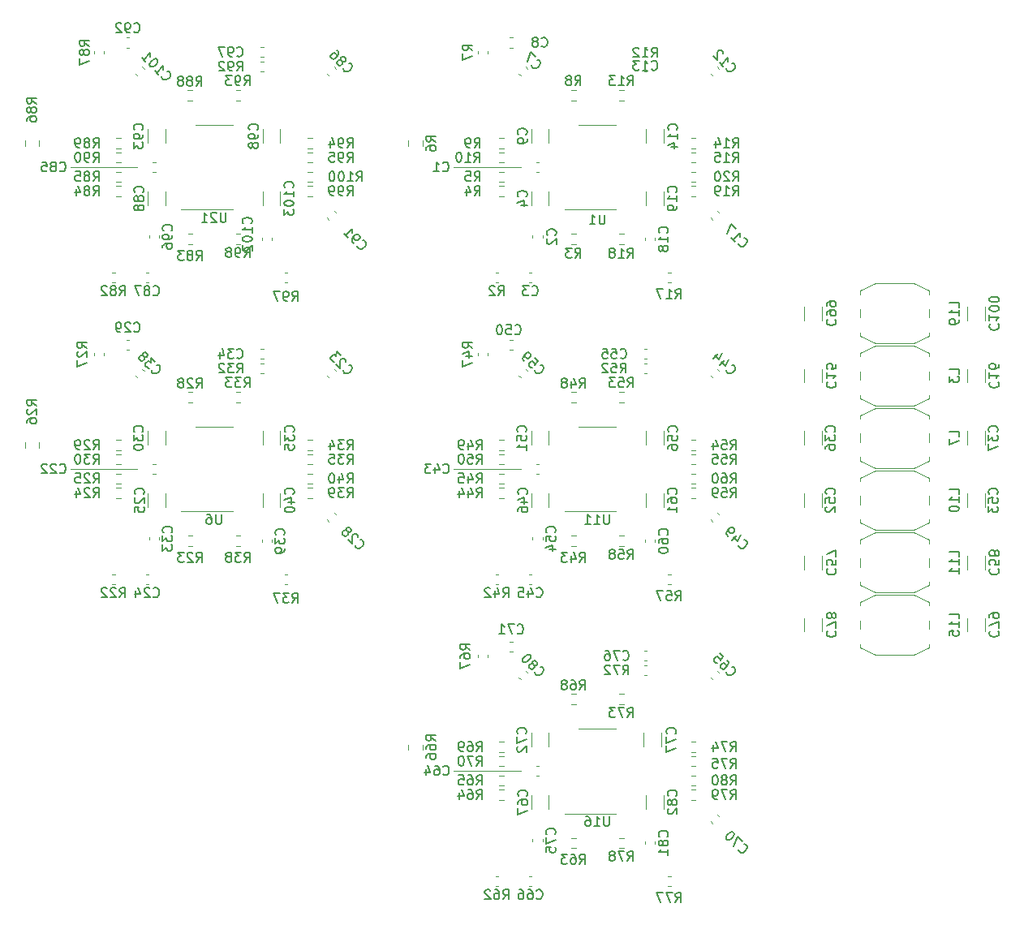
<source format=gbr>
%TF.GenerationSoftware,KiCad,Pcbnew,5.1.10*%
%TF.CreationDate,2021-11-17T17:05:16+01:00*%
%TF.ProjectId,main,6d61696e-2e6b-4696-9361-645f70636258,rev?*%
%TF.SameCoordinates,Original*%
%TF.FileFunction,Legend,Bot*%
%TF.FilePolarity,Positive*%
%FSLAX46Y46*%
G04 Gerber Fmt 4.6, Leading zero omitted, Abs format (unit mm)*
G04 Created by KiCad (PCBNEW 5.1.10) date 2021-11-17 17:05:16*
%MOMM*%
%LPD*%
G01*
G04 APERTURE LIST*
%ADD10C,0.120000*%
%ADD11C,0.150000*%
G04 APERTURE END LIST*
D10*
X84000000Y-78500000D02*
X77000000Y-78500000D01*
X84000000Y-110000000D02*
X77000000Y-110000000D01*
X124000000Y-141500000D02*
X117000000Y-141500000D01*
X124000000Y-110000000D02*
X117000000Y-110000000D01*
X124000000Y-78500000D02*
X117000000Y-78500000D01*
%TO.C,R100*%
X102237258Y-78977500D02*
X101762742Y-78977500D01*
X102237258Y-80022500D02*
X101762742Y-80022500D01*
%TO.C,R98*%
X94262742Y-86522500D02*
X94737258Y-86522500D01*
X94262742Y-85477500D02*
X94737258Y-85477500D01*
%TO.C,R95*%
X102237258Y-76977500D02*
X101762742Y-76977500D01*
X102237258Y-78022500D02*
X101762742Y-78022500D01*
%TO.C,R93*%
X94262742Y-71522500D02*
X94737258Y-71522500D01*
X94262742Y-70477500D02*
X94737258Y-70477500D01*
%TO.C,R90*%
X81762742Y-78022500D02*
X82237258Y-78022500D01*
X81762742Y-76977500D02*
X82237258Y-76977500D01*
%TO.C,R88*%
X89707258Y-70477500D02*
X89232742Y-70477500D01*
X89707258Y-71522500D02*
X89232742Y-71522500D01*
%TO.C,R85*%
X81762742Y-80022500D02*
X82237258Y-80022500D01*
X81762742Y-78977500D02*
X82237258Y-78977500D01*
%TO.C,R83*%
X89737258Y-85477500D02*
X89262742Y-85477500D01*
X89737258Y-86522500D02*
X89262742Y-86522500D01*
%TO.C,R80*%
X142237258Y-143022500D02*
X141762742Y-143022500D01*
X142237258Y-141977500D02*
X141762742Y-141977500D01*
%TO.C,R78*%
X134262742Y-148477500D02*
X134737258Y-148477500D01*
X134262742Y-149522500D02*
X134737258Y-149522500D01*
%TO.C,R75*%
X142237258Y-141022500D02*
X141762742Y-141022500D01*
X142237258Y-139977500D02*
X141762742Y-139977500D01*
%TO.C,R73*%
X134262742Y-133477500D02*
X134737258Y-133477500D01*
X134262742Y-134522500D02*
X134737258Y-134522500D01*
%TO.C,R70*%
X121762742Y-139977500D02*
X122237258Y-139977500D01*
X121762742Y-141022500D02*
X122237258Y-141022500D01*
%TO.C,R68*%
X129737258Y-134522500D02*
X129262742Y-134522500D01*
X129737258Y-133477500D02*
X129262742Y-133477500D01*
%TO.C,R65*%
X121762742Y-141977500D02*
X122237258Y-141977500D01*
X121762742Y-143022500D02*
X122237258Y-143022500D01*
%TO.C,R63*%
X129737258Y-149522500D02*
X129262742Y-149522500D01*
X129737258Y-148477500D02*
X129262742Y-148477500D01*
%TO.C,R60*%
X142237258Y-110477500D02*
X141762742Y-110477500D01*
X142237258Y-111522500D02*
X141762742Y-111522500D01*
%TO.C,R58*%
X134262742Y-118022500D02*
X134737258Y-118022500D01*
X134262742Y-116977500D02*
X134737258Y-116977500D01*
%TO.C,R55*%
X142237258Y-108477500D02*
X141762742Y-108477500D01*
X142237258Y-109522500D02*
X141762742Y-109522500D01*
%TO.C,R53*%
X134262742Y-103022500D02*
X134737258Y-103022500D01*
X134262742Y-101977500D02*
X134737258Y-101977500D01*
%TO.C,R50*%
X121762742Y-109522500D02*
X122237258Y-109522500D01*
X121762742Y-108477500D02*
X122237258Y-108477500D01*
%TO.C,R48*%
X129737258Y-101977500D02*
X129262742Y-101977500D01*
X129737258Y-103022500D02*
X129262742Y-103022500D01*
%TO.C,R45*%
X121762742Y-111522500D02*
X122237258Y-111522500D01*
X121762742Y-110477500D02*
X122237258Y-110477500D01*
%TO.C,R43*%
X129737258Y-116977500D02*
X129262742Y-116977500D01*
X129737258Y-118022500D02*
X129262742Y-118022500D01*
%TO.C,R40*%
X102237258Y-110477500D02*
X101762742Y-110477500D01*
X102237258Y-111522500D02*
X101762742Y-111522500D01*
%TO.C,R38*%
X94262742Y-118022500D02*
X94737258Y-118022500D01*
X94262742Y-116977500D02*
X94737258Y-116977500D01*
%TO.C,R35*%
X102237258Y-108477500D02*
X101762742Y-108477500D01*
X102237258Y-109522500D02*
X101762742Y-109522500D01*
%TO.C,R33*%
X94262742Y-103022500D02*
X94737258Y-103022500D01*
X94262742Y-101977500D02*
X94737258Y-101977500D01*
%TO.C,R30*%
X81762742Y-109522500D02*
X82237258Y-109522500D01*
X81762742Y-108477500D02*
X82237258Y-108477500D01*
%TO.C,R28*%
X89737258Y-101977500D02*
X89262742Y-101977500D01*
X89737258Y-103022500D02*
X89262742Y-103022500D01*
%TO.C,R25*%
X81762742Y-111522500D02*
X82237258Y-111522500D01*
X81762742Y-110477500D02*
X82237258Y-110477500D01*
%TO.C,R23*%
X89737258Y-116977500D02*
X89262742Y-116977500D01*
X89737258Y-118022500D02*
X89262742Y-118022500D01*
%TO.C,R20*%
X142237258Y-78977500D02*
X141762742Y-78977500D01*
X142237258Y-80022500D02*
X141762742Y-80022500D01*
%TO.C,R18*%
X134262742Y-86522500D02*
X134737258Y-86522500D01*
X134262742Y-85477500D02*
X134737258Y-85477500D01*
%TO.C,R15*%
X142237258Y-76977500D02*
X141762742Y-76977500D01*
X142237258Y-78022500D02*
X141762742Y-78022500D01*
%TO.C,R13*%
X134262742Y-71522500D02*
X134737258Y-71522500D01*
X134262742Y-70477500D02*
X134737258Y-70477500D01*
%TO.C,R10*%
X121762742Y-78022500D02*
X122237258Y-78022500D01*
X121762742Y-76977500D02*
X122237258Y-76977500D01*
%TO.C,R8*%
X129737258Y-70477500D02*
X129262742Y-70477500D01*
X129737258Y-71522500D02*
X129262742Y-71522500D01*
%TO.C,R5*%
X121762742Y-80022500D02*
X122237258Y-80022500D01*
X121762742Y-78977500D02*
X122237258Y-78977500D01*
%TO.C,R3*%
X129737258Y-85477500D02*
X129262742Y-85477500D01*
X129737258Y-86522500D02*
X129262742Y-86522500D01*
%TO.C,L19*%
X165000000Y-90630000D02*
X166620000Y-91390000D01*
X166620000Y-91390000D02*
X166620000Y-91750000D01*
X159380000Y-91390000D02*
X159380000Y-91750000D01*
X165000000Y-90630000D02*
X161000000Y-90630000D01*
X161000000Y-90630000D02*
X159380000Y-91390000D01*
X159380000Y-96110000D02*
X159380000Y-95750000D01*
X161000000Y-96870000D02*
X159380000Y-96110000D01*
X165000000Y-96870000D02*
X166620000Y-96110000D01*
X166620000Y-94200000D02*
X166620000Y-93300000D01*
X159380000Y-94200000D02*
X159380000Y-93300000D01*
X161000000Y-96870000D02*
X165000000Y-96870000D01*
X166620000Y-96110000D02*
X166620000Y-95750000D01*
%TO.C,L15*%
X165000000Y-123130000D02*
X166620000Y-123890000D01*
X166620000Y-123890000D02*
X166620000Y-124250000D01*
X159380000Y-123890000D02*
X159380000Y-124250000D01*
X165000000Y-123130000D02*
X161000000Y-123130000D01*
X161000000Y-123130000D02*
X159380000Y-123890000D01*
X159380000Y-128610000D02*
X159380000Y-128250000D01*
X161000000Y-129370000D02*
X159380000Y-128610000D01*
X165000000Y-129370000D02*
X166620000Y-128610000D01*
X166620000Y-126700000D02*
X166620000Y-125800000D01*
X159380000Y-126700000D02*
X159380000Y-125800000D01*
X161000000Y-129370000D02*
X165000000Y-129370000D01*
X166620000Y-128610000D02*
X166620000Y-128250000D01*
%TO.C,L11*%
X166620000Y-122110000D02*
X166620000Y-121750000D01*
X161000000Y-122870000D02*
X165000000Y-122870000D01*
X159380000Y-120200000D02*
X159380000Y-119300000D01*
X166620000Y-120200000D02*
X166620000Y-119300000D01*
X165000000Y-122870000D02*
X166620000Y-122110000D01*
X161000000Y-122870000D02*
X159380000Y-122110000D01*
X159380000Y-122110000D02*
X159380000Y-121750000D01*
X161000000Y-116630000D02*
X159380000Y-117390000D01*
X165000000Y-116630000D02*
X161000000Y-116630000D01*
X159380000Y-117390000D02*
X159380000Y-117750000D01*
X166620000Y-117390000D02*
X166620000Y-117750000D01*
X165000000Y-116630000D02*
X166620000Y-117390000D01*
%TO.C,L10*%
X166620000Y-115610000D02*
X166620000Y-115250000D01*
X161000000Y-116370000D02*
X165000000Y-116370000D01*
X159380000Y-113700000D02*
X159380000Y-112800000D01*
X166620000Y-113700000D02*
X166620000Y-112800000D01*
X165000000Y-116370000D02*
X166620000Y-115610000D01*
X161000000Y-116370000D02*
X159380000Y-115610000D01*
X159380000Y-115610000D02*
X159380000Y-115250000D01*
X161000000Y-110130000D02*
X159380000Y-110890000D01*
X165000000Y-110130000D02*
X161000000Y-110130000D01*
X159380000Y-110890000D02*
X159380000Y-111250000D01*
X166620000Y-110890000D02*
X166620000Y-111250000D01*
X165000000Y-110130000D02*
X166620000Y-110890000D01*
%TO.C,L7*%
X166620000Y-109110000D02*
X166620000Y-108750000D01*
X161000000Y-109870000D02*
X165000000Y-109870000D01*
X159380000Y-107200000D02*
X159380000Y-106300000D01*
X166620000Y-107200000D02*
X166620000Y-106300000D01*
X165000000Y-109870000D02*
X166620000Y-109110000D01*
X161000000Y-109870000D02*
X159380000Y-109110000D01*
X159380000Y-109110000D02*
X159380000Y-108750000D01*
X161000000Y-103630000D02*
X159380000Y-104390000D01*
X165000000Y-103630000D02*
X161000000Y-103630000D01*
X159380000Y-104390000D02*
X159380000Y-104750000D01*
X166620000Y-104390000D02*
X166620000Y-104750000D01*
X165000000Y-103630000D02*
X166620000Y-104390000D01*
%TO.C,L3*%
X166620000Y-102610000D02*
X166620000Y-102250000D01*
X161000000Y-103370000D02*
X165000000Y-103370000D01*
X159380000Y-100700000D02*
X159380000Y-99800000D01*
X166620000Y-100700000D02*
X166620000Y-99800000D01*
X165000000Y-103370000D02*
X166620000Y-102610000D01*
X161000000Y-103370000D02*
X159380000Y-102610000D01*
X159380000Y-102610000D02*
X159380000Y-102250000D01*
X161000000Y-97130000D02*
X159380000Y-97890000D01*
X165000000Y-97130000D02*
X161000000Y-97130000D01*
X159380000Y-97890000D02*
X159380000Y-98250000D01*
X166620000Y-97890000D02*
X166620000Y-98250000D01*
X165000000Y-97130000D02*
X166620000Y-97890000D01*
%TO.C,U21*%
X92000000Y-74065000D02*
X93950000Y-74065000D01*
X92000000Y-74065000D02*
X90050000Y-74065000D01*
X92000000Y-82935000D02*
X93950000Y-82935000D01*
X92000000Y-82935000D02*
X88550000Y-82935000D01*
%TO.C,U16*%
X132000000Y-145935000D02*
X128550000Y-145935000D01*
X132000000Y-145935000D02*
X133950000Y-145935000D01*
X132000000Y-137065000D02*
X130050000Y-137065000D01*
X132000000Y-137065000D02*
X133950000Y-137065000D01*
%TO.C,U11*%
X132000000Y-105565000D02*
X133950000Y-105565000D01*
X132000000Y-105565000D02*
X130050000Y-105565000D01*
X132000000Y-114435000D02*
X133950000Y-114435000D01*
X132000000Y-114435000D02*
X128550000Y-114435000D01*
%TO.C,U6*%
X92000000Y-105565000D02*
X93950000Y-105565000D01*
X92000000Y-105565000D02*
X90050000Y-105565000D01*
X92000000Y-114435000D02*
X93950000Y-114435000D01*
X92000000Y-114435000D02*
X88550000Y-114435000D01*
%TO.C,U1*%
X132000000Y-74065000D02*
X133950000Y-74065000D01*
X132000000Y-74065000D02*
X130050000Y-74065000D01*
X132000000Y-82935000D02*
X133950000Y-82935000D01*
X132000000Y-82935000D02*
X128550000Y-82935000D01*
%TO.C,R99*%
X102237258Y-80477500D02*
X101762742Y-80477500D01*
X102237258Y-81522500D02*
X101762742Y-81522500D01*
%TO.C,R97*%
X99640580Y-89490000D02*
X99359420Y-89490000D01*
X99640580Y-90510000D02*
X99359420Y-90510000D01*
%TO.C,R94*%
X102237258Y-75477500D02*
X101762742Y-75477500D01*
X102237258Y-76522500D02*
X101762742Y-76522500D01*
%TO.C,R92*%
X97140580Y-67490000D02*
X96859420Y-67490000D01*
X97140580Y-68510000D02*
X96859420Y-68510000D01*
%TO.C,R89*%
X81762742Y-76522500D02*
X82237258Y-76522500D01*
X81762742Y-75477500D02*
X82237258Y-75477500D01*
%TO.C,R87*%
X80510000Y-66640580D02*
X80510000Y-66359420D01*
X79490000Y-66640580D02*
X79490000Y-66359420D01*
%TO.C,R86*%
X73735000Y-76261252D02*
X73735000Y-75738748D01*
X72265000Y-76261252D02*
X72265000Y-75738748D01*
%TO.C,R84*%
X81762742Y-81522500D02*
X82237258Y-81522500D01*
X81762742Y-80477500D02*
X82237258Y-80477500D01*
%TO.C,R82*%
X81359420Y-90510000D02*
X81640580Y-90510000D01*
X81359420Y-89490000D02*
X81640580Y-89490000D01*
%TO.C,R79*%
X142237258Y-144522500D02*
X141762742Y-144522500D01*
X142237258Y-143477500D02*
X141762742Y-143477500D01*
%TO.C,R77*%
X139640580Y-153510000D02*
X139359420Y-153510000D01*
X139640580Y-152490000D02*
X139359420Y-152490000D01*
%TO.C,R74*%
X142237258Y-139522500D02*
X141762742Y-139522500D01*
X142237258Y-138477500D02*
X141762742Y-138477500D01*
%TO.C,R72*%
X137140580Y-131510000D02*
X136859420Y-131510000D01*
X137140580Y-130490000D02*
X136859420Y-130490000D01*
%TO.C,R69*%
X121762742Y-138477500D02*
X122237258Y-138477500D01*
X121762742Y-139522500D02*
X122237258Y-139522500D01*
%TO.C,R67*%
X119490000Y-129640580D02*
X119490000Y-129359420D01*
X120510000Y-129640580D02*
X120510000Y-129359420D01*
%TO.C,R66*%
X113735000Y-139261252D02*
X113735000Y-138738748D01*
X112265000Y-139261252D02*
X112265000Y-138738748D01*
%TO.C,R64*%
X121762742Y-143477500D02*
X122237258Y-143477500D01*
X121762742Y-144522500D02*
X122237258Y-144522500D01*
%TO.C,R62*%
X121359420Y-152490000D02*
X121640580Y-152490000D01*
X121359420Y-153510000D02*
X121640580Y-153510000D01*
%TO.C,R59*%
X142237258Y-111977500D02*
X141762742Y-111977500D01*
X142237258Y-113022500D02*
X141762742Y-113022500D01*
%TO.C,R57*%
X139640580Y-120990000D02*
X139359420Y-120990000D01*
X139640580Y-122010000D02*
X139359420Y-122010000D01*
%TO.C,R54*%
X142237258Y-106977500D02*
X141762742Y-106977500D01*
X142237258Y-108022500D02*
X141762742Y-108022500D01*
%TO.C,R52*%
X137140580Y-98990000D02*
X136859420Y-98990000D01*
X137140580Y-100010000D02*
X136859420Y-100010000D01*
%TO.C,R49*%
X121762742Y-108022500D02*
X122237258Y-108022500D01*
X121762742Y-106977500D02*
X122237258Y-106977500D01*
%TO.C,R47*%
X120510000Y-98140580D02*
X120510000Y-97859420D01*
X119490000Y-98140580D02*
X119490000Y-97859420D01*
%TO.C,R44*%
X121762742Y-113022500D02*
X122237258Y-113022500D01*
X121762742Y-111977500D02*
X122237258Y-111977500D01*
%TO.C,R42*%
X121359420Y-122010000D02*
X121640580Y-122010000D01*
X121359420Y-120990000D02*
X121640580Y-120990000D01*
%TO.C,R39*%
X102237258Y-111977500D02*
X101762742Y-111977500D01*
X102237258Y-113022500D02*
X101762742Y-113022500D01*
%TO.C,R37*%
X99640580Y-120990000D02*
X99359420Y-120990000D01*
X99640580Y-122010000D02*
X99359420Y-122010000D01*
%TO.C,R34*%
X102237258Y-106977500D02*
X101762742Y-106977500D01*
X102237258Y-108022500D02*
X101762742Y-108022500D01*
%TO.C,R32*%
X97140580Y-98990000D02*
X96859420Y-98990000D01*
X97140580Y-100010000D02*
X96859420Y-100010000D01*
%TO.C,R29*%
X81762742Y-108022500D02*
X82237258Y-108022500D01*
X81762742Y-106977500D02*
X82237258Y-106977500D01*
%TO.C,R27*%
X80510000Y-98140580D02*
X80510000Y-97859420D01*
X79490000Y-98140580D02*
X79490000Y-97859420D01*
%TO.C,R26*%
X73735000Y-107761252D02*
X73735000Y-107238748D01*
X72265000Y-107761252D02*
X72265000Y-107238748D01*
%TO.C,R24*%
X81762742Y-113022500D02*
X82237258Y-113022500D01*
X81762742Y-111977500D02*
X82237258Y-111977500D01*
%TO.C,R22*%
X81359420Y-122010000D02*
X81640580Y-122010000D01*
X81359420Y-120990000D02*
X81640580Y-120990000D01*
%TO.C,R19*%
X142237258Y-80477500D02*
X141762742Y-80477500D01*
X142237258Y-81522500D02*
X141762742Y-81522500D01*
%TO.C,R17*%
X139640580Y-89490000D02*
X139359420Y-89490000D01*
X139640580Y-90510000D02*
X139359420Y-90510000D01*
%TO.C,R14*%
X142237258Y-75477500D02*
X141762742Y-75477500D01*
X142237258Y-76522500D02*
X141762742Y-76522500D01*
%TO.C,R12*%
X137140580Y-67490000D02*
X136859420Y-67490000D01*
X137140580Y-68510000D02*
X136859420Y-68510000D01*
%TO.C,R9*%
X121762742Y-76522500D02*
X122237258Y-76522500D01*
X121762742Y-75477500D02*
X122237258Y-75477500D01*
%TO.C,R7*%
X120510000Y-66640580D02*
X120510000Y-66359420D01*
X119490000Y-66640580D02*
X119490000Y-66359420D01*
%TO.C,R6*%
X113735000Y-76261252D02*
X113735000Y-75738748D01*
X112265000Y-76261252D02*
X112265000Y-75738748D01*
%TO.C,R4*%
X121762742Y-81522500D02*
X122237258Y-81522500D01*
X121762742Y-80477500D02*
X122237258Y-80477500D01*
%TO.C,R2*%
X121359420Y-90510000D02*
X121640580Y-90510000D01*
X121359420Y-89490000D02*
X121640580Y-89490000D01*
%TO.C,C103*%
X98910000Y-82461252D02*
X98910000Y-81038748D01*
X97090000Y-82461252D02*
X97090000Y-81038748D01*
%TO.C,C102*%
X98010000Y-86140580D02*
X98010000Y-85859420D01*
X96990000Y-86140580D02*
X96990000Y-85859420D01*
%TO.C,C101*%
X84710030Y-68238781D02*
X84511219Y-68039970D01*
X83988781Y-68960030D02*
X83789970Y-68761219D01*
%TO.C,C100*%
X172410000Y-94461252D02*
X172410000Y-93038748D01*
X170590000Y-94461252D02*
X170590000Y-93038748D01*
%TO.C,C99*%
X155410000Y-94461252D02*
X155410000Y-93038748D01*
X153590000Y-94461252D02*
X153590000Y-93038748D01*
%TO.C,C98*%
X97090000Y-74538748D02*
X97090000Y-75961252D01*
X98910000Y-74538748D02*
X98910000Y-75961252D01*
%TO.C,C97*%
X96859420Y-67010000D02*
X97140580Y-67010000D01*
X96859420Y-65990000D02*
X97140580Y-65990000D01*
%TO.C,C96*%
X86260000Y-85890580D02*
X86260000Y-85609420D01*
X85240000Y-85890580D02*
X85240000Y-85609420D01*
%TO.C,C93*%
X85090000Y-74538748D02*
X85090000Y-75961252D01*
X86910000Y-74538748D02*
X86910000Y-75961252D01*
%TO.C,C92*%
X82859420Y-66010000D02*
X83140580Y-66010000D01*
X82859420Y-64990000D02*
X83140580Y-64990000D01*
%TO.C,C91*%
X104710030Y-83238781D02*
X104511219Y-83039970D01*
X103988781Y-83960030D02*
X103789970Y-83761219D01*
%TO.C,C88*%
X86910000Y-82461252D02*
X86910000Y-81038748D01*
X85090000Y-82461252D02*
X85090000Y-81038748D01*
%TO.C,C87*%
X84859420Y-90510000D02*
X85140580Y-90510000D01*
X84859420Y-89490000D02*
X85140580Y-89490000D01*
%TO.C,C86*%
X104710030Y-68238781D02*
X104511219Y-68039970D01*
X103988781Y-68960030D02*
X103789970Y-68761219D01*
%TO.C,C85*%
X85890580Y-77990000D02*
X85609420Y-77990000D01*
X85890580Y-79010000D02*
X85609420Y-79010000D01*
%TO.C,C82*%
X137090000Y-145461252D02*
X137090000Y-144038748D01*
X138910000Y-145461252D02*
X138910000Y-144038748D01*
%TO.C,C81*%
X136990000Y-149140580D02*
X136990000Y-148859420D01*
X138010000Y-149140580D02*
X138010000Y-148859420D01*
%TO.C,C80*%
X123988781Y-131960030D02*
X123789970Y-131761219D01*
X124710030Y-131238781D02*
X124511219Y-131039970D01*
%TO.C,C79*%
X172410000Y-126961252D02*
X172410000Y-125538748D01*
X170590000Y-126961252D02*
X170590000Y-125538748D01*
%TO.C,C78*%
X155410000Y-126961252D02*
X155410000Y-125538748D01*
X153590000Y-126961252D02*
X153590000Y-125538748D01*
%TO.C,C77*%
X138660000Y-137538748D02*
X138660000Y-138961252D01*
X136840000Y-137538748D02*
X136840000Y-138961252D01*
%TO.C,C76*%
X136859420Y-128990000D02*
X137140580Y-128990000D01*
X136859420Y-130010000D02*
X137140580Y-130010000D01*
%TO.C,C75*%
X125240000Y-148890580D02*
X125240000Y-148609420D01*
X126260000Y-148890580D02*
X126260000Y-148609420D01*
%TO.C,C72*%
X126910000Y-137538748D02*
X126910000Y-138961252D01*
X125090000Y-137538748D02*
X125090000Y-138961252D01*
%TO.C,C71*%
X122859420Y-127990000D02*
X123140580Y-127990000D01*
X122859420Y-129010000D02*
X123140580Y-129010000D01*
%TO.C,C70*%
X143988781Y-146960030D02*
X143789970Y-146761219D01*
X144710030Y-146238781D02*
X144511219Y-146039970D01*
%TO.C,C67*%
X125090000Y-145461252D02*
X125090000Y-144038748D01*
X126910000Y-145461252D02*
X126910000Y-144038748D01*
%TO.C,C66*%
X124859420Y-152490000D02*
X125140580Y-152490000D01*
X124859420Y-153510000D02*
X125140580Y-153510000D01*
%TO.C,C65*%
X143988781Y-131960030D02*
X143789970Y-131761219D01*
X144710030Y-131238781D02*
X144511219Y-131039970D01*
%TO.C,C64*%
X125890580Y-142010000D02*
X125609420Y-142010000D01*
X125890580Y-140990000D02*
X125609420Y-140990000D01*
%TO.C,C61*%
X138910000Y-113961252D02*
X138910000Y-112538748D01*
X137090000Y-113961252D02*
X137090000Y-112538748D01*
%TO.C,C60*%
X138010000Y-117640580D02*
X138010000Y-117359420D01*
X136990000Y-117640580D02*
X136990000Y-117359420D01*
%TO.C,C59*%
X124710030Y-99738781D02*
X124511219Y-99539970D01*
X123988781Y-100460030D02*
X123789970Y-100261219D01*
%TO.C,C58*%
X172410000Y-120461252D02*
X172410000Y-119038748D01*
X170590000Y-120461252D02*
X170590000Y-119038748D01*
%TO.C,C57*%
X155410000Y-120461252D02*
X155410000Y-119038748D01*
X153590000Y-120461252D02*
X153590000Y-119038748D01*
%TO.C,C56*%
X137090000Y-106038748D02*
X137090000Y-107461252D01*
X138910000Y-106038748D02*
X138910000Y-107461252D01*
%TO.C,C55*%
X136859420Y-98510000D02*
X137140580Y-98510000D01*
X136859420Y-97490000D02*
X137140580Y-97490000D01*
%TO.C,C54*%
X126260000Y-117390580D02*
X126260000Y-117109420D01*
X125240000Y-117390580D02*
X125240000Y-117109420D01*
%TO.C,C53*%
X170590000Y-113961252D02*
X170590000Y-112538748D01*
X172410000Y-113961252D02*
X172410000Y-112538748D01*
%TO.C,C52*%
X155410000Y-113961252D02*
X155410000Y-112538748D01*
X153590000Y-113961252D02*
X153590000Y-112538748D01*
%TO.C,C51*%
X125090000Y-106038748D02*
X125090000Y-107461252D01*
X126910000Y-106038748D02*
X126910000Y-107461252D01*
%TO.C,C50*%
X122859420Y-97510000D02*
X123140580Y-97510000D01*
X122859420Y-96490000D02*
X123140580Y-96490000D01*
%TO.C,C49*%
X144710030Y-114738781D02*
X144511219Y-114539970D01*
X143988781Y-115460030D02*
X143789970Y-115261219D01*
%TO.C,C46*%
X126910000Y-113961252D02*
X126910000Y-112538748D01*
X125090000Y-113961252D02*
X125090000Y-112538748D01*
%TO.C,C45*%
X124859420Y-122010000D02*
X125140580Y-122010000D01*
X124859420Y-120990000D02*
X125140580Y-120990000D01*
%TO.C,C44*%
X144710030Y-99738781D02*
X144511219Y-99539970D01*
X143988781Y-100460030D02*
X143789970Y-100261219D01*
%TO.C,C43*%
X125890580Y-109490000D02*
X125609420Y-109490000D01*
X125890580Y-110510000D02*
X125609420Y-110510000D01*
%TO.C,C40*%
X98910000Y-113961252D02*
X98910000Y-112538748D01*
X97090000Y-113961252D02*
X97090000Y-112538748D01*
%TO.C,C39*%
X98010000Y-117640580D02*
X98010000Y-117359420D01*
X96990000Y-117640580D02*
X96990000Y-117359420D01*
%TO.C,C38*%
X84710030Y-99738781D02*
X84511219Y-99539970D01*
X83988781Y-100460030D02*
X83789970Y-100261219D01*
%TO.C,C37*%
X170590000Y-107461252D02*
X170590000Y-106038748D01*
X172410000Y-107461252D02*
X172410000Y-106038748D01*
%TO.C,C36*%
X155410000Y-107461252D02*
X155410000Y-106038748D01*
X153590000Y-107461252D02*
X153590000Y-106038748D01*
%TO.C,C35*%
X97090000Y-106038748D02*
X97090000Y-107461252D01*
X98910000Y-106038748D02*
X98910000Y-107461252D01*
%TO.C,C34*%
X96859420Y-98510000D02*
X97140580Y-98510000D01*
X96859420Y-97490000D02*
X97140580Y-97490000D01*
%TO.C,C33*%
X86260000Y-117390580D02*
X86260000Y-117109420D01*
X85240000Y-117390580D02*
X85240000Y-117109420D01*
%TO.C,C30*%
X85090000Y-106038748D02*
X85090000Y-107461252D01*
X86910000Y-106038748D02*
X86910000Y-107461252D01*
%TO.C,C29*%
X82859420Y-97510000D02*
X83140580Y-97510000D01*
X82859420Y-96490000D02*
X83140580Y-96490000D01*
%TO.C,C28*%
X104710030Y-114738781D02*
X104511219Y-114539970D01*
X103988781Y-115460030D02*
X103789970Y-115261219D01*
%TO.C,C25*%
X86910000Y-113961252D02*
X86910000Y-112538748D01*
X85090000Y-113961252D02*
X85090000Y-112538748D01*
%TO.C,C24*%
X84859420Y-122010000D02*
X85140580Y-122010000D01*
X84859420Y-120990000D02*
X85140580Y-120990000D01*
%TO.C,C23*%
X104710030Y-99738781D02*
X104511219Y-99539970D01*
X103988781Y-100460030D02*
X103789970Y-100261219D01*
%TO.C,C22*%
X85890580Y-109490000D02*
X85609420Y-109490000D01*
X85890580Y-110510000D02*
X85609420Y-110510000D01*
%TO.C,C19*%
X138910000Y-82461252D02*
X138910000Y-81038748D01*
X137090000Y-82461252D02*
X137090000Y-81038748D01*
%TO.C,C18*%
X138010000Y-86140580D02*
X138010000Y-85859420D01*
X136990000Y-86140580D02*
X136990000Y-85859420D01*
%TO.C,C17*%
X144710030Y-83238781D02*
X144511219Y-83039970D01*
X143988781Y-83960030D02*
X143789970Y-83761219D01*
%TO.C,C16*%
X170590000Y-100961252D02*
X170590000Y-99538748D01*
X172410000Y-100961252D02*
X172410000Y-99538748D01*
%TO.C,C15*%
X155410000Y-100961252D02*
X155410000Y-99538748D01*
X153590000Y-100961252D02*
X153590000Y-99538748D01*
%TO.C,C14*%
X137090000Y-74538748D02*
X137090000Y-75961252D01*
X138910000Y-74538748D02*
X138910000Y-75961252D01*
%TO.C,C13*%
X136859420Y-67010000D02*
X137140580Y-67010000D01*
X136859420Y-65990000D02*
X137140580Y-65990000D01*
%TO.C,C12*%
X143988781Y-68960030D02*
X143789970Y-68761219D01*
X144710030Y-68238781D02*
X144511219Y-68039970D01*
%TO.C,C9*%
X125090000Y-74538748D02*
X125090000Y-75961252D01*
X126910000Y-74538748D02*
X126910000Y-75961252D01*
%TO.C,C8*%
X122859420Y-66010000D02*
X123140580Y-66010000D01*
X122859420Y-64990000D02*
X123140580Y-64990000D01*
%TO.C,C7*%
X124710030Y-68238781D02*
X124511219Y-68039970D01*
X123988781Y-68960030D02*
X123789970Y-68761219D01*
%TO.C,C4*%
X126910000Y-82461252D02*
X126910000Y-81038748D01*
X125090000Y-82461252D02*
X125090000Y-81038748D01*
%TO.C,C3*%
X124859420Y-90510000D02*
X125140580Y-90510000D01*
X124859420Y-89490000D02*
X125140580Y-89490000D01*
%TO.C,C2*%
X126260000Y-85890580D02*
X126260000Y-85609420D01*
X125240000Y-85890580D02*
X125240000Y-85609420D01*
%TO.C,C1*%
X125890580Y-77990000D02*
X125609420Y-77990000D01*
X125890580Y-79010000D02*
X125609420Y-79010000D01*
%TO.C,R100*%
D11*
X106869047Y-79952380D02*
X107202380Y-79476190D01*
X107440476Y-79952380D02*
X107440476Y-78952380D01*
X107059523Y-78952380D01*
X106964285Y-79000000D01*
X106916666Y-79047619D01*
X106869047Y-79142857D01*
X106869047Y-79285714D01*
X106916666Y-79380952D01*
X106964285Y-79428571D01*
X107059523Y-79476190D01*
X107440476Y-79476190D01*
X105916666Y-79952380D02*
X106488095Y-79952380D01*
X106202380Y-79952380D02*
X106202380Y-78952380D01*
X106297619Y-79095238D01*
X106392857Y-79190476D01*
X106488095Y-79238095D01*
X105297619Y-78952380D02*
X105202380Y-78952380D01*
X105107142Y-79000000D01*
X105059523Y-79047619D01*
X105011904Y-79142857D01*
X104964285Y-79333333D01*
X104964285Y-79571428D01*
X105011904Y-79761904D01*
X105059523Y-79857142D01*
X105107142Y-79904761D01*
X105202380Y-79952380D01*
X105297619Y-79952380D01*
X105392857Y-79904761D01*
X105440476Y-79857142D01*
X105488095Y-79761904D01*
X105535714Y-79571428D01*
X105535714Y-79333333D01*
X105488095Y-79142857D01*
X105440476Y-79047619D01*
X105392857Y-79000000D01*
X105297619Y-78952380D01*
X104345238Y-78952380D02*
X104250000Y-78952380D01*
X104154761Y-79000000D01*
X104107142Y-79047619D01*
X104059523Y-79142857D01*
X104011904Y-79333333D01*
X104011904Y-79571428D01*
X104059523Y-79761904D01*
X104107142Y-79857142D01*
X104154761Y-79904761D01*
X104250000Y-79952380D01*
X104345238Y-79952380D01*
X104440476Y-79904761D01*
X104488095Y-79857142D01*
X104535714Y-79761904D01*
X104583333Y-79571428D01*
X104583333Y-79333333D01*
X104535714Y-79142857D01*
X104488095Y-79047619D01*
X104440476Y-79000000D01*
X104345238Y-78952380D01*
%TO.C,R98*%
X95142857Y-87882380D02*
X95476190Y-87406190D01*
X95714285Y-87882380D02*
X95714285Y-86882380D01*
X95333333Y-86882380D01*
X95238095Y-86930000D01*
X95190476Y-86977619D01*
X95142857Y-87072857D01*
X95142857Y-87215714D01*
X95190476Y-87310952D01*
X95238095Y-87358571D01*
X95333333Y-87406190D01*
X95714285Y-87406190D01*
X94666666Y-87882380D02*
X94476190Y-87882380D01*
X94380952Y-87834761D01*
X94333333Y-87787142D01*
X94238095Y-87644285D01*
X94190476Y-87453809D01*
X94190476Y-87072857D01*
X94238095Y-86977619D01*
X94285714Y-86930000D01*
X94380952Y-86882380D01*
X94571428Y-86882380D01*
X94666666Y-86930000D01*
X94714285Y-86977619D01*
X94761904Y-87072857D01*
X94761904Y-87310952D01*
X94714285Y-87406190D01*
X94666666Y-87453809D01*
X94571428Y-87501428D01*
X94380952Y-87501428D01*
X94285714Y-87453809D01*
X94238095Y-87406190D01*
X94190476Y-87310952D01*
X93619047Y-87310952D02*
X93714285Y-87263333D01*
X93761904Y-87215714D01*
X93809523Y-87120476D01*
X93809523Y-87072857D01*
X93761904Y-86977619D01*
X93714285Y-86930000D01*
X93619047Y-86882380D01*
X93428571Y-86882380D01*
X93333333Y-86930000D01*
X93285714Y-86977619D01*
X93238095Y-87072857D01*
X93238095Y-87120476D01*
X93285714Y-87215714D01*
X93333333Y-87263333D01*
X93428571Y-87310952D01*
X93619047Y-87310952D01*
X93714285Y-87358571D01*
X93761904Y-87406190D01*
X93809523Y-87501428D01*
X93809523Y-87691904D01*
X93761904Y-87787142D01*
X93714285Y-87834761D01*
X93619047Y-87882380D01*
X93428571Y-87882380D01*
X93333333Y-87834761D01*
X93285714Y-87787142D01*
X93238095Y-87691904D01*
X93238095Y-87501428D01*
X93285714Y-87406190D01*
X93333333Y-87358571D01*
X93428571Y-87310952D01*
%TO.C,R95*%
X105892857Y-77952380D02*
X106226190Y-77476190D01*
X106464285Y-77952380D02*
X106464285Y-76952380D01*
X106083333Y-76952380D01*
X105988095Y-77000000D01*
X105940476Y-77047619D01*
X105892857Y-77142857D01*
X105892857Y-77285714D01*
X105940476Y-77380952D01*
X105988095Y-77428571D01*
X106083333Y-77476190D01*
X106464285Y-77476190D01*
X105416666Y-77952380D02*
X105226190Y-77952380D01*
X105130952Y-77904761D01*
X105083333Y-77857142D01*
X104988095Y-77714285D01*
X104940476Y-77523809D01*
X104940476Y-77142857D01*
X104988095Y-77047619D01*
X105035714Y-77000000D01*
X105130952Y-76952380D01*
X105321428Y-76952380D01*
X105416666Y-77000000D01*
X105464285Y-77047619D01*
X105511904Y-77142857D01*
X105511904Y-77380952D01*
X105464285Y-77476190D01*
X105416666Y-77523809D01*
X105321428Y-77571428D01*
X105130952Y-77571428D01*
X105035714Y-77523809D01*
X104988095Y-77476190D01*
X104940476Y-77380952D01*
X104035714Y-76952380D02*
X104511904Y-76952380D01*
X104559523Y-77428571D01*
X104511904Y-77380952D01*
X104416666Y-77333333D01*
X104178571Y-77333333D01*
X104083333Y-77380952D01*
X104035714Y-77428571D01*
X103988095Y-77523809D01*
X103988095Y-77761904D01*
X104035714Y-77857142D01*
X104083333Y-77904761D01*
X104178571Y-77952380D01*
X104416666Y-77952380D01*
X104511904Y-77904761D01*
X104559523Y-77857142D01*
%TO.C,R93*%
X95142857Y-69952380D02*
X95476190Y-69476190D01*
X95714285Y-69952380D02*
X95714285Y-68952380D01*
X95333333Y-68952380D01*
X95238095Y-69000000D01*
X95190476Y-69047619D01*
X95142857Y-69142857D01*
X95142857Y-69285714D01*
X95190476Y-69380952D01*
X95238095Y-69428571D01*
X95333333Y-69476190D01*
X95714285Y-69476190D01*
X94666666Y-69952380D02*
X94476190Y-69952380D01*
X94380952Y-69904761D01*
X94333333Y-69857142D01*
X94238095Y-69714285D01*
X94190476Y-69523809D01*
X94190476Y-69142857D01*
X94238095Y-69047619D01*
X94285714Y-69000000D01*
X94380952Y-68952380D01*
X94571428Y-68952380D01*
X94666666Y-69000000D01*
X94714285Y-69047619D01*
X94761904Y-69142857D01*
X94761904Y-69380952D01*
X94714285Y-69476190D01*
X94666666Y-69523809D01*
X94571428Y-69571428D01*
X94380952Y-69571428D01*
X94285714Y-69523809D01*
X94238095Y-69476190D01*
X94190476Y-69380952D01*
X93857142Y-68952380D02*
X93238095Y-68952380D01*
X93571428Y-69333333D01*
X93428571Y-69333333D01*
X93333333Y-69380952D01*
X93285714Y-69428571D01*
X93238095Y-69523809D01*
X93238095Y-69761904D01*
X93285714Y-69857142D01*
X93333333Y-69904761D01*
X93428571Y-69952380D01*
X93714285Y-69952380D01*
X93809523Y-69904761D01*
X93857142Y-69857142D01*
%TO.C,R90*%
X79392857Y-77952380D02*
X79726190Y-77476190D01*
X79964285Y-77952380D02*
X79964285Y-76952380D01*
X79583333Y-76952380D01*
X79488095Y-77000000D01*
X79440476Y-77047619D01*
X79392857Y-77142857D01*
X79392857Y-77285714D01*
X79440476Y-77380952D01*
X79488095Y-77428571D01*
X79583333Y-77476190D01*
X79964285Y-77476190D01*
X78916666Y-77952380D02*
X78726190Y-77952380D01*
X78630952Y-77904761D01*
X78583333Y-77857142D01*
X78488095Y-77714285D01*
X78440476Y-77523809D01*
X78440476Y-77142857D01*
X78488095Y-77047619D01*
X78535714Y-77000000D01*
X78630952Y-76952380D01*
X78821428Y-76952380D01*
X78916666Y-77000000D01*
X78964285Y-77047619D01*
X79011904Y-77142857D01*
X79011904Y-77380952D01*
X78964285Y-77476190D01*
X78916666Y-77523809D01*
X78821428Y-77571428D01*
X78630952Y-77571428D01*
X78535714Y-77523809D01*
X78488095Y-77476190D01*
X78440476Y-77380952D01*
X77821428Y-76952380D02*
X77726190Y-76952380D01*
X77630952Y-77000000D01*
X77583333Y-77047619D01*
X77535714Y-77142857D01*
X77488095Y-77333333D01*
X77488095Y-77571428D01*
X77535714Y-77761904D01*
X77583333Y-77857142D01*
X77630952Y-77904761D01*
X77726190Y-77952380D01*
X77821428Y-77952380D01*
X77916666Y-77904761D01*
X77964285Y-77857142D01*
X78011904Y-77761904D01*
X78059523Y-77571428D01*
X78059523Y-77333333D01*
X78011904Y-77142857D01*
X77964285Y-77047619D01*
X77916666Y-77000000D01*
X77821428Y-76952380D01*
%TO.C,R88*%
X90112857Y-70022380D02*
X90446190Y-69546190D01*
X90684285Y-70022380D02*
X90684285Y-69022380D01*
X90303333Y-69022380D01*
X90208095Y-69070000D01*
X90160476Y-69117619D01*
X90112857Y-69212857D01*
X90112857Y-69355714D01*
X90160476Y-69450952D01*
X90208095Y-69498571D01*
X90303333Y-69546190D01*
X90684285Y-69546190D01*
X89541428Y-69450952D02*
X89636666Y-69403333D01*
X89684285Y-69355714D01*
X89731904Y-69260476D01*
X89731904Y-69212857D01*
X89684285Y-69117619D01*
X89636666Y-69070000D01*
X89541428Y-69022380D01*
X89350952Y-69022380D01*
X89255714Y-69070000D01*
X89208095Y-69117619D01*
X89160476Y-69212857D01*
X89160476Y-69260476D01*
X89208095Y-69355714D01*
X89255714Y-69403333D01*
X89350952Y-69450952D01*
X89541428Y-69450952D01*
X89636666Y-69498571D01*
X89684285Y-69546190D01*
X89731904Y-69641428D01*
X89731904Y-69831904D01*
X89684285Y-69927142D01*
X89636666Y-69974761D01*
X89541428Y-70022380D01*
X89350952Y-70022380D01*
X89255714Y-69974761D01*
X89208095Y-69927142D01*
X89160476Y-69831904D01*
X89160476Y-69641428D01*
X89208095Y-69546190D01*
X89255714Y-69498571D01*
X89350952Y-69450952D01*
X88589047Y-69450952D02*
X88684285Y-69403333D01*
X88731904Y-69355714D01*
X88779523Y-69260476D01*
X88779523Y-69212857D01*
X88731904Y-69117619D01*
X88684285Y-69070000D01*
X88589047Y-69022380D01*
X88398571Y-69022380D01*
X88303333Y-69070000D01*
X88255714Y-69117619D01*
X88208095Y-69212857D01*
X88208095Y-69260476D01*
X88255714Y-69355714D01*
X88303333Y-69403333D01*
X88398571Y-69450952D01*
X88589047Y-69450952D01*
X88684285Y-69498571D01*
X88731904Y-69546190D01*
X88779523Y-69641428D01*
X88779523Y-69831904D01*
X88731904Y-69927142D01*
X88684285Y-69974761D01*
X88589047Y-70022380D01*
X88398571Y-70022380D01*
X88303333Y-69974761D01*
X88255714Y-69927142D01*
X88208095Y-69831904D01*
X88208095Y-69641428D01*
X88255714Y-69546190D01*
X88303333Y-69498571D01*
X88398571Y-69450952D01*
%TO.C,R85*%
X79392857Y-79952380D02*
X79726190Y-79476190D01*
X79964285Y-79952380D02*
X79964285Y-78952380D01*
X79583333Y-78952380D01*
X79488095Y-79000000D01*
X79440476Y-79047619D01*
X79392857Y-79142857D01*
X79392857Y-79285714D01*
X79440476Y-79380952D01*
X79488095Y-79428571D01*
X79583333Y-79476190D01*
X79964285Y-79476190D01*
X78821428Y-79380952D02*
X78916666Y-79333333D01*
X78964285Y-79285714D01*
X79011904Y-79190476D01*
X79011904Y-79142857D01*
X78964285Y-79047619D01*
X78916666Y-79000000D01*
X78821428Y-78952380D01*
X78630952Y-78952380D01*
X78535714Y-79000000D01*
X78488095Y-79047619D01*
X78440476Y-79142857D01*
X78440476Y-79190476D01*
X78488095Y-79285714D01*
X78535714Y-79333333D01*
X78630952Y-79380952D01*
X78821428Y-79380952D01*
X78916666Y-79428571D01*
X78964285Y-79476190D01*
X79011904Y-79571428D01*
X79011904Y-79761904D01*
X78964285Y-79857142D01*
X78916666Y-79904761D01*
X78821428Y-79952380D01*
X78630952Y-79952380D01*
X78535714Y-79904761D01*
X78488095Y-79857142D01*
X78440476Y-79761904D01*
X78440476Y-79571428D01*
X78488095Y-79476190D01*
X78535714Y-79428571D01*
X78630952Y-79380952D01*
X77535714Y-78952380D02*
X78011904Y-78952380D01*
X78059523Y-79428571D01*
X78011904Y-79380952D01*
X77916666Y-79333333D01*
X77678571Y-79333333D01*
X77583333Y-79380952D01*
X77535714Y-79428571D01*
X77488095Y-79523809D01*
X77488095Y-79761904D01*
X77535714Y-79857142D01*
X77583333Y-79904761D01*
X77678571Y-79952380D01*
X77916666Y-79952380D01*
X78011904Y-79904761D01*
X78059523Y-79857142D01*
%TO.C,R83*%
X90142857Y-88202380D02*
X90476190Y-87726190D01*
X90714285Y-88202380D02*
X90714285Y-87202380D01*
X90333333Y-87202380D01*
X90238095Y-87250000D01*
X90190476Y-87297619D01*
X90142857Y-87392857D01*
X90142857Y-87535714D01*
X90190476Y-87630952D01*
X90238095Y-87678571D01*
X90333333Y-87726190D01*
X90714285Y-87726190D01*
X89571428Y-87630952D02*
X89666666Y-87583333D01*
X89714285Y-87535714D01*
X89761904Y-87440476D01*
X89761904Y-87392857D01*
X89714285Y-87297619D01*
X89666666Y-87250000D01*
X89571428Y-87202380D01*
X89380952Y-87202380D01*
X89285714Y-87250000D01*
X89238095Y-87297619D01*
X89190476Y-87392857D01*
X89190476Y-87440476D01*
X89238095Y-87535714D01*
X89285714Y-87583333D01*
X89380952Y-87630952D01*
X89571428Y-87630952D01*
X89666666Y-87678571D01*
X89714285Y-87726190D01*
X89761904Y-87821428D01*
X89761904Y-88011904D01*
X89714285Y-88107142D01*
X89666666Y-88154761D01*
X89571428Y-88202380D01*
X89380952Y-88202380D01*
X89285714Y-88154761D01*
X89238095Y-88107142D01*
X89190476Y-88011904D01*
X89190476Y-87821428D01*
X89238095Y-87726190D01*
X89285714Y-87678571D01*
X89380952Y-87630952D01*
X88857142Y-87202380D02*
X88238095Y-87202380D01*
X88571428Y-87583333D01*
X88428571Y-87583333D01*
X88333333Y-87630952D01*
X88285714Y-87678571D01*
X88238095Y-87773809D01*
X88238095Y-88011904D01*
X88285714Y-88107142D01*
X88333333Y-88154761D01*
X88428571Y-88202380D01*
X88714285Y-88202380D01*
X88809523Y-88154761D01*
X88857142Y-88107142D01*
%TO.C,R80*%
X145892857Y-142952380D02*
X146226190Y-142476190D01*
X146464285Y-142952380D02*
X146464285Y-141952380D01*
X146083333Y-141952380D01*
X145988095Y-142000000D01*
X145940476Y-142047619D01*
X145892857Y-142142857D01*
X145892857Y-142285714D01*
X145940476Y-142380952D01*
X145988095Y-142428571D01*
X146083333Y-142476190D01*
X146464285Y-142476190D01*
X145321428Y-142380952D02*
X145416666Y-142333333D01*
X145464285Y-142285714D01*
X145511904Y-142190476D01*
X145511904Y-142142857D01*
X145464285Y-142047619D01*
X145416666Y-142000000D01*
X145321428Y-141952380D01*
X145130952Y-141952380D01*
X145035714Y-142000000D01*
X144988095Y-142047619D01*
X144940476Y-142142857D01*
X144940476Y-142190476D01*
X144988095Y-142285714D01*
X145035714Y-142333333D01*
X145130952Y-142380952D01*
X145321428Y-142380952D01*
X145416666Y-142428571D01*
X145464285Y-142476190D01*
X145511904Y-142571428D01*
X145511904Y-142761904D01*
X145464285Y-142857142D01*
X145416666Y-142904761D01*
X145321428Y-142952380D01*
X145130952Y-142952380D01*
X145035714Y-142904761D01*
X144988095Y-142857142D01*
X144940476Y-142761904D01*
X144940476Y-142571428D01*
X144988095Y-142476190D01*
X145035714Y-142428571D01*
X145130952Y-142380952D01*
X144321428Y-141952380D02*
X144226190Y-141952380D01*
X144130952Y-142000000D01*
X144083333Y-142047619D01*
X144035714Y-142142857D01*
X143988095Y-142333333D01*
X143988095Y-142571428D01*
X144035714Y-142761904D01*
X144083333Y-142857142D01*
X144130952Y-142904761D01*
X144226190Y-142952380D01*
X144321428Y-142952380D01*
X144416666Y-142904761D01*
X144464285Y-142857142D01*
X144511904Y-142761904D01*
X144559523Y-142571428D01*
X144559523Y-142333333D01*
X144511904Y-142142857D01*
X144464285Y-142047619D01*
X144416666Y-142000000D01*
X144321428Y-141952380D01*
%TO.C,R78*%
X135142857Y-150882380D02*
X135476190Y-150406190D01*
X135714285Y-150882380D02*
X135714285Y-149882380D01*
X135333333Y-149882380D01*
X135238095Y-149930000D01*
X135190476Y-149977619D01*
X135142857Y-150072857D01*
X135142857Y-150215714D01*
X135190476Y-150310952D01*
X135238095Y-150358571D01*
X135333333Y-150406190D01*
X135714285Y-150406190D01*
X134809523Y-149882380D02*
X134142857Y-149882380D01*
X134571428Y-150882380D01*
X133619047Y-150310952D02*
X133714285Y-150263333D01*
X133761904Y-150215714D01*
X133809523Y-150120476D01*
X133809523Y-150072857D01*
X133761904Y-149977619D01*
X133714285Y-149930000D01*
X133619047Y-149882380D01*
X133428571Y-149882380D01*
X133333333Y-149930000D01*
X133285714Y-149977619D01*
X133238095Y-150072857D01*
X133238095Y-150120476D01*
X133285714Y-150215714D01*
X133333333Y-150263333D01*
X133428571Y-150310952D01*
X133619047Y-150310952D01*
X133714285Y-150358571D01*
X133761904Y-150406190D01*
X133809523Y-150501428D01*
X133809523Y-150691904D01*
X133761904Y-150787142D01*
X133714285Y-150834761D01*
X133619047Y-150882380D01*
X133428571Y-150882380D01*
X133333333Y-150834761D01*
X133285714Y-150787142D01*
X133238095Y-150691904D01*
X133238095Y-150501428D01*
X133285714Y-150406190D01*
X133333333Y-150358571D01*
X133428571Y-150310952D01*
%TO.C,R75*%
X145892857Y-141202380D02*
X146226190Y-140726190D01*
X146464285Y-141202380D02*
X146464285Y-140202380D01*
X146083333Y-140202380D01*
X145988095Y-140250000D01*
X145940476Y-140297619D01*
X145892857Y-140392857D01*
X145892857Y-140535714D01*
X145940476Y-140630952D01*
X145988095Y-140678571D01*
X146083333Y-140726190D01*
X146464285Y-140726190D01*
X145559523Y-140202380D02*
X144892857Y-140202380D01*
X145321428Y-141202380D01*
X144035714Y-140202380D02*
X144511904Y-140202380D01*
X144559523Y-140678571D01*
X144511904Y-140630952D01*
X144416666Y-140583333D01*
X144178571Y-140583333D01*
X144083333Y-140630952D01*
X144035714Y-140678571D01*
X143988095Y-140773809D01*
X143988095Y-141011904D01*
X144035714Y-141107142D01*
X144083333Y-141154761D01*
X144178571Y-141202380D01*
X144416666Y-141202380D01*
X144511904Y-141154761D01*
X144559523Y-141107142D01*
%TO.C,R73*%
X135142857Y-135882380D02*
X135476190Y-135406190D01*
X135714285Y-135882380D02*
X135714285Y-134882380D01*
X135333333Y-134882380D01*
X135238095Y-134930000D01*
X135190476Y-134977619D01*
X135142857Y-135072857D01*
X135142857Y-135215714D01*
X135190476Y-135310952D01*
X135238095Y-135358571D01*
X135333333Y-135406190D01*
X135714285Y-135406190D01*
X134809523Y-134882380D02*
X134142857Y-134882380D01*
X134571428Y-135882380D01*
X133857142Y-134882380D02*
X133238095Y-134882380D01*
X133571428Y-135263333D01*
X133428571Y-135263333D01*
X133333333Y-135310952D01*
X133285714Y-135358571D01*
X133238095Y-135453809D01*
X133238095Y-135691904D01*
X133285714Y-135787142D01*
X133333333Y-135834761D01*
X133428571Y-135882380D01*
X133714285Y-135882380D01*
X133809523Y-135834761D01*
X133857142Y-135787142D01*
%TO.C,R70*%
X119392857Y-140952380D02*
X119726190Y-140476190D01*
X119964285Y-140952380D02*
X119964285Y-139952380D01*
X119583333Y-139952380D01*
X119488095Y-140000000D01*
X119440476Y-140047619D01*
X119392857Y-140142857D01*
X119392857Y-140285714D01*
X119440476Y-140380952D01*
X119488095Y-140428571D01*
X119583333Y-140476190D01*
X119964285Y-140476190D01*
X119059523Y-139952380D02*
X118392857Y-139952380D01*
X118821428Y-140952380D01*
X117821428Y-139952380D02*
X117726190Y-139952380D01*
X117630952Y-140000000D01*
X117583333Y-140047619D01*
X117535714Y-140142857D01*
X117488095Y-140333333D01*
X117488095Y-140571428D01*
X117535714Y-140761904D01*
X117583333Y-140857142D01*
X117630952Y-140904761D01*
X117726190Y-140952380D01*
X117821428Y-140952380D01*
X117916666Y-140904761D01*
X117964285Y-140857142D01*
X118011904Y-140761904D01*
X118059523Y-140571428D01*
X118059523Y-140333333D01*
X118011904Y-140142857D01*
X117964285Y-140047619D01*
X117916666Y-140000000D01*
X117821428Y-139952380D01*
%TO.C,R68*%
X130142857Y-133022380D02*
X130476190Y-132546190D01*
X130714285Y-133022380D02*
X130714285Y-132022380D01*
X130333333Y-132022380D01*
X130238095Y-132070000D01*
X130190476Y-132117619D01*
X130142857Y-132212857D01*
X130142857Y-132355714D01*
X130190476Y-132450952D01*
X130238095Y-132498571D01*
X130333333Y-132546190D01*
X130714285Y-132546190D01*
X129285714Y-132022380D02*
X129476190Y-132022380D01*
X129571428Y-132070000D01*
X129619047Y-132117619D01*
X129714285Y-132260476D01*
X129761904Y-132450952D01*
X129761904Y-132831904D01*
X129714285Y-132927142D01*
X129666666Y-132974761D01*
X129571428Y-133022380D01*
X129380952Y-133022380D01*
X129285714Y-132974761D01*
X129238095Y-132927142D01*
X129190476Y-132831904D01*
X129190476Y-132593809D01*
X129238095Y-132498571D01*
X129285714Y-132450952D01*
X129380952Y-132403333D01*
X129571428Y-132403333D01*
X129666666Y-132450952D01*
X129714285Y-132498571D01*
X129761904Y-132593809D01*
X128619047Y-132450952D02*
X128714285Y-132403333D01*
X128761904Y-132355714D01*
X128809523Y-132260476D01*
X128809523Y-132212857D01*
X128761904Y-132117619D01*
X128714285Y-132070000D01*
X128619047Y-132022380D01*
X128428571Y-132022380D01*
X128333333Y-132070000D01*
X128285714Y-132117619D01*
X128238095Y-132212857D01*
X128238095Y-132260476D01*
X128285714Y-132355714D01*
X128333333Y-132403333D01*
X128428571Y-132450952D01*
X128619047Y-132450952D01*
X128714285Y-132498571D01*
X128761904Y-132546190D01*
X128809523Y-132641428D01*
X128809523Y-132831904D01*
X128761904Y-132927142D01*
X128714285Y-132974761D01*
X128619047Y-133022380D01*
X128428571Y-133022380D01*
X128333333Y-132974761D01*
X128285714Y-132927142D01*
X128238095Y-132831904D01*
X128238095Y-132641428D01*
X128285714Y-132546190D01*
X128333333Y-132498571D01*
X128428571Y-132450952D01*
%TO.C,R65*%
X119392857Y-142952380D02*
X119726190Y-142476190D01*
X119964285Y-142952380D02*
X119964285Y-141952380D01*
X119583333Y-141952380D01*
X119488095Y-142000000D01*
X119440476Y-142047619D01*
X119392857Y-142142857D01*
X119392857Y-142285714D01*
X119440476Y-142380952D01*
X119488095Y-142428571D01*
X119583333Y-142476190D01*
X119964285Y-142476190D01*
X118535714Y-141952380D02*
X118726190Y-141952380D01*
X118821428Y-142000000D01*
X118869047Y-142047619D01*
X118964285Y-142190476D01*
X119011904Y-142380952D01*
X119011904Y-142761904D01*
X118964285Y-142857142D01*
X118916666Y-142904761D01*
X118821428Y-142952380D01*
X118630952Y-142952380D01*
X118535714Y-142904761D01*
X118488095Y-142857142D01*
X118440476Y-142761904D01*
X118440476Y-142523809D01*
X118488095Y-142428571D01*
X118535714Y-142380952D01*
X118630952Y-142333333D01*
X118821428Y-142333333D01*
X118916666Y-142380952D01*
X118964285Y-142428571D01*
X119011904Y-142523809D01*
X117535714Y-141952380D02*
X118011904Y-141952380D01*
X118059523Y-142428571D01*
X118011904Y-142380952D01*
X117916666Y-142333333D01*
X117678571Y-142333333D01*
X117583333Y-142380952D01*
X117535714Y-142428571D01*
X117488095Y-142523809D01*
X117488095Y-142761904D01*
X117535714Y-142857142D01*
X117583333Y-142904761D01*
X117678571Y-142952380D01*
X117916666Y-142952380D01*
X118011904Y-142904761D01*
X118059523Y-142857142D01*
%TO.C,R63*%
X130142857Y-151202380D02*
X130476190Y-150726190D01*
X130714285Y-151202380D02*
X130714285Y-150202380D01*
X130333333Y-150202380D01*
X130238095Y-150250000D01*
X130190476Y-150297619D01*
X130142857Y-150392857D01*
X130142857Y-150535714D01*
X130190476Y-150630952D01*
X130238095Y-150678571D01*
X130333333Y-150726190D01*
X130714285Y-150726190D01*
X129285714Y-150202380D02*
X129476190Y-150202380D01*
X129571428Y-150250000D01*
X129619047Y-150297619D01*
X129714285Y-150440476D01*
X129761904Y-150630952D01*
X129761904Y-151011904D01*
X129714285Y-151107142D01*
X129666666Y-151154761D01*
X129571428Y-151202380D01*
X129380952Y-151202380D01*
X129285714Y-151154761D01*
X129238095Y-151107142D01*
X129190476Y-151011904D01*
X129190476Y-150773809D01*
X129238095Y-150678571D01*
X129285714Y-150630952D01*
X129380952Y-150583333D01*
X129571428Y-150583333D01*
X129666666Y-150630952D01*
X129714285Y-150678571D01*
X129761904Y-150773809D01*
X128857142Y-150202380D02*
X128238095Y-150202380D01*
X128571428Y-150583333D01*
X128428571Y-150583333D01*
X128333333Y-150630952D01*
X128285714Y-150678571D01*
X128238095Y-150773809D01*
X128238095Y-151011904D01*
X128285714Y-151107142D01*
X128333333Y-151154761D01*
X128428571Y-151202380D01*
X128714285Y-151202380D01*
X128809523Y-151154761D01*
X128857142Y-151107142D01*
%TO.C,R60*%
X145892857Y-111452380D02*
X146226190Y-110976190D01*
X146464285Y-111452380D02*
X146464285Y-110452380D01*
X146083333Y-110452380D01*
X145988095Y-110500000D01*
X145940476Y-110547619D01*
X145892857Y-110642857D01*
X145892857Y-110785714D01*
X145940476Y-110880952D01*
X145988095Y-110928571D01*
X146083333Y-110976190D01*
X146464285Y-110976190D01*
X145035714Y-110452380D02*
X145226190Y-110452380D01*
X145321428Y-110500000D01*
X145369047Y-110547619D01*
X145464285Y-110690476D01*
X145511904Y-110880952D01*
X145511904Y-111261904D01*
X145464285Y-111357142D01*
X145416666Y-111404761D01*
X145321428Y-111452380D01*
X145130952Y-111452380D01*
X145035714Y-111404761D01*
X144988095Y-111357142D01*
X144940476Y-111261904D01*
X144940476Y-111023809D01*
X144988095Y-110928571D01*
X145035714Y-110880952D01*
X145130952Y-110833333D01*
X145321428Y-110833333D01*
X145416666Y-110880952D01*
X145464285Y-110928571D01*
X145511904Y-111023809D01*
X144321428Y-110452380D02*
X144226190Y-110452380D01*
X144130952Y-110500000D01*
X144083333Y-110547619D01*
X144035714Y-110642857D01*
X143988095Y-110833333D01*
X143988095Y-111071428D01*
X144035714Y-111261904D01*
X144083333Y-111357142D01*
X144130952Y-111404761D01*
X144226190Y-111452380D01*
X144321428Y-111452380D01*
X144416666Y-111404761D01*
X144464285Y-111357142D01*
X144511904Y-111261904D01*
X144559523Y-111071428D01*
X144559523Y-110833333D01*
X144511904Y-110642857D01*
X144464285Y-110547619D01*
X144416666Y-110500000D01*
X144321428Y-110452380D01*
%TO.C,R58*%
X135142857Y-119382380D02*
X135476190Y-118906190D01*
X135714285Y-119382380D02*
X135714285Y-118382380D01*
X135333333Y-118382380D01*
X135238095Y-118430000D01*
X135190476Y-118477619D01*
X135142857Y-118572857D01*
X135142857Y-118715714D01*
X135190476Y-118810952D01*
X135238095Y-118858571D01*
X135333333Y-118906190D01*
X135714285Y-118906190D01*
X134238095Y-118382380D02*
X134714285Y-118382380D01*
X134761904Y-118858571D01*
X134714285Y-118810952D01*
X134619047Y-118763333D01*
X134380952Y-118763333D01*
X134285714Y-118810952D01*
X134238095Y-118858571D01*
X134190476Y-118953809D01*
X134190476Y-119191904D01*
X134238095Y-119287142D01*
X134285714Y-119334761D01*
X134380952Y-119382380D01*
X134619047Y-119382380D01*
X134714285Y-119334761D01*
X134761904Y-119287142D01*
X133619047Y-118810952D02*
X133714285Y-118763333D01*
X133761904Y-118715714D01*
X133809523Y-118620476D01*
X133809523Y-118572857D01*
X133761904Y-118477619D01*
X133714285Y-118430000D01*
X133619047Y-118382380D01*
X133428571Y-118382380D01*
X133333333Y-118430000D01*
X133285714Y-118477619D01*
X133238095Y-118572857D01*
X133238095Y-118620476D01*
X133285714Y-118715714D01*
X133333333Y-118763333D01*
X133428571Y-118810952D01*
X133619047Y-118810952D01*
X133714285Y-118858571D01*
X133761904Y-118906190D01*
X133809523Y-119001428D01*
X133809523Y-119191904D01*
X133761904Y-119287142D01*
X133714285Y-119334761D01*
X133619047Y-119382380D01*
X133428571Y-119382380D01*
X133333333Y-119334761D01*
X133285714Y-119287142D01*
X133238095Y-119191904D01*
X133238095Y-119001428D01*
X133285714Y-118906190D01*
X133333333Y-118858571D01*
X133428571Y-118810952D01*
%TO.C,R55*%
X145892857Y-109452380D02*
X146226190Y-108976190D01*
X146464285Y-109452380D02*
X146464285Y-108452380D01*
X146083333Y-108452380D01*
X145988095Y-108500000D01*
X145940476Y-108547619D01*
X145892857Y-108642857D01*
X145892857Y-108785714D01*
X145940476Y-108880952D01*
X145988095Y-108928571D01*
X146083333Y-108976190D01*
X146464285Y-108976190D01*
X144988095Y-108452380D02*
X145464285Y-108452380D01*
X145511904Y-108928571D01*
X145464285Y-108880952D01*
X145369047Y-108833333D01*
X145130952Y-108833333D01*
X145035714Y-108880952D01*
X144988095Y-108928571D01*
X144940476Y-109023809D01*
X144940476Y-109261904D01*
X144988095Y-109357142D01*
X145035714Y-109404761D01*
X145130952Y-109452380D01*
X145369047Y-109452380D01*
X145464285Y-109404761D01*
X145511904Y-109357142D01*
X144035714Y-108452380D02*
X144511904Y-108452380D01*
X144559523Y-108928571D01*
X144511904Y-108880952D01*
X144416666Y-108833333D01*
X144178571Y-108833333D01*
X144083333Y-108880952D01*
X144035714Y-108928571D01*
X143988095Y-109023809D01*
X143988095Y-109261904D01*
X144035714Y-109357142D01*
X144083333Y-109404761D01*
X144178571Y-109452380D01*
X144416666Y-109452380D01*
X144511904Y-109404761D01*
X144559523Y-109357142D01*
%TO.C,R53*%
X135142857Y-101452380D02*
X135476190Y-100976190D01*
X135714285Y-101452380D02*
X135714285Y-100452380D01*
X135333333Y-100452380D01*
X135238095Y-100500000D01*
X135190476Y-100547619D01*
X135142857Y-100642857D01*
X135142857Y-100785714D01*
X135190476Y-100880952D01*
X135238095Y-100928571D01*
X135333333Y-100976190D01*
X135714285Y-100976190D01*
X134238095Y-100452380D02*
X134714285Y-100452380D01*
X134761904Y-100928571D01*
X134714285Y-100880952D01*
X134619047Y-100833333D01*
X134380952Y-100833333D01*
X134285714Y-100880952D01*
X134238095Y-100928571D01*
X134190476Y-101023809D01*
X134190476Y-101261904D01*
X134238095Y-101357142D01*
X134285714Y-101404761D01*
X134380952Y-101452380D01*
X134619047Y-101452380D01*
X134714285Y-101404761D01*
X134761904Y-101357142D01*
X133857142Y-100452380D02*
X133238095Y-100452380D01*
X133571428Y-100833333D01*
X133428571Y-100833333D01*
X133333333Y-100880952D01*
X133285714Y-100928571D01*
X133238095Y-101023809D01*
X133238095Y-101261904D01*
X133285714Y-101357142D01*
X133333333Y-101404761D01*
X133428571Y-101452380D01*
X133714285Y-101452380D01*
X133809523Y-101404761D01*
X133857142Y-101357142D01*
%TO.C,R50*%
X119392857Y-109452380D02*
X119726190Y-108976190D01*
X119964285Y-109452380D02*
X119964285Y-108452380D01*
X119583333Y-108452380D01*
X119488095Y-108500000D01*
X119440476Y-108547619D01*
X119392857Y-108642857D01*
X119392857Y-108785714D01*
X119440476Y-108880952D01*
X119488095Y-108928571D01*
X119583333Y-108976190D01*
X119964285Y-108976190D01*
X118488095Y-108452380D02*
X118964285Y-108452380D01*
X119011904Y-108928571D01*
X118964285Y-108880952D01*
X118869047Y-108833333D01*
X118630952Y-108833333D01*
X118535714Y-108880952D01*
X118488095Y-108928571D01*
X118440476Y-109023809D01*
X118440476Y-109261904D01*
X118488095Y-109357142D01*
X118535714Y-109404761D01*
X118630952Y-109452380D01*
X118869047Y-109452380D01*
X118964285Y-109404761D01*
X119011904Y-109357142D01*
X117821428Y-108452380D02*
X117726190Y-108452380D01*
X117630952Y-108500000D01*
X117583333Y-108547619D01*
X117535714Y-108642857D01*
X117488095Y-108833333D01*
X117488095Y-109071428D01*
X117535714Y-109261904D01*
X117583333Y-109357142D01*
X117630952Y-109404761D01*
X117726190Y-109452380D01*
X117821428Y-109452380D01*
X117916666Y-109404761D01*
X117964285Y-109357142D01*
X118011904Y-109261904D01*
X118059523Y-109071428D01*
X118059523Y-108833333D01*
X118011904Y-108642857D01*
X117964285Y-108547619D01*
X117916666Y-108500000D01*
X117821428Y-108452380D01*
%TO.C,R48*%
X130142857Y-101522380D02*
X130476190Y-101046190D01*
X130714285Y-101522380D02*
X130714285Y-100522380D01*
X130333333Y-100522380D01*
X130238095Y-100570000D01*
X130190476Y-100617619D01*
X130142857Y-100712857D01*
X130142857Y-100855714D01*
X130190476Y-100950952D01*
X130238095Y-100998571D01*
X130333333Y-101046190D01*
X130714285Y-101046190D01*
X129285714Y-100855714D02*
X129285714Y-101522380D01*
X129523809Y-100474761D02*
X129761904Y-101189047D01*
X129142857Y-101189047D01*
X128619047Y-100950952D02*
X128714285Y-100903333D01*
X128761904Y-100855714D01*
X128809523Y-100760476D01*
X128809523Y-100712857D01*
X128761904Y-100617619D01*
X128714285Y-100570000D01*
X128619047Y-100522380D01*
X128428571Y-100522380D01*
X128333333Y-100570000D01*
X128285714Y-100617619D01*
X128238095Y-100712857D01*
X128238095Y-100760476D01*
X128285714Y-100855714D01*
X128333333Y-100903333D01*
X128428571Y-100950952D01*
X128619047Y-100950952D01*
X128714285Y-100998571D01*
X128761904Y-101046190D01*
X128809523Y-101141428D01*
X128809523Y-101331904D01*
X128761904Y-101427142D01*
X128714285Y-101474761D01*
X128619047Y-101522380D01*
X128428571Y-101522380D01*
X128333333Y-101474761D01*
X128285714Y-101427142D01*
X128238095Y-101331904D01*
X128238095Y-101141428D01*
X128285714Y-101046190D01*
X128333333Y-100998571D01*
X128428571Y-100950952D01*
%TO.C,R45*%
X119392857Y-111452380D02*
X119726190Y-110976190D01*
X119964285Y-111452380D02*
X119964285Y-110452380D01*
X119583333Y-110452380D01*
X119488095Y-110500000D01*
X119440476Y-110547619D01*
X119392857Y-110642857D01*
X119392857Y-110785714D01*
X119440476Y-110880952D01*
X119488095Y-110928571D01*
X119583333Y-110976190D01*
X119964285Y-110976190D01*
X118535714Y-110785714D02*
X118535714Y-111452380D01*
X118773809Y-110404761D02*
X119011904Y-111119047D01*
X118392857Y-111119047D01*
X117535714Y-110452380D02*
X118011904Y-110452380D01*
X118059523Y-110928571D01*
X118011904Y-110880952D01*
X117916666Y-110833333D01*
X117678571Y-110833333D01*
X117583333Y-110880952D01*
X117535714Y-110928571D01*
X117488095Y-111023809D01*
X117488095Y-111261904D01*
X117535714Y-111357142D01*
X117583333Y-111404761D01*
X117678571Y-111452380D01*
X117916666Y-111452380D01*
X118011904Y-111404761D01*
X118059523Y-111357142D01*
%TO.C,R43*%
X130142857Y-119702380D02*
X130476190Y-119226190D01*
X130714285Y-119702380D02*
X130714285Y-118702380D01*
X130333333Y-118702380D01*
X130238095Y-118750000D01*
X130190476Y-118797619D01*
X130142857Y-118892857D01*
X130142857Y-119035714D01*
X130190476Y-119130952D01*
X130238095Y-119178571D01*
X130333333Y-119226190D01*
X130714285Y-119226190D01*
X129285714Y-119035714D02*
X129285714Y-119702380D01*
X129523809Y-118654761D02*
X129761904Y-119369047D01*
X129142857Y-119369047D01*
X128857142Y-118702380D02*
X128238095Y-118702380D01*
X128571428Y-119083333D01*
X128428571Y-119083333D01*
X128333333Y-119130952D01*
X128285714Y-119178571D01*
X128238095Y-119273809D01*
X128238095Y-119511904D01*
X128285714Y-119607142D01*
X128333333Y-119654761D01*
X128428571Y-119702380D01*
X128714285Y-119702380D01*
X128809523Y-119654761D01*
X128857142Y-119607142D01*
%TO.C,R40*%
X105892857Y-111452380D02*
X106226190Y-110976190D01*
X106464285Y-111452380D02*
X106464285Y-110452380D01*
X106083333Y-110452380D01*
X105988095Y-110500000D01*
X105940476Y-110547619D01*
X105892857Y-110642857D01*
X105892857Y-110785714D01*
X105940476Y-110880952D01*
X105988095Y-110928571D01*
X106083333Y-110976190D01*
X106464285Y-110976190D01*
X105035714Y-110785714D02*
X105035714Y-111452380D01*
X105273809Y-110404761D02*
X105511904Y-111119047D01*
X104892857Y-111119047D01*
X104321428Y-110452380D02*
X104226190Y-110452380D01*
X104130952Y-110500000D01*
X104083333Y-110547619D01*
X104035714Y-110642857D01*
X103988095Y-110833333D01*
X103988095Y-111071428D01*
X104035714Y-111261904D01*
X104083333Y-111357142D01*
X104130952Y-111404761D01*
X104226190Y-111452380D01*
X104321428Y-111452380D01*
X104416666Y-111404761D01*
X104464285Y-111357142D01*
X104511904Y-111261904D01*
X104559523Y-111071428D01*
X104559523Y-110833333D01*
X104511904Y-110642857D01*
X104464285Y-110547619D01*
X104416666Y-110500000D01*
X104321428Y-110452380D01*
%TO.C,R38*%
X95142857Y-119702380D02*
X95476190Y-119226190D01*
X95714285Y-119702380D02*
X95714285Y-118702380D01*
X95333333Y-118702380D01*
X95238095Y-118750000D01*
X95190476Y-118797619D01*
X95142857Y-118892857D01*
X95142857Y-119035714D01*
X95190476Y-119130952D01*
X95238095Y-119178571D01*
X95333333Y-119226190D01*
X95714285Y-119226190D01*
X94809523Y-118702380D02*
X94190476Y-118702380D01*
X94523809Y-119083333D01*
X94380952Y-119083333D01*
X94285714Y-119130952D01*
X94238095Y-119178571D01*
X94190476Y-119273809D01*
X94190476Y-119511904D01*
X94238095Y-119607142D01*
X94285714Y-119654761D01*
X94380952Y-119702380D01*
X94666666Y-119702380D01*
X94761904Y-119654761D01*
X94809523Y-119607142D01*
X93619047Y-119130952D02*
X93714285Y-119083333D01*
X93761904Y-119035714D01*
X93809523Y-118940476D01*
X93809523Y-118892857D01*
X93761904Y-118797619D01*
X93714285Y-118750000D01*
X93619047Y-118702380D01*
X93428571Y-118702380D01*
X93333333Y-118750000D01*
X93285714Y-118797619D01*
X93238095Y-118892857D01*
X93238095Y-118940476D01*
X93285714Y-119035714D01*
X93333333Y-119083333D01*
X93428571Y-119130952D01*
X93619047Y-119130952D01*
X93714285Y-119178571D01*
X93761904Y-119226190D01*
X93809523Y-119321428D01*
X93809523Y-119511904D01*
X93761904Y-119607142D01*
X93714285Y-119654761D01*
X93619047Y-119702380D01*
X93428571Y-119702380D01*
X93333333Y-119654761D01*
X93285714Y-119607142D01*
X93238095Y-119511904D01*
X93238095Y-119321428D01*
X93285714Y-119226190D01*
X93333333Y-119178571D01*
X93428571Y-119130952D01*
%TO.C,R35*%
X105892857Y-109452380D02*
X106226190Y-108976190D01*
X106464285Y-109452380D02*
X106464285Y-108452380D01*
X106083333Y-108452380D01*
X105988095Y-108500000D01*
X105940476Y-108547619D01*
X105892857Y-108642857D01*
X105892857Y-108785714D01*
X105940476Y-108880952D01*
X105988095Y-108928571D01*
X106083333Y-108976190D01*
X106464285Y-108976190D01*
X105559523Y-108452380D02*
X104940476Y-108452380D01*
X105273809Y-108833333D01*
X105130952Y-108833333D01*
X105035714Y-108880952D01*
X104988095Y-108928571D01*
X104940476Y-109023809D01*
X104940476Y-109261904D01*
X104988095Y-109357142D01*
X105035714Y-109404761D01*
X105130952Y-109452380D01*
X105416666Y-109452380D01*
X105511904Y-109404761D01*
X105559523Y-109357142D01*
X104035714Y-108452380D02*
X104511904Y-108452380D01*
X104559523Y-108928571D01*
X104511904Y-108880952D01*
X104416666Y-108833333D01*
X104178571Y-108833333D01*
X104083333Y-108880952D01*
X104035714Y-108928571D01*
X103988095Y-109023809D01*
X103988095Y-109261904D01*
X104035714Y-109357142D01*
X104083333Y-109404761D01*
X104178571Y-109452380D01*
X104416666Y-109452380D01*
X104511904Y-109404761D01*
X104559523Y-109357142D01*
%TO.C,R33*%
X95142857Y-101452380D02*
X95476190Y-100976190D01*
X95714285Y-101452380D02*
X95714285Y-100452380D01*
X95333333Y-100452380D01*
X95238095Y-100500000D01*
X95190476Y-100547619D01*
X95142857Y-100642857D01*
X95142857Y-100785714D01*
X95190476Y-100880952D01*
X95238095Y-100928571D01*
X95333333Y-100976190D01*
X95714285Y-100976190D01*
X94809523Y-100452380D02*
X94190476Y-100452380D01*
X94523809Y-100833333D01*
X94380952Y-100833333D01*
X94285714Y-100880952D01*
X94238095Y-100928571D01*
X94190476Y-101023809D01*
X94190476Y-101261904D01*
X94238095Y-101357142D01*
X94285714Y-101404761D01*
X94380952Y-101452380D01*
X94666666Y-101452380D01*
X94761904Y-101404761D01*
X94809523Y-101357142D01*
X93857142Y-100452380D02*
X93238095Y-100452380D01*
X93571428Y-100833333D01*
X93428571Y-100833333D01*
X93333333Y-100880952D01*
X93285714Y-100928571D01*
X93238095Y-101023809D01*
X93238095Y-101261904D01*
X93285714Y-101357142D01*
X93333333Y-101404761D01*
X93428571Y-101452380D01*
X93714285Y-101452380D01*
X93809523Y-101404761D01*
X93857142Y-101357142D01*
%TO.C,R30*%
X79392857Y-109452380D02*
X79726190Y-108976190D01*
X79964285Y-109452380D02*
X79964285Y-108452380D01*
X79583333Y-108452380D01*
X79488095Y-108500000D01*
X79440476Y-108547619D01*
X79392857Y-108642857D01*
X79392857Y-108785714D01*
X79440476Y-108880952D01*
X79488095Y-108928571D01*
X79583333Y-108976190D01*
X79964285Y-108976190D01*
X79059523Y-108452380D02*
X78440476Y-108452380D01*
X78773809Y-108833333D01*
X78630952Y-108833333D01*
X78535714Y-108880952D01*
X78488095Y-108928571D01*
X78440476Y-109023809D01*
X78440476Y-109261904D01*
X78488095Y-109357142D01*
X78535714Y-109404761D01*
X78630952Y-109452380D01*
X78916666Y-109452380D01*
X79011904Y-109404761D01*
X79059523Y-109357142D01*
X77821428Y-108452380D02*
X77726190Y-108452380D01*
X77630952Y-108500000D01*
X77583333Y-108547619D01*
X77535714Y-108642857D01*
X77488095Y-108833333D01*
X77488095Y-109071428D01*
X77535714Y-109261904D01*
X77583333Y-109357142D01*
X77630952Y-109404761D01*
X77726190Y-109452380D01*
X77821428Y-109452380D01*
X77916666Y-109404761D01*
X77964285Y-109357142D01*
X78011904Y-109261904D01*
X78059523Y-109071428D01*
X78059523Y-108833333D01*
X78011904Y-108642857D01*
X77964285Y-108547619D01*
X77916666Y-108500000D01*
X77821428Y-108452380D01*
%TO.C,R28*%
X90142857Y-101522380D02*
X90476190Y-101046190D01*
X90714285Y-101522380D02*
X90714285Y-100522380D01*
X90333333Y-100522380D01*
X90238095Y-100570000D01*
X90190476Y-100617619D01*
X90142857Y-100712857D01*
X90142857Y-100855714D01*
X90190476Y-100950952D01*
X90238095Y-100998571D01*
X90333333Y-101046190D01*
X90714285Y-101046190D01*
X89761904Y-100617619D02*
X89714285Y-100570000D01*
X89619047Y-100522380D01*
X89380952Y-100522380D01*
X89285714Y-100570000D01*
X89238095Y-100617619D01*
X89190476Y-100712857D01*
X89190476Y-100808095D01*
X89238095Y-100950952D01*
X89809523Y-101522380D01*
X89190476Y-101522380D01*
X88619047Y-100950952D02*
X88714285Y-100903333D01*
X88761904Y-100855714D01*
X88809523Y-100760476D01*
X88809523Y-100712857D01*
X88761904Y-100617619D01*
X88714285Y-100570000D01*
X88619047Y-100522380D01*
X88428571Y-100522380D01*
X88333333Y-100570000D01*
X88285714Y-100617619D01*
X88238095Y-100712857D01*
X88238095Y-100760476D01*
X88285714Y-100855714D01*
X88333333Y-100903333D01*
X88428571Y-100950952D01*
X88619047Y-100950952D01*
X88714285Y-100998571D01*
X88761904Y-101046190D01*
X88809523Y-101141428D01*
X88809523Y-101331904D01*
X88761904Y-101427142D01*
X88714285Y-101474761D01*
X88619047Y-101522380D01*
X88428571Y-101522380D01*
X88333333Y-101474761D01*
X88285714Y-101427142D01*
X88238095Y-101331904D01*
X88238095Y-101141428D01*
X88285714Y-101046190D01*
X88333333Y-100998571D01*
X88428571Y-100950952D01*
%TO.C,R25*%
X79392857Y-111452380D02*
X79726190Y-110976190D01*
X79964285Y-111452380D02*
X79964285Y-110452380D01*
X79583333Y-110452380D01*
X79488095Y-110500000D01*
X79440476Y-110547619D01*
X79392857Y-110642857D01*
X79392857Y-110785714D01*
X79440476Y-110880952D01*
X79488095Y-110928571D01*
X79583333Y-110976190D01*
X79964285Y-110976190D01*
X79011904Y-110547619D02*
X78964285Y-110500000D01*
X78869047Y-110452380D01*
X78630952Y-110452380D01*
X78535714Y-110500000D01*
X78488095Y-110547619D01*
X78440476Y-110642857D01*
X78440476Y-110738095D01*
X78488095Y-110880952D01*
X79059523Y-111452380D01*
X78440476Y-111452380D01*
X77535714Y-110452380D02*
X78011904Y-110452380D01*
X78059523Y-110928571D01*
X78011904Y-110880952D01*
X77916666Y-110833333D01*
X77678571Y-110833333D01*
X77583333Y-110880952D01*
X77535714Y-110928571D01*
X77488095Y-111023809D01*
X77488095Y-111261904D01*
X77535714Y-111357142D01*
X77583333Y-111404761D01*
X77678571Y-111452380D01*
X77916666Y-111452380D01*
X78011904Y-111404761D01*
X78059523Y-111357142D01*
%TO.C,R23*%
X90142857Y-119702380D02*
X90476190Y-119226190D01*
X90714285Y-119702380D02*
X90714285Y-118702380D01*
X90333333Y-118702380D01*
X90238095Y-118750000D01*
X90190476Y-118797619D01*
X90142857Y-118892857D01*
X90142857Y-119035714D01*
X90190476Y-119130952D01*
X90238095Y-119178571D01*
X90333333Y-119226190D01*
X90714285Y-119226190D01*
X89761904Y-118797619D02*
X89714285Y-118750000D01*
X89619047Y-118702380D01*
X89380952Y-118702380D01*
X89285714Y-118750000D01*
X89238095Y-118797619D01*
X89190476Y-118892857D01*
X89190476Y-118988095D01*
X89238095Y-119130952D01*
X89809523Y-119702380D01*
X89190476Y-119702380D01*
X88857142Y-118702380D02*
X88238095Y-118702380D01*
X88571428Y-119083333D01*
X88428571Y-119083333D01*
X88333333Y-119130952D01*
X88285714Y-119178571D01*
X88238095Y-119273809D01*
X88238095Y-119511904D01*
X88285714Y-119607142D01*
X88333333Y-119654761D01*
X88428571Y-119702380D01*
X88714285Y-119702380D01*
X88809523Y-119654761D01*
X88857142Y-119607142D01*
%TO.C,R20*%
X146142857Y-79952380D02*
X146476190Y-79476190D01*
X146714285Y-79952380D02*
X146714285Y-78952380D01*
X146333333Y-78952380D01*
X146238095Y-79000000D01*
X146190476Y-79047619D01*
X146142857Y-79142857D01*
X146142857Y-79285714D01*
X146190476Y-79380952D01*
X146238095Y-79428571D01*
X146333333Y-79476190D01*
X146714285Y-79476190D01*
X145761904Y-79047619D02*
X145714285Y-79000000D01*
X145619047Y-78952380D01*
X145380952Y-78952380D01*
X145285714Y-79000000D01*
X145238095Y-79047619D01*
X145190476Y-79142857D01*
X145190476Y-79238095D01*
X145238095Y-79380952D01*
X145809523Y-79952380D01*
X145190476Y-79952380D01*
X144571428Y-78952380D02*
X144476190Y-78952380D01*
X144380952Y-79000000D01*
X144333333Y-79047619D01*
X144285714Y-79142857D01*
X144238095Y-79333333D01*
X144238095Y-79571428D01*
X144285714Y-79761904D01*
X144333333Y-79857142D01*
X144380952Y-79904761D01*
X144476190Y-79952380D01*
X144571428Y-79952380D01*
X144666666Y-79904761D01*
X144714285Y-79857142D01*
X144761904Y-79761904D01*
X144809523Y-79571428D01*
X144809523Y-79333333D01*
X144761904Y-79142857D01*
X144714285Y-79047619D01*
X144666666Y-79000000D01*
X144571428Y-78952380D01*
%TO.C,R18*%
X135142857Y-87952380D02*
X135476190Y-87476190D01*
X135714285Y-87952380D02*
X135714285Y-86952380D01*
X135333333Y-86952380D01*
X135238095Y-87000000D01*
X135190476Y-87047619D01*
X135142857Y-87142857D01*
X135142857Y-87285714D01*
X135190476Y-87380952D01*
X135238095Y-87428571D01*
X135333333Y-87476190D01*
X135714285Y-87476190D01*
X134190476Y-87952380D02*
X134761904Y-87952380D01*
X134476190Y-87952380D02*
X134476190Y-86952380D01*
X134571428Y-87095238D01*
X134666666Y-87190476D01*
X134761904Y-87238095D01*
X133619047Y-87380952D02*
X133714285Y-87333333D01*
X133761904Y-87285714D01*
X133809523Y-87190476D01*
X133809523Y-87142857D01*
X133761904Y-87047619D01*
X133714285Y-87000000D01*
X133619047Y-86952380D01*
X133428571Y-86952380D01*
X133333333Y-87000000D01*
X133285714Y-87047619D01*
X133238095Y-87142857D01*
X133238095Y-87190476D01*
X133285714Y-87285714D01*
X133333333Y-87333333D01*
X133428571Y-87380952D01*
X133619047Y-87380952D01*
X133714285Y-87428571D01*
X133761904Y-87476190D01*
X133809523Y-87571428D01*
X133809523Y-87761904D01*
X133761904Y-87857142D01*
X133714285Y-87904761D01*
X133619047Y-87952380D01*
X133428571Y-87952380D01*
X133333333Y-87904761D01*
X133285714Y-87857142D01*
X133238095Y-87761904D01*
X133238095Y-87571428D01*
X133285714Y-87476190D01*
X133333333Y-87428571D01*
X133428571Y-87380952D01*
%TO.C,R15*%
X146142857Y-77952380D02*
X146476190Y-77476190D01*
X146714285Y-77952380D02*
X146714285Y-76952380D01*
X146333333Y-76952380D01*
X146238095Y-77000000D01*
X146190476Y-77047619D01*
X146142857Y-77142857D01*
X146142857Y-77285714D01*
X146190476Y-77380952D01*
X146238095Y-77428571D01*
X146333333Y-77476190D01*
X146714285Y-77476190D01*
X145190476Y-77952380D02*
X145761904Y-77952380D01*
X145476190Y-77952380D02*
X145476190Y-76952380D01*
X145571428Y-77095238D01*
X145666666Y-77190476D01*
X145761904Y-77238095D01*
X144285714Y-76952380D02*
X144761904Y-76952380D01*
X144809523Y-77428571D01*
X144761904Y-77380952D01*
X144666666Y-77333333D01*
X144428571Y-77333333D01*
X144333333Y-77380952D01*
X144285714Y-77428571D01*
X144238095Y-77523809D01*
X144238095Y-77761904D01*
X144285714Y-77857142D01*
X144333333Y-77904761D01*
X144428571Y-77952380D01*
X144666666Y-77952380D01*
X144761904Y-77904761D01*
X144809523Y-77857142D01*
%TO.C,R13*%
X135142857Y-69952380D02*
X135476190Y-69476190D01*
X135714285Y-69952380D02*
X135714285Y-68952380D01*
X135333333Y-68952380D01*
X135238095Y-69000000D01*
X135190476Y-69047619D01*
X135142857Y-69142857D01*
X135142857Y-69285714D01*
X135190476Y-69380952D01*
X135238095Y-69428571D01*
X135333333Y-69476190D01*
X135714285Y-69476190D01*
X134190476Y-69952380D02*
X134761904Y-69952380D01*
X134476190Y-69952380D02*
X134476190Y-68952380D01*
X134571428Y-69095238D01*
X134666666Y-69190476D01*
X134761904Y-69238095D01*
X133857142Y-68952380D02*
X133238095Y-68952380D01*
X133571428Y-69333333D01*
X133428571Y-69333333D01*
X133333333Y-69380952D01*
X133285714Y-69428571D01*
X133238095Y-69523809D01*
X133238095Y-69761904D01*
X133285714Y-69857142D01*
X133333333Y-69904761D01*
X133428571Y-69952380D01*
X133714285Y-69952380D01*
X133809523Y-69904761D01*
X133857142Y-69857142D01*
%TO.C,R10*%
X119142857Y-77952380D02*
X119476190Y-77476190D01*
X119714285Y-77952380D02*
X119714285Y-76952380D01*
X119333333Y-76952380D01*
X119238095Y-77000000D01*
X119190476Y-77047619D01*
X119142857Y-77142857D01*
X119142857Y-77285714D01*
X119190476Y-77380952D01*
X119238095Y-77428571D01*
X119333333Y-77476190D01*
X119714285Y-77476190D01*
X118190476Y-77952380D02*
X118761904Y-77952380D01*
X118476190Y-77952380D02*
X118476190Y-76952380D01*
X118571428Y-77095238D01*
X118666666Y-77190476D01*
X118761904Y-77238095D01*
X117571428Y-76952380D02*
X117476190Y-76952380D01*
X117380952Y-77000000D01*
X117333333Y-77047619D01*
X117285714Y-77142857D01*
X117238095Y-77333333D01*
X117238095Y-77571428D01*
X117285714Y-77761904D01*
X117333333Y-77857142D01*
X117380952Y-77904761D01*
X117476190Y-77952380D01*
X117571428Y-77952380D01*
X117666666Y-77904761D01*
X117714285Y-77857142D01*
X117761904Y-77761904D01*
X117809523Y-77571428D01*
X117809523Y-77333333D01*
X117761904Y-77142857D01*
X117714285Y-77047619D01*
X117666666Y-77000000D01*
X117571428Y-76952380D01*
%TO.C,R8*%
X129666666Y-69952380D02*
X130000000Y-69476190D01*
X130238095Y-69952380D02*
X130238095Y-68952380D01*
X129857142Y-68952380D01*
X129761904Y-69000000D01*
X129714285Y-69047619D01*
X129666666Y-69142857D01*
X129666666Y-69285714D01*
X129714285Y-69380952D01*
X129761904Y-69428571D01*
X129857142Y-69476190D01*
X130238095Y-69476190D01*
X129095238Y-69380952D02*
X129190476Y-69333333D01*
X129238095Y-69285714D01*
X129285714Y-69190476D01*
X129285714Y-69142857D01*
X129238095Y-69047619D01*
X129190476Y-69000000D01*
X129095238Y-68952380D01*
X128904761Y-68952380D01*
X128809523Y-69000000D01*
X128761904Y-69047619D01*
X128714285Y-69142857D01*
X128714285Y-69190476D01*
X128761904Y-69285714D01*
X128809523Y-69333333D01*
X128904761Y-69380952D01*
X129095238Y-69380952D01*
X129190476Y-69428571D01*
X129238095Y-69476190D01*
X129285714Y-69571428D01*
X129285714Y-69761904D01*
X129238095Y-69857142D01*
X129190476Y-69904761D01*
X129095238Y-69952380D01*
X128904761Y-69952380D01*
X128809523Y-69904761D01*
X128761904Y-69857142D01*
X128714285Y-69761904D01*
X128714285Y-69571428D01*
X128761904Y-69476190D01*
X128809523Y-69428571D01*
X128904761Y-69380952D01*
%TO.C,R5*%
X119166666Y-79952380D02*
X119500000Y-79476190D01*
X119738095Y-79952380D02*
X119738095Y-78952380D01*
X119357142Y-78952380D01*
X119261904Y-79000000D01*
X119214285Y-79047619D01*
X119166666Y-79142857D01*
X119166666Y-79285714D01*
X119214285Y-79380952D01*
X119261904Y-79428571D01*
X119357142Y-79476190D01*
X119738095Y-79476190D01*
X118261904Y-78952380D02*
X118738095Y-78952380D01*
X118785714Y-79428571D01*
X118738095Y-79380952D01*
X118642857Y-79333333D01*
X118404761Y-79333333D01*
X118309523Y-79380952D01*
X118261904Y-79428571D01*
X118214285Y-79523809D01*
X118214285Y-79761904D01*
X118261904Y-79857142D01*
X118309523Y-79904761D01*
X118404761Y-79952380D01*
X118642857Y-79952380D01*
X118738095Y-79904761D01*
X118785714Y-79857142D01*
%TO.C,R3*%
X129666666Y-87952380D02*
X130000000Y-87476190D01*
X130238095Y-87952380D02*
X130238095Y-86952380D01*
X129857142Y-86952380D01*
X129761904Y-87000000D01*
X129714285Y-87047619D01*
X129666666Y-87142857D01*
X129666666Y-87285714D01*
X129714285Y-87380952D01*
X129761904Y-87428571D01*
X129857142Y-87476190D01*
X130238095Y-87476190D01*
X129333333Y-86952380D02*
X128714285Y-86952380D01*
X129047619Y-87333333D01*
X128904761Y-87333333D01*
X128809523Y-87380952D01*
X128761904Y-87428571D01*
X128714285Y-87523809D01*
X128714285Y-87761904D01*
X128761904Y-87857142D01*
X128809523Y-87904761D01*
X128904761Y-87952380D01*
X129190476Y-87952380D01*
X129285714Y-87904761D01*
X129333333Y-87857142D01*
%TO.C,L19*%
X169702380Y-93107142D02*
X169702380Y-92630952D01*
X168702380Y-92630952D01*
X169702380Y-93964285D02*
X169702380Y-93392857D01*
X169702380Y-93678571D02*
X168702380Y-93678571D01*
X168845238Y-93583333D01*
X168940476Y-93488095D01*
X168988095Y-93392857D01*
X169702380Y-94440476D02*
X169702380Y-94630952D01*
X169654761Y-94726190D01*
X169607142Y-94773809D01*
X169464285Y-94869047D01*
X169273809Y-94916666D01*
X168892857Y-94916666D01*
X168797619Y-94869047D01*
X168750000Y-94821428D01*
X168702380Y-94726190D01*
X168702380Y-94535714D01*
X168750000Y-94440476D01*
X168797619Y-94392857D01*
X168892857Y-94345238D01*
X169130952Y-94345238D01*
X169226190Y-94392857D01*
X169273809Y-94440476D01*
X169321428Y-94535714D01*
X169321428Y-94726190D01*
X169273809Y-94821428D01*
X169226190Y-94869047D01*
X169130952Y-94916666D01*
%TO.C,L15*%
X169702380Y-125607142D02*
X169702380Y-125130952D01*
X168702380Y-125130952D01*
X169702380Y-126464285D02*
X169702380Y-125892857D01*
X169702380Y-126178571D02*
X168702380Y-126178571D01*
X168845238Y-126083333D01*
X168940476Y-125988095D01*
X168988095Y-125892857D01*
X168702380Y-127369047D02*
X168702380Y-126892857D01*
X169178571Y-126845238D01*
X169130952Y-126892857D01*
X169083333Y-126988095D01*
X169083333Y-127226190D01*
X169130952Y-127321428D01*
X169178571Y-127369047D01*
X169273809Y-127416666D01*
X169511904Y-127416666D01*
X169607142Y-127369047D01*
X169654761Y-127321428D01*
X169702380Y-127226190D01*
X169702380Y-126988095D01*
X169654761Y-126892857D01*
X169607142Y-126845238D01*
%TO.C,L11*%
X169702380Y-119107142D02*
X169702380Y-118630952D01*
X168702380Y-118630952D01*
X169702380Y-119964285D02*
X169702380Y-119392857D01*
X169702380Y-119678571D02*
X168702380Y-119678571D01*
X168845238Y-119583333D01*
X168940476Y-119488095D01*
X168988095Y-119392857D01*
X169702380Y-120916666D02*
X169702380Y-120345238D01*
X169702380Y-120630952D02*
X168702380Y-120630952D01*
X168845238Y-120535714D01*
X168940476Y-120440476D01*
X168988095Y-120345238D01*
%TO.C,L10*%
X169702380Y-112607142D02*
X169702380Y-112130952D01*
X168702380Y-112130952D01*
X169702380Y-113464285D02*
X169702380Y-112892857D01*
X169702380Y-113178571D02*
X168702380Y-113178571D01*
X168845238Y-113083333D01*
X168940476Y-112988095D01*
X168988095Y-112892857D01*
X168702380Y-114083333D02*
X168702380Y-114178571D01*
X168750000Y-114273809D01*
X168797619Y-114321428D01*
X168892857Y-114369047D01*
X169083333Y-114416666D01*
X169321428Y-114416666D01*
X169511904Y-114369047D01*
X169607142Y-114321428D01*
X169654761Y-114273809D01*
X169702380Y-114178571D01*
X169702380Y-114083333D01*
X169654761Y-113988095D01*
X169607142Y-113940476D01*
X169511904Y-113892857D01*
X169321428Y-113845238D01*
X169083333Y-113845238D01*
X168892857Y-113892857D01*
X168797619Y-113940476D01*
X168750000Y-113988095D01*
X168702380Y-114083333D01*
%TO.C,L7*%
X169702380Y-106583333D02*
X169702380Y-106107142D01*
X168702380Y-106107142D01*
X168702380Y-106821428D02*
X168702380Y-107488095D01*
X169702380Y-107059523D01*
%TO.C,L3*%
X169702380Y-100083333D02*
X169702380Y-99607142D01*
X168702380Y-99607142D01*
X168702380Y-100321428D02*
X168702380Y-100940476D01*
X169083333Y-100607142D01*
X169083333Y-100750000D01*
X169130952Y-100845238D01*
X169178571Y-100892857D01*
X169273809Y-100940476D01*
X169511904Y-100940476D01*
X169607142Y-100892857D01*
X169654761Y-100845238D01*
X169702380Y-100750000D01*
X169702380Y-100464285D01*
X169654761Y-100369047D01*
X169607142Y-100321428D01*
%TO.C,U21*%
X93238095Y-83232380D02*
X93238095Y-84041904D01*
X93190476Y-84137142D01*
X93142857Y-84184761D01*
X93047619Y-84232380D01*
X92857142Y-84232380D01*
X92761904Y-84184761D01*
X92714285Y-84137142D01*
X92666666Y-84041904D01*
X92666666Y-83232380D01*
X92238095Y-83327619D02*
X92190476Y-83280000D01*
X92095238Y-83232380D01*
X91857142Y-83232380D01*
X91761904Y-83280000D01*
X91714285Y-83327619D01*
X91666666Y-83422857D01*
X91666666Y-83518095D01*
X91714285Y-83660952D01*
X92285714Y-84232380D01*
X91666666Y-84232380D01*
X90714285Y-84232380D02*
X91285714Y-84232380D01*
X91000000Y-84232380D02*
X91000000Y-83232380D01*
X91095238Y-83375238D01*
X91190476Y-83470476D01*
X91285714Y-83518095D01*
%TO.C,U16*%
X133238095Y-146232380D02*
X133238095Y-147041904D01*
X133190476Y-147137142D01*
X133142857Y-147184761D01*
X133047619Y-147232380D01*
X132857142Y-147232380D01*
X132761904Y-147184761D01*
X132714285Y-147137142D01*
X132666666Y-147041904D01*
X132666666Y-146232380D01*
X131666666Y-147232380D02*
X132238095Y-147232380D01*
X131952380Y-147232380D02*
X131952380Y-146232380D01*
X132047619Y-146375238D01*
X132142857Y-146470476D01*
X132238095Y-146518095D01*
X130809523Y-146232380D02*
X131000000Y-146232380D01*
X131095238Y-146280000D01*
X131142857Y-146327619D01*
X131238095Y-146470476D01*
X131285714Y-146660952D01*
X131285714Y-147041904D01*
X131238095Y-147137142D01*
X131190476Y-147184761D01*
X131095238Y-147232380D01*
X130904761Y-147232380D01*
X130809523Y-147184761D01*
X130761904Y-147137142D01*
X130714285Y-147041904D01*
X130714285Y-146803809D01*
X130761904Y-146708571D01*
X130809523Y-146660952D01*
X130904761Y-146613333D01*
X131095238Y-146613333D01*
X131190476Y-146660952D01*
X131238095Y-146708571D01*
X131285714Y-146803809D01*
%TO.C,U11*%
X133238095Y-114732380D02*
X133238095Y-115541904D01*
X133190476Y-115637142D01*
X133142857Y-115684761D01*
X133047619Y-115732380D01*
X132857142Y-115732380D01*
X132761904Y-115684761D01*
X132714285Y-115637142D01*
X132666666Y-115541904D01*
X132666666Y-114732380D01*
X131666666Y-115732380D02*
X132238095Y-115732380D01*
X131952380Y-115732380D02*
X131952380Y-114732380D01*
X132047619Y-114875238D01*
X132142857Y-114970476D01*
X132238095Y-115018095D01*
X130714285Y-115732380D02*
X131285714Y-115732380D01*
X131000000Y-115732380D02*
X131000000Y-114732380D01*
X131095238Y-114875238D01*
X131190476Y-114970476D01*
X131285714Y-115018095D01*
%TO.C,U6*%
X92761904Y-114732380D02*
X92761904Y-115541904D01*
X92714285Y-115637142D01*
X92666666Y-115684761D01*
X92571428Y-115732380D01*
X92380952Y-115732380D01*
X92285714Y-115684761D01*
X92238095Y-115637142D01*
X92190476Y-115541904D01*
X92190476Y-114732380D01*
X91285714Y-114732380D02*
X91476190Y-114732380D01*
X91571428Y-114780000D01*
X91619047Y-114827619D01*
X91714285Y-114970476D01*
X91761904Y-115160952D01*
X91761904Y-115541904D01*
X91714285Y-115637142D01*
X91666666Y-115684761D01*
X91571428Y-115732380D01*
X91380952Y-115732380D01*
X91285714Y-115684761D01*
X91238095Y-115637142D01*
X91190476Y-115541904D01*
X91190476Y-115303809D01*
X91238095Y-115208571D01*
X91285714Y-115160952D01*
X91380952Y-115113333D01*
X91571428Y-115113333D01*
X91666666Y-115160952D01*
X91714285Y-115208571D01*
X91761904Y-115303809D01*
%TO.C,U1*%
X132761904Y-83452380D02*
X132761904Y-84261904D01*
X132714285Y-84357142D01*
X132666666Y-84404761D01*
X132571428Y-84452380D01*
X132380952Y-84452380D01*
X132285714Y-84404761D01*
X132238095Y-84357142D01*
X132190476Y-84261904D01*
X132190476Y-83452380D01*
X131190476Y-84452380D02*
X131761904Y-84452380D01*
X131476190Y-84452380D02*
X131476190Y-83452380D01*
X131571428Y-83595238D01*
X131666666Y-83690476D01*
X131761904Y-83738095D01*
%TO.C,R99*%
X105892857Y-81452380D02*
X106226190Y-80976190D01*
X106464285Y-81452380D02*
X106464285Y-80452380D01*
X106083333Y-80452380D01*
X105988095Y-80500000D01*
X105940476Y-80547619D01*
X105892857Y-80642857D01*
X105892857Y-80785714D01*
X105940476Y-80880952D01*
X105988095Y-80928571D01*
X106083333Y-80976190D01*
X106464285Y-80976190D01*
X105416666Y-81452380D02*
X105226190Y-81452380D01*
X105130952Y-81404761D01*
X105083333Y-81357142D01*
X104988095Y-81214285D01*
X104940476Y-81023809D01*
X104940476Y-80642857D01*
X104988095Y-80547619D01*
X105035714Y-80500000D01*
X105130952Y-80452380D01*
X105321428Y-80452380D01*
X105416666Y-80500000D01*
X105464285Y-80547619D01*
X105511904Y-80642857D01*
X105511904Y-80880952D01*
X105464285Y-80976190D01*
X105416666Y-81023809D01*
X105321428Y-81071428D01*
X105130952Y-81071428D01*
X105035714Y-81023809D01*
X104988095Y-80976190D01*
X104940476Y-80880952D01*
X104464285Y-81452380D02*
X104273809Y-81452380D01*
X104178571Y-81404761D01*
X104130952Y-81357142D01*
X104035714Y-81214285D01*
X103988095Y-81023809D01*
X103988095Y-80642857D01*
X104035714Y-80547619D01*
X104083333Y-80500000D01*
X104178571Y-80452380D01*
X104369047Y-80452380D01*
X104464285Y-80500000D01*
X104511904Y-80547619D01*
X104559523Y-80642857D01*
X104559523Y-80880952D01*
X104511904Y-80976190D01*
X104464285Y-81023809D01*
X104369047Y-81071428D01*
X104178571Y-81071428D01*
X104083333Y-81023809D01*
X104035714Y-80976190D01*
X103988095Y-80880952D01*
%TO.C,R97*%
X100142857Y-92452380D02*
X100476190Y-91976190D01*
X100714285Y-92452380D02*
X100714285Y-91452380D01*
X100333333Y-91452380D01*
X100238095Y-91500000D01*
X100190476Y-91547619D01*
X100142857Y-91642857D01*
X100142857Y-91785714D01*
X100190476Y-91880952D01*
X100238095Y-91928571D01*
X100333333Y-91976190D01*
X100714285Y-91976190D01*
X99666666Y-92452380D02*
X99476190Y-92452380D01*
X99380952Y-92404761D01*
X99333333Y-92357142D01*
X99238095Y-92214285D01*
X99190476Y-92023809D01*
X99190476Y-91642857D01*
X99238095Y-91547619D01*
X99285714Y-91500000D01*
X99380952Y-91452380D01*
X99571428Y-91452380D01*
X99666666Y-91500000D01*
X99714285Y-91547619D01*
X99761904Y-91642857D01*
X99761904Y-91880952D01*
X99714285Y-91976190D01*
X99666666Y-92023809D01*
X99571428Y-92071428D01*
X99380952Y-92071428D01*
X99285714Y-92023809D01*
X99238095Y-91976190D01*
X99190476Y-91880952D01*
X98857142Y-91452380D02*
X98190476Y-91452380D01*
X98619047Y-92452380D01*
%TO.C,R94*%
X105892857Y-76452380D02*
X106226190Y-75976190D01*
X106464285Y-76452380D02*
X106464285Y-75452380D01*
X106083333Y-75452380D01*
X105988095Y-75500000D01*
X105940476Y-75547619D01*
X105892857Y-75642857D01*
X105892857Y-75785714D01*
X105940476Y-75880952D01*
X105988095Y-75928571D01*
X106083333Y-75976190D01*
X106464285Y-75976190D01*
X105416666Y-76452380D02*
X105226190Y-76452380D01*
X105130952Y-76404761D01*
X105083333Y-76357142D01*
X104988095Y-76214285D01*
X104940476Y-76023809D01*
X104940476Y-75642857D01*
X104988095Y-75547619D01*
X105035714Y-75500000D01*
X105130952Y-75452380D01*
X105321428Y-75452380D01*
X105416666Y-75500000D01*
X105464285Y-75547619D01*
X105511904Y-75642857D01*
X105511904Y-75880952D01*
X105464285Y-75976190D01*
X105416666Y-76023809D01*
X105321428Y-76071428D01*
X105130952Y-76071428D01*
X105035714Y-76023809D01*
X104988095Y-75976190D01*
X104940476Y-75880952D01*
X104083333Y-75785714D02*
X104083333Y-76452380D01*
X104321428Y-75404761D02*
X104559523Y-76119047D01*
X103940476Y-76119047D01*
%TO.C,R92*%
X94392857Y-68452380D02*
X94726190Y-67976190D01*
X94964285Y-68452380D02*
X94964285Y-67452380D01*
X94583333Y-67452380D01*
X94488095Y-67500000D01*
X94440476Y-67547619D01*
X94392857Y-67642857D01*
X94392857Y-67785714D01*
X94440476Y-67880952D01*
X94488095Y-67928571D01*
X94583333Y-67976190D01*
X94964285Y-67976190D01*
X93916666Y-68452380D02*
X93726190Y-68452380D01*
X93630952Y-68404761D01*
X93583333Y-68357142D01*
X93488095Y-68214285D01*
X93440476Y-68023809D01*
X93440476Y-67642857D01*
X93488095Y-67547619D01*
X93535714Y-67500000D01*
X93630952Y-67452380D01*
X93821428Y-67452380D01*
X93916666Y-67500000D01*
X93964285Y-67547619D01*
X94011904Y-67642857D01*
X94011904Y-67880952D01*
X93964285Y-67976190D01*
X93916666Y-68023809D01*
X93821428Y-68071428D01*
X93630952Y-68071428D01*
X93535714Y-68023809D01*
X93488095Y-67976190D01*
X93440476Y-67880952D01*
X93059523Y-67547619D02*
X93011904Y-67500000D01*
X92916666Y-67452380D01*
X92678571Y-67452380D01*
X92583333Y-67500000D01*
X92535714Y-67547619D01*
X92488095Y-67642857D01*
X92488095Y-67738095D01*
X92535714Y-67880952D01*
X93107142Y-68452380D01*
X92488095Y-68452380D01*
%TO.C,R89*%
X79392857Y-76452380D02*
X79726190Y-75976190D01*
X79964285Y-76452380D02*
X79964285Y-75452380D01*
X79583333Y-75452380D01*
X79488095Y-75500000D01*
X79440476Y-75547619D01*
X79392857Y-75642857D01*
X79392857Y-75785714D01*
X79440476Y-75880952D01*
X79488095Y-75928571D01*
X79583333Y-75976190D01*
X79964285Y-75976190D01*
X78821428Y-75880952D02*
X78916666Y-75833333D01*
X78964285Y-75785714D01*
X79011904Y-75690476D01*
X79011904Y-75642857D01*
X78964285Y-75547619D01*
X78916666Y-75500000D01*
X78821428Y-75452380D01*
X78630952Y-75452380D01*
X78535714Y-75500000D01*
X78488095Y-75547619D01*
X78440476Y-75642857D01*
X78440476Y-75690476D01*
X78488095Y-75785714D01*
X78535714Y-75833333D01*
X78630952Y-75880952D01*
X78821428Y-75880952D01*
X78916666Y-75928571D01*
X78964285Y-75976190D01*
X79011904Y-76071428D01*
X79011904Y-76261904D01*
X78964285Y-76357142D01*
X78916666Y-76404761D01*
X78821428Y-76452380D01*
X78630952Y-76452380D01*
X78535714Y-76404761D01*
X78488095Y-76357142D01*
X78440476Y-76261904D01*
X78440476Y-76071428D01*
X78488095Y-75976190D01*
X78535714Y-75928571D01*
X78630952Y-75880952D01*
X77964285Y-76452380D02*
X77773809Y-76452380D01*
X77678571Y-76404761D01*
X77630952Y-76357142D01*
X77535714Y-76214285D01*
X77488095Y-76023809D01*
X77488095Y-75642857D01*
X77535714Y-75547619D01*
X77583333Y-75500000D01*
X77678571Y-75452380D01*
X77869047Y-75452380D01*
X77964285Y-75500000D01*
X78011904Y-75547619D01*
X78059523Y-75642857D01*
X78059523Y-75880952D01*
X78011904Y-75976190D01*
X77964285Y-76023809D01*
X77869047Y-76071428D01*
X77678571Y-76071428D01*
X77583333Y-76023809D01*
X77535714Y-75976190D01*
X77488095Y-75880952D01*
%TO.C,R87*%
X78952380Y-65857142D02*
X78476190Y-65523809D01*
X78952380Y-65285714D02*
X77952380Y-65285714D01*
X77952380Y-65666666D01*
X78000000Y-65761904D01*
X78047619Y-65809523D01*
X78142857Y-65857142D01*
X78285714Y-65857142D01*
X78380952Y-65809523D01*
X78428571Y-65761904D01*
X78476190Y-65666666D01*
X78476190Y-65285714D01*
X78380952Y-66428571D02*
X78333333Y-66333333D01*
X78285714Y-66285714D01*
X78190476Y-66238095D01*
X78142857Y-66238095D01*
X78047619Y-66285714D01*
X78000000Y-66333333D01*
X77952380Y-66428571D01*
X77952380Y-66619047D01*
X78000000Y-66714285D01*
X78047619Y-66761904D01*
X78142857Y-66809523D01*
X78190476Y-66809523D01*
X78285714Y-66761904D01*
X78333333Y-66714285D01*
X78380952Y-66619047D01*
X78380952Y-66428571D01*
X78428571Y-66333333D01*
X78476190Y-66285714D01*
X78571428Y-66238095D01*
X78761904Y-66238095D01*
X78857142Y-66285714D01*
X78904761Y-66333333D01*
X78952380Y-66428571D01*
X78952380Y-66619047D01*
X78904761Y-66714285D01*
X78857142Y-66761904D01*
X78761904Y-66809523D01*
X78571428Y-66809523D01*
X78476190Y-66761904D01*
X78428571Y-66714285D01*
X78380952Y-66619047D01*
X77952380Y-67142857D02*
X77952380Y-67809523D01*
X78952380Y-67380952D01*
%TO.C,R86*%
X73452380Y-71857142D02*
X72976190Y-71523809D01*
X73452380Y-71285714D02*
X72452380Y-71285714D01*
X72452380Y-71666666D01*
X72500000Y-71761904D01*
X72547619Y-71809523D01*
X72642857Y-71857142D01*
X72785714Y-71857142D01*
X72880952Y-71809523D01*
X72928571Y-71761904D01*
X72976190Y-71666666D01*
X72976190Y-71285714D01*
X72880952Y-72428571D02*
X72833333Y-72333333D01*
X72785714Y-72285714D01*
X72690476Y-72238095D01*
X72642857Y-72238095D01*
X72547619Y-72285714D01*
X72500000Y-72333333D01*
X72452380Y-72428571D01*
X72452380Y-72619047D01*
X72500000Y-72714285D01*
X72547619Y-72761904D01*
X72642857Y-72809523D01*
X72690476Y-72809523D01*
X72785714Y-72761904D01*
X72833333Y-72714285D01*
X72880952Y-72619047D01*
X72880952Y-72428571D01*
X72928571Y-72333333D01*
X72976190Y-72285714D01*
X73071428Y-72238095D01*
X73261904Y-72238095D01*
X73357142Y-72285714D01*
X73404761Y-72333333D01*
X73452380Y-72428571D01*
X73452380Y-72619047D01*
X73404761Y-72714285D01*
X73357142Y-72761904D01*
X73261904Y-72809523D01*
X73071428Y-72809523D01*
X72976190Y-72761904D01*
X72928571Y-72714285D01*
X72880952Y-72619047D01*
X72452380Y-73666666D02*
X72452380Y-73476190D01*
X72500000Y-73380952D01*
X72547619Y-73333333D01*
X72690476Y-73238095D01*
X72880952Y-73190476D01*
X73261904Y-73190476D01*
X73357142Y-73238095D01*
X73404761Y-73285714D01*
X73452380Y-73380952D01*
X73452380Y-73571428D01*
X73404761Y-73666666D01*
X73357142Y-73714285D01*
X73261904Y-73761904D01*
X73023809Y-73761904D01*
X72928571Y-73714285D01*
X72880952Y-73666666D01*
X72833333Y-73571428D01*
X72833333Y-73380952D01*
X72880952Y-73285714D01*
X72928571Y-73238095D01*
X73023809Y-73190476D01*
%TO.C,R84*%
X79392857Y-81452380D02*
X79726190Y-80976190D01*
X79964285Y-81452380D02*
X79964285Y-80452380D01*
X79583333Y-80452380D01*
X79488095Y-80500000D01*
X79440476Y-80547619D01*
X79392857Y-80642857D01*
X79392857Y-80785714D01*
X79440476Y-80880952D01*
X79488095Y-80928571D01*
X79583333Y-80976190D01*
X79964285Y-80976190D01*
X78821428Y-80880952D02*
X78916666Y-80833333D01*
X78964285Y-80785714D01*
X79011904Y-80690476D01*
X79011904Y-80642857D01*
X78964285Y-80547619D01*
X78916666Y-80500000D01*
X78821428Y-80452380D01*
X78630952Y-80452380D01*
X78535714Y-80500000D01*
X78488095Y-80547619D01*
X78440476Y-80642857D01*
X78440476Y-80690476D01*
X78488095Y-80785714D01*
X78535714Y-80833333D01*
X78630952Y-80880952D01*
X78821428Y-80880952D01*
X78916666Y-80928571D01*
X78964285Y-80976190D01*
X79011904Y-81071428D01*
X79011904Y-81261904D01*
X78964285Y-81357142D01*
X78916666Y-81404761D01*
X78821428Y-81452380D01*
X78630952Y-81452380D01*
X78535714Y-81404761D01*
X78488095Y-81357142D01*
X78440476Y-81261904D01*
X78440476Y-81071428D01*
X78488095Y-80976190D01*
X78535714Y-80928571D01*
X78630952Y-80880952D01*
X77583333Y-80785714D02*
X77583333Y-81452380D01*
X77821428Y-80404761D02*
X78059523Y-81119047D01*
X77440476Y-81119047D01*
%TO.C,R82*%
X82142857Y-91882380D02*
X82476190Y-91406190D01*
X82714285Y-91882380D02*
X82714285Y-90882380D01*
X82333333Y-90882380D01*
X82238095Y-90930000D01*
X82190476Y-90977619D01*
X82142857Y-91072857D01*
X82142857Y-91215714D01*
X82190476Y-91310952D01*
X82238095Y-91358571D01*
X82333333Y-91406190D01*
X82714285Y-91406190D01*
X81571428Y-91310952D02*
X81666666Y-91263333D01*
X81714285Y-91215714D01*
X81761904Y-91120476D01*
X81761904Y-91072857D01*
X81714285Y-90977619D01*
X81666666Y-90930000D01*
X81571428Y-90882380D01*
X81380952Y-90882380D01*
X81285714Y-90930000D01*
X81238095Y-90977619D01*
X81190476Y-91072857D01*
X81190476Y-91120476D01*
X81238095Y-91215714D01*
X81285714Y-91263333D01*
X81380952Y-91310952D01*
X81571428Y-91310952D01*
X81666666Y-91358571D01*
X81714285Y-91406190D01*
X81761904Y-91501428D01*
X81761904Y-91691904D01*
X81714285Y-91787142D01*
X81666666Y-91834761D01*
X81571428Y-91882380D01*
X81380952Y-91882380D01*
X81285714Y-91834761D01*
X81238095Y-91787142D01*
X81190476Y-91691904D01*
X81190476Y-91501428D01*
X81238095Y-91406190D01*
X81285714Y-91358571D01*
X81380952Y-91310952D01*
X80809523Y-90977619D02*
X80761904Y-90930000D01*
X80666666Y-90882380D01*
X80428571Y-90882380D01*
X80333333Y-90930000D01*
X80285714Y-90977619D01*
X80238095Y-91072857D01*
X80238095Y-91168095D01*
X80285714Y-91310952D01*
X80857142Y-91882380D01*
X80238095Y-91882380D01*
%TO.C,R79*%
X145892857Y-144452380D02*
X146226190Y-143976190D01*
X146464285Y-144452380D02*
X146464285Y-143452380D01*
X146083333Y-143452380D01*
X145988095Y-143500000D01*
X145940476Y-143547619D01*
X145892857Y-143642857D01*
X145892857Y-143785714D01*
X145940476Y-143880952D01*
X145988095Y-143928571D01*
X146083333Y-143976190D01*
X146464285Y-143976190D01*
X145559523Y-143452380D02*
X144892857Y-143452380D01*
X145321428Y-144452380D01*
X144464285Y-144452380D02*
X144273809Y-144452380D01*
X144178571Y-144404761D01*
X144130952Y-144357142D01*
X144035714Y-144214285D01*
X143988095Y-144023809D01*
X143988095Y-143642857D01*
X144035714Y-143547619D01*
X144083333Y-143500000D01*
X144178571Y-143452380D01*
X144369047Y-143452380D01*
X144464285Y-143500000D01*
X144511904Y-143547619D01*
X144559523Y-143642857D01*
X144559523Y-143880952D01*
X144511904Y-143976190D01*
X144464285Y-144023809D01*
X144369047Y-144071428D01*
X144178571Y-144071428D01*
X144083333Y-144023809D01*
X144035714Y-143976190D01*
X143988095Y-143880952D01*
%TO.C,R77*%
X140142857Y-155202380D02*
X140476190Y-154726190D01*
X140714285Y-155202380D02*
X140714285Y-154202380D01*
X140333333Y-154202380D01*
X140238095Y-154250000D01*
X140190476Y-154297619D01*
X140142857Y-154392857D01*
X140142857Y-154535714D01*
X140190476Y-154630952D01*
X140238095Y-154678571D01*
X140333333Y-154726190D01*
X140714285Y-154726190D01*
X139809523Y-154202380D02*
X139142857Y-154202380D01*
X139571428Y-155202380D01*
X138857142Y-154202380D02*
X138190476Y-154202380D01*
X138619047Y-155202380D01*
%TO.C,R74*%
X145892857Y-139452380D02*
X146226190Y-138976190D01*
X146464285Y-139452380D02*
X146464285Y-138452380D01*
X146083333Y-138452380D01*
X145988095Y-138500000D01*
X145940476Y-138547619D01*
X145892857Y-138642857D01*
X145892857Y-138785714D01*
X145940476Y-138880952D01*
X145988095Y-138928571D01*
X146083333Y-138976190D01*
X146464285Y-138976190D01*
X145559523Y-138452380D02*
X144892857Y-138452380D01*
X145321428Y-139452380D01*
X144083333Y-138785714D02*
X144083333Y-139452380D01*
X144321428Y-138404761D02*
X144559523Y-139119047D01*
X143940476Y-139119047D01*
%TO.C,R72*%
X134642857Y-131452380D02*
X134976190Y-130976190D01*
X135214285Y-131452380D02*
X135214285Y-130452380D01*
X134833333Y-130452380D01*
X134738095Y-130500000D01*
X134690476Y-130547619D01*
X134642857Y-130642857D01*
X134642857Y-130785714D01*
X134690476Y-130880952D01*
X134738095Y-130928571D01*
X134833333Y-130976190D01*
X135214285Y-130976190D01*
X134309523Y-130452380D02*
X133642857Y-130452380D01*
X134071428Y-131452380D01*
X133309523Y-130547619D02*
X133261904Y-130500000D01*
X133166666Y-130452380D01*
X132928571Y-130452380D01*
X132833333Y-130500000D01*
X132785714Y-130547619D01*
X132738095Y-130642857D01*
X132738095Y-130738095D01*
X132785714Y-130880952D01*
X133357142Y-131452380D01*
X132738095Y-131452380D01*
%TO.C,R69*%
X119392857Y-139452380D02*
X119726190Y-138976190D01*
X119964285Y-139452380D02*
X119964285Y-138452380D01*
X119583333Y-138452380D01*
X119488095Y-138500000D01*
X119440476Y-138547619D01*
X119392857Y-138642857D01*
X119392857Y-138785714D01*
X119440476Y-138880952D01*
X119488095Y-138928571D01*
X119583333Y-138976190D01*
X119964285Y-138976190D01*
X118535714Y-138452380D02*
X118726190Y-138452380D01*
X118821428Y-138500000D01*
X118869047Y-138547619D01*
X118964285Y-138690476D01*
X119011904Y-138880952D01*
X119011904Y-139261904D01*
X118964285Y-139357142D01*
X118916666Y-139404761D01*
X118821428Y-139452380D01*
X118630952Y-139452380D01*
X118535714Y-139404761D01*
X118488095Y-139357142D01*
X118440476Y-139261904D01*
X118440476Y-139023809D01*
X118488095Y-138928571D01*
X118535714Y-138880952D01*
X118630952Y-138833333D01*
X118821428Y-138833333D01*
X118916666Y-138880952D01*
X118964285Y-138928571D01*
X119011904Y-139023809D01*
X117964285Y-139452380D02*
X117773809Y-139452380D01*
X117678571Y-139404761D01*
X117630952Y-139357142D01*
X117535714Y-139214285D01*
X117488095Y-139023809D01*
X117488095Y-138642857D01*
X117535714Y-138547619D01*
X117583333Y-138500000D01*
X117678571Y-138452380D01*
X117869047Y-138452380D01*
X117964285Y-138500000D01*
X118011904Y-138547619D01*
X118059523Y-138642857D01*
X118059523Y-138880952D01*
X118011904Y-138976190D01*
X117964285Y-139023809D01*
X117869047Y-139071428D01*
X117678571Y-139071428D01*
X117583333Y-139023809D01*
X117535714Y-138976190D01*
X117488095Y-138880952D01*
%TO.C,R67*%
X118702380Y-128857142D02*
X118226190Y-128523809D01*
X118702380Y-128285714D02*
X117702380Y-128285714D01*
X117702380Y-128666666D01*
X117750000Y-128761904D01*
X117797619Y-128809523D01*
X117892857Y-128857142D01*
X118035714Y-128857142D01*
X118130952Y-128809523D01*
X118178571Y-128761904D01*
X118226190Y-128666666D01*
X118226190Y-128285714D01*
X117702380Y-129714285D02*
X117702380Y-129523809D01*
X117750000Y-129428571D01*
X117797619Y-129380952D01*
X117940476Y-129285714D01*
X118130952Y-129238095D01*
X118511904Y-129238095D01*
X118607142Y-129285714D01*
X118654761Y-129333333D01*
X118702380Y-129428571D01*
X118702380Y-129619047D01*
X118654761Y-129714285D01*
X118607142Y-129761904D01*
X118511904Y-129809523D01*
X118273809Y-129809523D01*
X118178571Y-129761904D01*
X118130952Y-129714285D01*
X118083333Y-129619047D01*
X118083333Y-129428571D01*
X118130952Y-129333333D01*
X118178571Y-129285714D01*
X118273809Y-129238095D01*
X117702380Y-130142857D02*
X117702380Y-130809523D01*
X118702380Y-130380952D01*
%TO.C,R66*%
X115132380Y-138357142D02*
X114656190Y-138023809D01*
X115132380Y-137785714D02*
X114132380Y-137785714D01*
X114132380Y-138166666D01*
X114180000Y-138261904D01*
X114227619Y-138309523D01*
X114322857Y-138357142D01*
X114465714Y-138357142D01*
X114560952Y-138309523D01*
X114608571Y-138261904D01*
X114656190Y-138166666D01*
X114656190Y-137785714D01*
X114132380Y-139214285D02*
X114132380Y-139023809D01*
X114180000Y-138928571D01*
X114227619Y-138880952D01*
X114370476Y-138785714D01*
X114560952Y-138738095D01*
X114941904Y-138738095D01*
X115037142Y-138785714D01*
X115084761Y-138833333D01*
X115132380Y-138928571D01*
X115132380Y-139119047D01*
X115084761Y-139214285D01*
X115037142Y-139261904D01*
X114941904Y-139309523D01*
X114703809Y-139309523D01*
X114608571Y-139261904D01*
X114560952Y-139214285D01*
X114513333Y-139119047D01*
X114513333Y-138928571D01*
X114560952Y-138833333D01*
X114608571Y-138785714D01*
X114703809Y-138738095D01*
X114132380Y-140166666D02*
X114132380Y-139976190D01*
X114180000Y-139880952D01*
X114227619Y-139833333D01*
X114370476Y-139738095D01*
X114560952Y-139690476D01*
X114941904Y-139690476D01*
X115037142Y-139738095D01*
X115084761Y-139785714D01*
X115132380Y-139880952D01*
X115132380Y-140071428D01*
X115084761Y-140166666D01*
X115037142Y-140214285D01*
X114941904Y-140261904D01*
X114703809Y-140261904D01*
X114608571Y-140214285D01*
X114560952Y-140166666D01*
X114513333Y-140071428D01*
X114513333Y-139880952D01*
X114560952Y-139785714D01*
X114608571Y-139738095D01*
X114703809Y-139690476D01*
%TO.C,R64*%
X119392857Y-144452380D02*
X119726190Y-143976190D01*
X119964285Y-144452380D02*
X119964285Y-143452380D01*
X119583333Y-143452380D01*
X119488095Y-143500000D01*
X119440476Y-143547619D01*
X119392857Y-143642857D01*
X119392857Y-143785714D01*
X119440476Y-143880952D01*
X119488095Y-143928571D01*
X119583333Y-143976190D01*
X119964285Y-143976190D01*
X118535714Y-143452380D02*
X118726190Y-143452380D01*
X118821428Y-143500000D01*
X118869047Y-143547619D01*
X118964285Y-143690476D01*
X119011904Y-143880952D01*
X119011904Y-144261904D01*
X118964285Y-144357142D01*
X118916666Y-144404761D01*
X118821428Y-144452380D01*
X118630952Y-144452380D01*
X118535714Y-144404761D01*
X118488095Y-144357142D01*
X118440476Y-144261904D01*
X118440476Y-144023809D01*
X118488095Y-143928571D01*
X118535714Y-143880952D01*
X118630952Y-143833333D01*
X118821428Y-143833333D01*
X118916666Y-143880952D01*
X118964285Y-143928571D01*
X119011904Y-144023809D01*
X117583333Y-143785714D02*
X117583333Y-144452380D01*
X117821428Y-143404761D02*
X118059523Y-144119047D01*
X117440476Y-144119047D01*
%TO.C,R62*%
X122142857Y-154882380D02*
X122476190Y-154406190D01*
X122714285Y-154882380D02*
X122714285Y-153882380D01*
X122333333Y-153882380D01*
X122238095Y-153930000D01*
X122190476Y-153977619D01*
X122142857Y-154072857D01*
X122142857Y-154215714D01*
X122190476Y-154310952D01*
X122238095Y-154358571D01*
X122333333Y-154406190D01*
X122714285Y-154406190D01*
X121285714Y-153882380D02*
X121476190Y-153882380D01*
X121571428Y-153930000D01*
X121619047Y-153977619D01*
X121714285Y-154120476D01*
X121761904Y-154310952D01*
X121761904Y-154691904D01*
X121714285Y-154787142D01*
X121666666Y-154834761D01*
X121571428Y-154882380D01*
X121380952Y-154882380D01*
X121285714Y-154834761D01*
X121238095Y-154787142D01*
X121190476Y-154691904D01*
X121190476Y-154453809D01*
X121238095Y-154358571D01*
X121285714Y-154310952D01*
X121380952Y-154263333D01*
X121571428Y-154263333D01*
X121666666Y-154310952D01*
X121714285Y-154358571D01*
X121761904Y-154453809D01*
X120809523Y-153977619D02*
X120761904Y-153930000D01*
X120666666Y-153882380D01*
X120428571Y-153882380D01*
X120333333Y-153930000D01*
X120285714Y-153977619D01*
X120238095Y-154072857D01*
X120238095Y-154168095D01*
X120285714Y-154310952D01*
X120857142Y-154882380D01*
X120238095Y-154882380D01*
%TO.C,R59*%
X145892857Y-112952380D02*
X146226190Y-112476190D01*
X146464285Y-112952380D02*
X146464285Y-111952380D01*
X146083333Y-111952380D01*
X145988095Y-112000000D01*
X145940476Y-112047619D01*
X145892857Y-112142857D01*
X145892857Y-112285714D01*
X145940476Y-112380952D01*
X145988095Y-112428571D01*
X146083333Y-112476190D01*
X146464285Y-112476190D01*
X144988095Y-111952380D02*
X145464285Y-111952380D01*
X145511904Y-112428571D01*
X145464285Y-112380952D01*
X145369047Y-112333333D01*
X145130952Y-112333333D01*
X145035714Y-112380952D01*
X144988095Y-112428571D01*
X144940476Y-112523809D01*
X144940476Y-112761904D01*
X144988095Y-112857142D01*
X145035714Y-112904761D01*
X145130952Y-112952380D01*
X145369047Y-112952380D01*
X145464285Y-112904761D01*
X145511904Y-112857142D01*
X144464285Y-112952380D02*
X144273809Y-112952380D01*
X144178571Y-112904761D01*
X144130952Y-112857142D01*
X144035714Y-112714285D01*
X143988095Y-112523809D01*
X143988095Y-112142857D01*
X144035714Y-112047619D01*
X144083333Y-112000000D01*
X144178571Y-111952380D01*
X144369047Y-111952380D01*
X144464285Y-112000000D01*
X144511904Y-112047619D01*
X144559523Y-112142857D01*
X144559523Y-112380952D01*
X144511904Y-112476190D01*
X144464285Y-112523809D01*
X144369047Y-112571428D01*
X144178571Y-112571428D01*
X144083333Y-112523809D01*
X144035714Y-112476190D01*
X143988095Y-112380952D01*
%TO.C,R57*%
X140142857Y-123702380D02*
X140476190Y-123226190D01*
X140714285Y-123702380D02*
X140714285Y-122702380D01*
X140333333Y-122702380D01*
X140238095Y-122750000D01*
X140190476Y-122797619D01*
X140142857Y-122892857D01*
X140142857Y-123035714D01*
X140190476Y-123130952D01*
X140238095Y-123178571D01*
X140333333Y-123226190D01*
X140714285Y-123226190D01*
X139238095Y-122702380D02*
X139714285Y-122702380D01*
X139761904Y-123178571D01*
X139714285Y-123130952D01*
X139619047Y-123083333D01*
X139380952Y-123083333D01*
X139285714Y-123130952D01*
X139238095Y-123178571D01*
X139190476Y-123273809D01*
X139190476Y-123511904D01*
X139238095Y-123607142D01*
X139285714Y-123654761D01*
X139380952Y-123702380D01*
X139619047Y-123702380D01*
X139714285Y-123654761D01*
X139761904Y-123607142D01*
X138857142Y-122702380D02*
X138190476Y-122702380D01*
X138619047Y-123702380D01*
%TO.C,R54*%
X145892857Y-107952380D02*
X146226190Y-107476190D01*
X146464285Y-107952380D02*
X146464285Y-106952380D01*
X146083333Y-106952380D01*
X145988095Y-107000000D01*
X145940476Y-107047619D01*
X145892857Y-107142857D01*
X145892857Y-107285714D01*
X145940476Y-107380952D01*
X145988095Y-107428571D01*
X146083333Y-107476190D01*
X146464285Y-107476190D01*
X144988095Y-106952380D02*
X145464285Y-106952380D01*
X145511904Y-107428571D01*
X145464285Y-107380952D01*
X145369047Y-107333333D01*
X145130952Y-107333333D01*
X145035714Y-107380952D01*
X144988095Y-107428571D01*
X144940476Y-107523809D01*
X144940476Y-107761904D01*
X144988095Y-107857142D01*
X145035714Y-107904761D01*
X145130952Y-107952380D01*
X145369047Y-107952380D01*
X145464285Y-107904761D01*
X145511904Y-107857142D01*
X144083333Y-107285714D02*
X144083333Y-107952380D01*
X144321428Y-106904761D02*
X144559523Y-107619047D01*
X143940476Y-107619047D01*
%TO.C,R52*%
X134392857Y-99952380D02*
X134726190Y-99476190D01*
X134964285Y-99952380D02*
X134964285Y-98952380D01*
X134583333Y-98952380D01*
X134488095Y-99000000D01*
X134440476Y-99047619D01*
X134392857Y-99142857D01*
X134392857Y-99285714D01*
X134440476Y-99380952D01*
X134488095Y-99428571D01*
X134583333Y-99476190D01*
X134964285Y-99476190D01*
X133488095Y-98952380D02*
X133964285Y-98952380D01*
X134011904Y-99428571D01*
X133964285Y-99380952D01*
X133869047Y-99333333D01*
X133630952Y-99333333D01*
X133535714Y-99380952D01*
X133488095Y-99428571D01*
X133440476Y-99523809D01*
X133440476Y-99761904D01*
X133488095Y-99857142D01*
X133535714Y-99904761D01*
X133630952Y-99952380D01*
X133869047Y-99952380D01*
X133964285Y-99904761D01*
X134011904Y-99857142D01*
X133059523Y-99047619D02*
X133011904Y-99000000D01*
X132916666Y-98952380D01*
X132678571Y-98952380D01*
X132583333Y-99000000D01*
X132535714Y-99047619D01*
X132488095Y-99142857D01*
X132488095Y-99238095D01*
X132535714Y-99380952D01*
X133107142Y-99952380D01*
X132488095Y-99952380D01*
%TO.C,R49*%
X119392857Y-107952380D02*
X119726190Y-107476190D01*
X119964285Y-107952380D02*
X119964285Y-106952380D01*
X119583333Y-106952380D01*
X119488095Y-107000000D01*
X119440476Y-107047619D01*
X119392857Y-107142857D01*
X119392857Y-107285714D01*
X119440476Y-107380952D01*
X119488095Y-107428571D01*
X119583333Y-107476190D01*
X119964285Y-107476190D01*
X118535714Y-107285714D02*
X118535714Y-107952380D01*
X118773809Y-106904761D02*
X119011904Y-107619047D01*
X118392857Y-107619047D01*
X117964285Y-107952380D02*
X117773809Y-107952380D01*
X117678571Y-107904761D01*
X117630952Y-107857142D01*
X117535714Y-107714285D01*
X117488095Y-107523809D01*
X117488095Y-107142857D01*
X117535714Y-107047619D01*
X117583333Y-107000000D01*
X117678571Y-106952380D01*
X117869047Y-106952380D01*
X117964285Y-107000000D01*
X118011904Y-107047619D01*
X118059523Y-107142857D01*
X118059523Y-107380952D01*
X118011904Y-107476190D01*
X117964285Y-107523809D01*
X117869047Y-107571428D01*
X117678571Y-107571428D01*
X117583333Y-107523809D01*
X117535714Y-107476190D01*
X117488095Y-107380952D01*
%TO.C,R47*%
X118952380Y-97357142D02*
X118476190Y-97023809D01*
X118952380Y-96785714D02*
X117952380Y-96785714D01*
X117952380Y-97166666D01*
X118000000Y-97261904D01*
X118047619Y-97309523D01*
X118142857Y-97357142D01*
X118285714Y-97357142D01*
X118380952Y-97309523D01*
X118428571Y-97261904D01*
X118476190Y-97166666D01*
X118476190Y-96785714D01*
X118285714Y-98214285D02*
X118952380Y-98214285D01*
X117904761Y-97976190D02*
X118619047Y-97738095D01*
X118619047Y-98357142D01*
X117952380Y-98642857D02*
X117952380Y-99309523D01*
X118952380Y-98880952D01*
%TO.C,R44*%
X119392857Y-112952380D02*
X119726190Y-112476190D01*
X119964285Y-112952380D02*
X119964285Y-111952380D01*
X119583333Y-111952380D01*
X119488095Y-112000000D01*
X119440476Y-112047619D01*
X119392857Y-112142857D01*
X119392857Y-112285714D01*
X119440476Y-112380952D01*
X119488095Y-112428571D01*
X119583333Y-112476190D01*
X119964285Y-112476190D01*
X118535714Y-112285714D02*
X118535714Y-112952380D01*
X118773809Y-111904761D02*
X119011904Y-112619047D01*
X118392857Y-112619047D01*
X117583333Y-112285714D02*
X117583333Y-112952380D01*
X117821428Y-111904761D02*
X118059523Y-112619047D01*
X117440476Y-112619047D01*
%TO.C,R42*%
X122142857Y-123382380D02*
X122476190Y-122906190D01*
X122714285Y-123382380D02*
X122714285Y-122382380D01*
X122333333Y-122382380D01*
X122238095Y-122430000D01*
X122190476Y-122477619D01*
X122142857Y-122572857D01*
X122142857Y-122715714D01*
X122190476Y-122810952D01*
X122238095Y-122858571D01*
X122333333Y-122906190D01*
X122714285Y-122906190D01*
X121285714Y-122715714D02*
X121285714Y-123382380D01*
X121523809Y-122334761D02*
X121761904Y-123049047D01*
X121142857Y-123049047D01*
X120809523Y-122477619D02*
X120761904Y-122430000D01*
X120666666Y-122382380D01*
X120428571Y-122382380D01*
X120333333Y-122430000D01*
X120285714Y-122477619D01*
X120238095Y-122572857D01*
X120238095Y-122668095D01*
X120285714Y-122810952D01*
X120857142Y-123382380D01*
X120238095Y-123382380D01*
%TO.C,R39*%
X105892857Y-112952380D02*
X106226190Y-112476190D01*
X106464285Y-112952380D02*
X106464285Y-111952380D01*
X106083333Y-111952380D01*
X105988095Y-112000000D01*
X105940476Y-112047619D01*
X105892857Y-112142857D01*
X105892857Y-112285714D01*
X105940476Y-112380952D01*
X105988095Y-112428571D01*
X106083333Y-112476190D01*
X106464285Y-112476190D01*
X105559523Y-111952380D02*
X104940476Y-111952380D01*
X105273809Y-112333333D01*
X105130952Y-112333333D01*
X105035714Y-112380952D01*
X104988095Y-112428571D01*
X104940476Y-112523809D01*
X104940476Y-112761904D01*
X104988095Y-112857142D01*
X105035714Y-112904761D01*
X105130952Y-112952380D01*
X105416666Y-112952380D01*
X105511904Y-112904761D01*
X105559523Y-112857142D01*
X104464285Y-112952380D02*
X104273809Y-112952380D01*
X104178571Y-112904761D01*
X104130952Y-112857142D01*
X104035714Y-112714285D01*
X103988095Y-112523809D01*
X103988095Y-112142857D01*
X104035714Y-112047619D01*
X104083333Y-112000000D01*
X104178571Y-111952380D01*
X104369047Y-111952380D01*
X104464285Y-112000000D01*
X104511904Y-112047619D01*
X104559523Y-112142857D01*
X104559523Y-112380952D01*
X104511904Y-112476190D01*
X104464285Y-112523809D01*
X104369047Y-112571428D01*
X104178571Y-112571428D01*
X104083333Y-112523809D01*
X104035714Y-112476190D01*
X103988095Y-112380952D01*
%TO.C,R37*%
X100142857Y-123952380D02*
X100476190Y-123476190D01*
X100714285Y-123952380D02*
X100714285Y-122952380D01*
X100333333Y-122952380D01*
X100238095Y-123000000D01*
X100190476Y-123047619D01*
X100142857Y-123142857D01*
X100142857Y-123285714D01*
X100190476Y-123380952D01*
X100238095Y-123428571D01*
X100333333Y-123476190D01*
X100714285Y-123476190D01*
X99809523Y-122952380D02*
X99190476Y-122952380D01*
X99523809Y-123333333D01*
X99380952Y-123333333D01*
X99285714Y-123380952D01*
X99238095Y-123428571D01*
X99190476Y-123523809D01*
X99190476Y-123761904D01*
X99238095Y-123857142D01*
X99285714Y-123904761D01*
X99380952Y-123952380D01*
X99666666Y-123952380D01*
X99761904Y-123904761D01*
X99809523Y-123857142D01*
X98857142Y-122952380D02*
X98190476Y-122952380D01*
X98619047Y-123952380D01*
%TO.C,R34*%
X105892857Y-107952380D02*
X106226190Y-107476190D01*
X106464285Y-107952380D02*
X106464285Y-106952380D01*
X106083333Y-106952380D01*
X105988095Y-107000000D01*
X105940476Y-107047619D01*
X105892857Y-107142857D01*
X105892857Y-107285714D01*
X105940476Y-107380952D01*
X105988095Y-107428571D01*
X106083333Y-107476190D01*
X106464285Y-107476190D01*
X105559523Y-106952380D02*
X104940476Y-106952380D01*
X105273809Y-107333333D01*
X105130952Y-107333333D01*
X105035714Y-107380952D01*
X104988095Y-107428571D01*
X104940476Y-107523809D01*
X104940476Y-107761904D01*
X104988095Y-107857142D01*
X105035714Y-107904761D01*
X105130952Y-107952380D01*
X105416666Y-107952380D01*
X105511904Y-107904761D01*
X105559523Y-107857142D01*
X104083333Y-107285714D02*
X104083333Y-107952380D01*
X104321428Y-106904761D02*
X104559523Y-107619047D01*
X103940476Y-107619047D01*
%TO.C,R32*%
X94392857Y-99952380D02*
X94726190Y-99476190D01*
X94964285Y-99952380D02*
X94964285Y-98952380D01*
X94583333Y-98952380D01*
X94488095Y-99000000D01*
X94440476Y-99047619D01*
X94392857Y-99142857D01*
X94392857Y-99285714D01*
X94440476Y-99380952D01*
X94488095Y-99428571D01*
X94583333Y-99476190D01*
X94964285Y-99476190D01*
X94059523Y-98952380D02*
X93440476Y-98952380D01*
X93773809Y-99333333D01*
X93630952Y-99333333D01*
X93535714Y-99380952D01*
X93488095Y-99428571D01*
X93440476Y-99523809D01*
X93440476Y-99761904D01*
X93488095Y-99857142D01*
X93535714Y-99904761D01*
X93630952Y-99952380D01*
X93916666Y-99952380D01*
X94011904Y-99904761D01*
X94059523Y-99857142D01*
X93059523Y-99047619D02*
X93011904Y-99000000D01*
X92916666Y-98952380D01*
X92678571Y-98952380D01*
X92583333Y-99000000D01*
X92535714Y-99047619D01*
X92488095Y-99142857D01*
X92488095Y-99238095D01*
X92535714Y-99380952D01*
X93107142Y-99952380D01*
X92488095Y-99952380D01*
%TO.C,R29*%
X79392857Y-107952380D02*
X79726190Y-107476190D01*
X79964285Y-107952380D02*
X79964285Y-106952380D01*
X79583333Y-106952380D01*
X79488095Y-107000000D01*
X79440476Y-107047619D01*
X79392857Y-107142857D01*
X79392857Y-107285714D01*
X79440476Y-107380952D01*
X79488095Y-107428571D01*
X79583333Y-107476190D01*
X79964285Y-107476190D01*
X79011904Y-107047619D02*
X78964285Y-107000000D01*
X78869047Y-106952380D01*
X78630952Y-106952380D01*
X78535714Y-107000000D01*
X78488095Y-107047619D01*
X78440476Y-107142857D01*
X78440476Y-107238095D01*
X78488095Y-107380952D01*
X79059523Y-107952380D01*
X78440476Y-107952380D01*
X77964285Y-107952380D02*
X77773809Y-107952380D01*
X77678571Y-107904761D01*
X77630952Y-107857142D01*
X77535714Y-107714285D01*
X77488095Y-107523809D01*
X77488095Y-107142857D01*
X77535714Y-107047619D01*
X77583333Y-107000000D01*
X77678571Y-106952380D01*
X77869047Y-106952380D01*
X77964285Y-107000000D01*
X78011904Y-107047619D01*
X78059523Y-107142857D01*
X78059523Y-107380952D01*
X78011904Y-107476190D01*
X77964285Y-107523809D01*
X77869047Y-107571428D01*
X77678571Y-107571428D01*
X77583333Y-107523809D01*
X77535714Y-107476190D01*
X77488095Y-107380952D01*
%TO.C,R27*%
X78702380Y-97357142D02*
X78226190Y-97023809D01*
X78702380Y-96785714D02*
X77702380Y-96785714D01*
X77702380Y-97166666D01*
X77750000Y-97261904D01*
X77797619Y-97309523D01*
X77892857Y-97357142D01*
X78035714Y-97357142D01*
X78130952Y-97309523D01*
X78178571Y-97261904D01*
X78226190Y-97166666D01*
X78226190Y-96785714D01*
X77797619Y-97738095D02*
X77750000Y-97785714D01*
X77702380Y-97880952D01*
X77702380Y-98119047D01*
X77750000Y-98214285D01*
X77797619Y-98261904D01*
X77892857Y-98309523D01*
X77988095Y-98309523D01*
X78130952Y-98261904D01*
X78702380Y-97690476D01*
X78702380Y-98309523D01*
X77702380Y-98642857D02*
X77702380Y-99309523D01*
X78702380Y-98880952D01*
%TO.C,R26*%
X73452380Y-103357142D02*
X72976190Y-103023809D01*
X73452380Y-102785714D02*
X72452380Y-102785714D01*
X72452380Y-103166666D01*
X72500000Y-103261904D01*
X72547619Y-103309523D01*
X72642857Y-103357142D01*
X72785714Y-103357142D01*
X72880952Y-103309523D01*
X72928571Y-103261904D01*
X72976190Y-103166666D01*
X72976190Y-102785714D01*
X72547619Y-103738095D02*
X72500000Y-103785714D01*
X72452380Y-103880952D01*
X72452380Y-104119047D01*
X72500000Y-104214285D01*
X72547619Y-104261904D01*
X72642857Y-104309523D01*
X72738095Y-104309523D01*
X72880952Y-104261904D01*
X73452380Y-103690476D01*
X73452380Y-104309523D01*
X72452380Y-105166666D02*
X72452380Y-104976190D01*
X72500000Y-104880952D01*
X72547619Y-104833333D01*
X72690476Y-104738095D01*
X72880952Y-104690476D01*
X73261904Y-104690476D01*
X73357142Y-104738095D01*
X73404761Y-104785714D01*
X73452380Y-104880952D01*
X73452380Y-105071428D01*
X73404761Y-105166666D01*
X73357142Y-105214285D01*
X73261904Y-105261904D01*
X73023809Y-105261904D01*
X72928571Y-105214285D01*
X72880952Y-105166666D01*
X72833333Y-105071428D01*
X72833333Y-104880952D01*
X72880952Y-104785714D01*
X72928571Y-104738095D01*
X73023809Y-104690476D01*
%TO.C,R24*%
X79392857Y-112952380D02*
X79726190Y-112476190D01*
X79964285Y-112952380D02*
X79964285Y-111952380D01*
X79583333Y-111952380D01*
X79488095Y-112000000D01*
X79440476Y-112047619D01*
X79392857Y-112142857D01*
X79392857Y-112285714D01*
X79440476Y-112380952D01*
X79488095Y-112428571D01*
X79583333Y-112476190D01*
X79964285Y-112476190D01*
X79011904Y-112047619D02*
X78964285Y-112000000D01*
X78869047Y-111952380D01*
X78630952Y-111952380D01*
X78535714Y-112000000D01*
X78488095Y-112047619D01*
X78440476Y-112142857D01*
X78440476Y-112238095D01*
X78488095Y-112380952D01*
X79059523Y-112952380D01*
X78440476Y-112952380D01*
X77583333Y-112285714D02*
X77583333Y-112952380D01*
X77821428Y-111904761D02*
X78059523Y-112619047D01*
X77440476Y-112619047D01*
%TO.C,R22*%
X82142857Y-123382380D02*
X82476190Y-122906190D01*
X82714285Y-123382380D02*
X82714285Y-122382380D01*
X82333333Y-122382380D01*
X82238095Y-122430000D01*
X82190476Y-122477619D01*
X82142857Y-122572857D01*
X82142857Y-122715714D01*
X82190476Y-122810952D01*
X82238095Y-122858571D01*
X82333333Y-122906190D01*
X82714285Y-122906190D01*
X81761904Y-122477619D02*
X81714285Y-122430000D01*
X81619047Y-122382380D01*
X81380952Y-122382380D01*
X81285714Y-122430000D01*
X81238095Y-122477619D01*
X81190476Y-122572857D01*
X81190476Y-122668095D01*
X81238095Y-122810952D01*
X81809523Y-123382380D01*
X81190476Y-123382380D01*
X80809523Y-122477619D02*
X80761904Y-122430000D01*
X80666666Y-122382380D01*
X80428571Y-122382380D01*
X80333333Y-122430000D01*
X80285714Y-122477619D01*
X80238095Y-122572857D01*
X80238095Y-122668095D01*
X80285714Y-122810952D01*
X80857142Y-123382380D01*
X80238095Y-123382380D01*
%TO.C,R19*%
X146142857Y-81452380D02*
X146476190Y-80976190D01*
X146714285Y-81452380D02*
X146714285Y-80452380D01*
X146333333Y-80452380D01*
X146238095Y-80500000D01*
X146190476Y-80547619D01*
X146142857Y-80642857D01*
X146142857Y-80785714D01*
X146190476Y-80880952D01*
X146238095Y-80928571D01*
X146333333Y-80976190D01*
X146714285Y-80976190D01*
X145190476Y-81452380D02*
X145761904Y-81452380D01*
X145476190Y-81452380D02*
X145476190Y-80452380D01*
X145571428Y-80595238D01*
X145666666Y-80690476D01*
X145761904Y-80738095D01*
X144714285Y-81452380D02*
X144523809Y-81452380D01*
X144428571Y-81404761D01*
X144380952Y-81357142D01*
X144285714Y-81214285D01*
X144238095Y-81023809D01*
X144238095Y-80642857D01*
X144285714Y-80547619D01*
X144333333Y-80500000D01*
X144428571Y-80452380D01*
X144619047Y-80452380D01*
X144714285Y-80500000D01*
X144761904Y-80547619D01*
X144809523Y-80642857D01*
X144809523Y-80880952D01*
X144761904Y-80976190D01*
X144714285Y-81023809D01*
X144619047Y-81071428D01*
X144428571Y-81071428D01*
X144333333Y-81023809D01*
X144285714Y-80976190D01*
X144238095Y-80880952D01*
%TO.C,R17*%
X140142857Y-92202380D02*
X140476190Y-91726190D01*
X140714285Y-92202380D02*
X140714285Y-91202380D01*
X140333333Y-91202380D01*
X140238095Y-91250000D01*
X140190476Y-91297619D01*
X140142857Y-91392857D01*
X140142857Y-91535714D01*
X140190476Y-91630952D01*
X140238095Y-91678571D01*
X140333333Y-91726190D01*
X140714285Y-91726190D01*
X139190476Y-92202380D02*
X139761904Y-92202380D01*
X139476190Y-92202380D02*
X139476190Y-91202380D01*
X139571428Y-91345238D01*
X139666666Y-91440476D01*
X139761904Y-91488095D01*
X138857142Y-91202380D02*
X138190476Y-91202380D01*
X138619047Y-92202380D01*
%TO.C,R14*%
X146142857Y-76452380D02*
X146476190Y-75976190D01*
X146714285Y-76452380D02*
X146714285Y-75452380D01*
X146333333Y-75452380D01*
X146238095Y-75500000D01*
X146190476Y-75547619D01*
X146142857Y-75642857D01*
X146142857Y-75785714D01*
X146190476Y-75880952D01*
X146238095Y-75928571D01*
X146333333Y-75976190D01*
X146714285Y-75976190D01*
X145190476Y-76452380D02*
X145761904Y-76452380D01*
X145476190Y-76452380D02*
X145476190Y-75452380D01*
X145571428Y-75595238D01*
X145666666Y-75690476D01*
X145761904Y-75738095D01*
X144333333Y-75785714D02*
X144333333Y-76452380D01*
X144571428Y-75404761D02*
X144809523Y-76119047D01*
X144190476Y-76119047D01*
%TO.C,R12*%
X137642857Y-67022380D02*
X137976190Y-66546190D01*
X138214285Y-67022380D02*
X138214285Y-66022380D01*
X137833333Y-66022380D01*
X137738095Y-66070000D01*
X137690476Y-66117619D01*
X137642857Y-66212857D01*
X137642857Y-66355714D01*
X137690476Y-66450952D01*
X137738095Y-66498571D01*
X137833333Y-66546190D01*
X138214285Y-66546190D01*
X136690476Y-67022380D02*
X137261904Y-67022380D01*
X136976190Y-67022380D02*
X136976190Y-66022380D01*
X137071428Y-66165238D01*
X137166666Y-66260476D01*
X137261904Y-66308095D01*
X136309523Y-66117619D02*
X136261904Y-66070000D01*
X136166666Y-66022380D01*
X135928571Y-66022380D01*
X135833333Y-66070000D01*
X135785714Y-66117619D01*
X135738095Y-66212857D01*
X135738095Y-66308095D01*
X135785714Y-66450952D01*
X136357142Y-67022380D01*
X135738095Y-67022380D01*
%TO.C,R9*%
X119166666Y-76452380D02*
X119500000Y-75976190D01*
X119738095Y-76452380D02*
X119738095Y-75452380D01*
X119357142Y-75452380D01*
X119261904Y-75500000D01*
X119214285Y-75547619D01*
X119166666Y-75642857D01*
X119166666Y-75785714D01*
X119214285Y-75880952D01*
X119261904Y-75928571D01*
X119357142Y-75976190D01*
X119738095Y-75976190D01*
X118690476Y-76452380D02*
X118500000Y-76452380D01*
X118404761Y-76404761D01*
X118357142Y-76357142D01*
X118261904Y-76214285D01*
X118214285Y-76023809D01*
X118214285Y-75642857D01*
X118261904Y-75547619D01*
X118309523Y-75500000D01*
X118404761Y-75452380D01*
X118595238Y-75452380D01*
X118690476Y-75500000D01*
X118738095Y-75547619D01*
X118785714Y-75642857D01*
X118785714Y-75880952D01*
X118738095Y-75976190D01*
X118690476Y-76023809D01*
X118595238Y-76071428D01*
X118404761Y-76071428D01*
X118309523Y-76023809D01*
X118261904Y-75976190D01*
X118214285Y-75880952D01*
%TO.C,R7*%
X118952380Y-66333333D02*
X118476190Y-66000000D01*
X118952380Y-65761904D02*
X117952380Y-65761904D01*
X117952380Y-66142857D01*
X118000000Y-66238095D01*
X118047619Y-66285714D01*
X118142857Y-66333333D01*
X118285714Y-66333333D01*
X118380952Y-66285714D01*
X118428571Y-66238095D01*
X118476190Y-66142857D01*
X118476190Y-65761904D01*
X117952380Y-66666666D02*
X117952380Y-67333333D01*
X118952380Y-66904761D01*
%TO.C,R6*%
X115132380Y-75833333D02*
X114656190Y-75500000D01*
X115132380Y-75261904D02*
X114132380Y-75261904D01*
X114132380Y-75642857D01*
X114180000Y-75738095D01*
X114227619Y-75785714D01*
X114322857Y-75833333D01*
X114465714Y-75833333D01*
X114560952Y-75785714D01*
X114608571Y-75738095D01*
X114656190Y-75642857D01*
X114656190Y-75261904D01*
X114132380Y-76690476D02*
X114132380Y-76500000D01*
X114180000Y-76404761D01*
X114227619Y-76357142D01*
X114370476Y-76261904D01*
X114560952Y-76214285D01*
X114941904Y-76214285D01*
X115037142Y-76261904D01*
X115084761Y-76309523D01*
X115132380Y-76404761D01*
X115132380Y-76595238D01*
X115084761Y-76690476D01*
X115037142Y-76738095D01*
X114941904Y-76785714D01*
X114703809Y-76785714D01*
X114608571Y-76738095D01*
X114560952Y-76690476D01*
X114513333Y-76595238D01*
X114513333Y-76404761D01*
X114560952Y-76309523D01*
X114608571Y-76261904D01*
X114703809Y-76214285D01*
%TO.C,R4*%
X119166666Y-81452380D02*
X119500000Y-80976190D01*
X119738095Y-81452380D02*
X119738095Y-80452380D01*
X119357142Y-80452380D01*
X119261904Y-80500000D01*
X119214285Y-80547619D01*
X119166666Y-80642857D01*
X119166666Y-80785714D01*
X119214285Y-80880952D01*
X119261904Y-80928571D01*
X119357142Y-80976190D01*
X119738095Y-80976190D01*
X118309523Y-80785714D02*
X118309523Y-81452380D01*
X118547619Y-80404761D02*
X118785714Y-81119047D01*
X118166666Y-81119047D01*
%TO.C,R2*%
X121666666Y-91882380D02*
X122000000Y-91406190D01*
X122238095Y-91882380D02*
X122238095Y-90882380D01*
X121857142Y-90882380D01*
X121761904Y-90930000D01*
X121714285Y-90977619D01*
X121666666Y-91072857D01*
X121666666Y-91215714D01*
X121714285Y-91310952D01*
X121761904Y-91358571D01*
X121857142Y-91406190D01*
X122238095Y-91406190D01*
X121285714Y-90977619D02*
X121238095Y-90930000D01*
X121142857Y-90882380D01*
X120904761Y-90882380D01*
X120809523Y-90930000D01*
X120761904Y-90977619D01*
X120714285Y-91072857D01*
X120714285Y-91168095D01*
X120761904Y-91310952D01*
X121333333Y-91882380D01*
X120714285Y-91882380D01*
%TO.C,C103*%
X100207142Y-80630952D02*
X100254761Y-80583333D01*
X100302380Y-80440476D01*
X100302380Y-80345238D01*
X100254761Y-80202380D01*
X100159523Y-80107142D01*
X100064285Y-80059523D01*
X99873809Y-80011904D01*
X99730952Y-80011904D01*
X99540476Y-80059523D01*
X99445238Y-80107142D01*
X99350000Y-80202380D01*
X99302380Y-80345238D01*
X99302380Y-80440476D01*
X99350000Y-80583333D01*
X99397619Y-80630952D01*
X100302380Y-81583333D02*
X100302380Y-81011904D01*
X100302380Y-81297619D02*
X99302380Y-81297619D01*
X99445238Y-81202380D01*
X99540476Y-81107142D01*
X99588095Y-81011904D01*
X99302380Y-82202380D02*
X99302380Y-82297619D01*
X99350000Y-82392857D01*
X99397619Y-82440476D01*
X99492857Y-82488095D01*
X99683333Y-82535714D01*
X99921428Y-82535714D01*
X100111904Y-82488095D01*
X100207142Y-82440476D01*
X100254761Y-82392857D01*
X100302380Y-82297619D01*
X100302380Y-82202380D01*
X100254761Y-82107142D01*
X100207142Y-82059523D01*
X100111904Y-82011904D01*
X99921428Y-81964285D01*
X99683333Y-81964285D01*
X99492857Y-82011904D01*
X99397619Y-82059523D01*
X99350000Y-82107142D01*
X99302380Y-82202380D01*
X99302380Y-82869047D02*
X99302380Y-83488095D01*
X99683333Y-83154761D01*
X99683333Y-83297619D01*
X99730952Y-83392857D01*
X99778571Y-83440476D01*
X99873809Y-83488095D01*
X100111904Y-83488095D01*
X100207142Y-83440476D01*
X100254761Y-83392857D01*
X100302380Y-83297619D01*
X100302380Y-83011904D01*
X100254761Y-82916666D01*
X100207142Y-82869047D01*
%TO.C,C102*%
X95857142Y-84380952D02*
X95904761Y-84333333D01*
X95952380Y-84190476D01*
X95952380Y-84095238D01*
X95904761Y-83952380D01*
X95809523Y-83857142D01*
X95714285Y-83809523D01*
X95523809Y-83761904D01*
X95380952Y-83761904D01*
X95190476Y-83809523D01*
X95095238Y-83857142D01*
X95000000Y-83952380D01*
X94952380Y-84095238D01*
X94952380Y-84190476D01*
X95000000Y-84333333D01*
X95047619Y-84380952D01*
X95952380Y-85333333D02*
X95952380Y-84761904D01*
X95952380Y-85047619D02*
X94952380Y-85047619D01*
X95095238Y-84952380D01*
X95190476Y-84857142D01*
X95238095Y-84761904D01*
X94952380Y-85952380D02*
X94952380Y-86047619D01*
X95000000Y-86142857D01*
X95047619Y-86190476D01*
X95142857Y-86238095D01*
X95333333Y-86285714D01*
X95571428Y-86285714D01*
X95761904Y-86238095D01*
X95857142Y-86190476D01*
X95904761Y-86142857D01*
X95952380Y-86047619D01*
X95952380Y-85952380D01*
X95904761Y-85857142D01*
X95857142Y-85809523D01*
X95761904Y-85761904D01*
X95571428Y-85714285D01*
X95333333Y-85714285D01*
X95142857Y-85761904D01*
X95047619Y-85809523D01*
X95000000Y-85857142D01*
X94952380Y-85952380D01*
X95047619Y-86666666D02*
X95000000Y-86714285D01*
X94952380Y-86809523D01*
X94952380Y-87047619D01*
X95000000Y-87142857D01*
X95047619Y-87190476D01*
X95142857Y-87238095D01*
X95238095Y-87238095D01*
X95380952Y-87190476D01*
X95952380Y-86619047D01*
X95952380Y-87238095D01*
%TO.C,C101*%
X86538748Y-69043824D02*
X86538748Y-69111167D01*
X86606091Y-69245854D01*
X86673435Y-69313198D01*
X86808122Y-69380541D01*
X86942809Y-69380541D01*
X87043824Y-69346870D01*
X87212183Y-69245854D01*
X87313198Y-69144839D01*
X87414213Y-68976480D01*
X87447885Y-68875465D01*
X87447885Y-68740778D01*
X87380541Y-68606091D01*
X87313198Y-68538748D01*
X87178511Y-68471404D01*
X87111167Y-68471404D01*
X85797969Y-68437732D02*
X86202030Y-68841793D01*
X86000000Y-68639763D02*
X86707106Y-67932656D01*
X86673435Y-68101015D01*
X86673435Y-68235702D01*
X86707106Y-68336717D01*
X86067343Y-67292893D02*
X86000000Y-67225549D01*
X85898984Y-67191877D01*
X85831641Y-67191877D01*
X85730625Y-67225549D01*
X85562267Y-67326564D01*
X85393908Y-67494923D01*
X85292893Y-67663282D01*
X85259221Y-67764297D01*
X85259221Y-67831641D01*
X85292893Y-67932656D01*
X85360236Y-68000000D01*
X85461251Y-68033671D01*
X85528595Y-68033671D01*
X85629610Y-68000000D01*
X85797969Y-67898984D01*
X85966328Y-67730625D01*
X86067343Y-67562267D01*
X86101015Y-67461251D01*
X86101015Y-67393908D01*
X86067343Y-67292893D01*
X84451099Y-67090862D02*
X84855160Y-67494923D01*
X84653129Y-67292893D02*
X85360236Y-66585786D01*
X85326564Y-66754145D01*
X85326564Y-66888832D01*
X85360236Y-66989847D01*
%TO.C,C100*%
X172992857Y-94869047D02*
X172945238Y-94916666D01*
X172897619Y-95059523D01*
X172897619Y-95154761D01*
X172945238Y-95297619D01*
X173040476Y-95392857D01*
X173135714Y-95440476D01*
X173326190Y-95488095D01*
X173469047Y-95488095D01*
X173659523Y-95440476D01*
X173754761Y-95392857D01*
X173850000Y-95297619D01*
X173897619Y-95154761D01*
X173897619Y-95059523D01*
X173850000Y-94916666D01*
X173802380Y-94869047D01*
X172897619Y-93916666D02*
X172897619Y-94488095D01*
X172897619Y-94202380D02*
X173897619Y-94202380D01*
X173754761Y-94297619D01*
X173659523Y-94392857D01*
X173611904Y-94488095D01*
X173897619Y-93297619D02*
X173897619Y-93202380D01*
X173850000Y-93107142D01*
X173802380Y-93059523D01*
X173707142Y-93011904D01*
X173516666Y-92964285D01*
X173278571Y-92964285D01*
X173088095Y-93011904D01*
X172992857Y-93059523D01*
X172945238Y-93107142D01*
X172897619Y-93202380D01*
X172897619Y-93297619D01*
X172945238Y-93392857D01*
X172992857Y-93440476D01*
X173088095Y-93488095D01*
X173278571Y-93535714D01*
X173516666Y-93535714D01*
X173707142Y-93488095D01*
X173802380Y-93440476D01*
X173850000Y-93392857D01*
X173897619Y-93297619D01*
X173897619Y-92345238D02*
X173897619Y-92250000D01*
X173850000Y-92154761D01*
X173802380Y-92107142D01*
X173707142Y-92059523D01*
X173516666Y-92011904D01*
X173278571Y-92011904D01*
X173088095Y-92059523D01*
X172992857Y-92107142D01*
X172945238Y-92154761D01*
X172897619Y-92250000D01*
X172897619Y-92345238D01*
X172945238Y-92440476D01*
X172992857Y-92488095D01*
X173088095Y-92535714D01*
X173278571Y-92583333D01*
X173516666Y-92583333D01*
X173707142Y-92535714D01*
X173802380Y-92488095D01*
X173850000Y-92440476D01*
X173897619Y-92345238D01*
%TO.C,C99*%
X155992857Y-94392857D02*
X155945238Y-94440476D01*
X155897619Y-94583333D01*
X155897619Y-94678571D01*
X155945238Y-94821428D01*
X156040476Y-94916666D01*
X156135714Y-94964285D01*
X156326190Y-95011904D01*
X156469047Y-95011904D01*
X156659523Y-94964285D01*
X156754761Y-94916666D01*
X156850000Y-94821428D01*
X156897619Y-94678571D01*
X156897619Y-94583333D01*
X156850000Y-94440476D01*
X156802380Y-94392857D01*
X155897619Y-93916666D02*
X155897619Y-93726190D01*
X155945238Y-93630952D01*
X155992857Y-93583333D01*
X156135714Y-93488095D01*
X156326190Y-93440476D01*
X156707142Y-93440476D01*
X156802380Y-93488095D01*
X156850000Y-93535714D01*
X156897619Y-93630952D01*
X156897619Y-93821428D01*
X156850000Y-93916666D01*
X156802380Y-93964285D01*
X156707142Y-94011904D01*
X156469047Y-94011904D01*
X156373809Y-93964285D01*
X156326190Y-93916666D01*
X156278571Y-93821428D01*
X156278571Y-93630952D01*
X156326190Y-93535714D01*
X156373809Y-93488095D01*
X156469047Y-93440476D01*
X155897619Y-92964285D02*
X155897619Y-92773809D01*
X155945238Y-92678571D01*
X155992857Y-92630952D01*
X156135714Y-92535714D01*
X156326190Y-92488095D01*
X156707142Y-92488095D01*
X156802380Y-92535714D01*
X156850000Y-92583333D01*
X156897619Y-92678571D01*
X156897619Y-92869047D01*
X156850000Y-92964285D01*
X156802380Y-93011904D01*
X156707142Y-93059523D01*
X156469047Y-93059523D01*
X156373809Y-93011904D01*
X156326190Y-92964285D01*
X156278571Y-92869047D01*
X156278571Y-92678571D01*
X156326190Y-92583333D01*
X156373809Y-92535714D01*
X156469047Y-92488095D01*
%TO.C,C98*%
X96507142Y-74607142D02*
X96554761Y-74559523D01*
X96602380Y-74416666D01*
X96602380Y-74321428D01*
X96554761Y-74178571D01*
X96459523Y-74083333D01*
X96364285Y-74035714D01*
X96173809Y-73988095D01*
X96030952Y-73988095D01*
X95840476Y-74035714D01*
X95745238Y-74083333D01*
X95650000Y-74178571D01*
X95602380Y-74321428D01*
X95602380Y-74416666D01*
X95650000Y-74559523D01*
X95697619Y-74607142D01*
X96602380Y-75083333D02*
X96602380Y-75273809D01*
X96554761Y-75369047D01*
X96507142Y-75416666D01*
X96364285Y-75511904D01*
X96173809Y-75559523D01*
X95792857Y-75559523D01*
X95697619Y-75511904D01*
X95650000Y-75464285D01*
X95602380Y-75369047D01*
X95602380Y-75178571D01*
X95650000Y-75083333D01*
X95697619Y-75035714D01*
X95792857Y-74988095D01*
X96030952Y-74988095D01*
X96126190Y-75035714D01*
X96173809Y-75083333D01*
X96221428Y-75178571D01*
X96221428Y-75369047D01*
X96173809Y-75464285D01*
X96126190Y-75511904D01*
X96030952Y-75559523D01*
X96030952Y-76130952D02*
X95983333Y-76035714D01*
X95935714Y-75988095D01*
X95840476Y-75940476D01*
X95792857Y-75940476D01*
X95697619Y-75988095D01*
X95650000Y-76035714D01*
X95602380Y-76130952D01*
X95602380Y-76321428D01*
X95650000Y-76416666D01*
X95697619Y-76464285D01*
X95792857Y-76511904D01*
X95840476Y-76511904D01*
X95935714Y-76464285D01*
X95983333Y-76416666D01*
X96030952Y-76321428D01*
X96030952Y-76130952D01*
X96078571Y-76035714D01*
X96126190Y-75988095D01*
X96221428Y-75940476D01*
X96411904Y-75940476D01*
X96507142Y-75988095D01*
X96554761Y-76035714D01*
X96602380Y-76130952D01*
X96602380Y-76321428D01*
X96554761Y-76416666D01*
X96507142Y-76464285D01*
X96411904Y-76511904D01*
X96221428Y-76511904D01*
X96126190Y-76464285D01*
X96078571Y-76416666D01*
X96030952Y-76321428D01*
%TO.C,C97*%
X94392857Y-66857142D02*
X94440476Y-66904761D01*
X94583333Y-66952380D01*
X94678571Y-66952380D01*
X94821428Y-66904761D01*
X94916666Y-66809523D01*
X94964285Y-66714285D01*
X95011904Y-66523809D01*
X95011904Y-66380952D01*
X94964285Y-66190476D01*
X94916666Y-66095238D01*
X94821428Y-66000000D01*
X94678571Y-65952380D01*
X94583333Y-65952380D01*
X94440476Y-66000000D01*
X94392857Y-66047619D01*
X93916666Y-66952380D02*
X93726190Y-66952380D01*
X93630952Y-66904761D01*
X93583333Y-66857142D01*
X93488095Y-66714285D01*
X93440476Y-66523809D01*
X93440476Y-66142857D01*
X93488095Y-66047619D01*
X93535714Y-66000000D01*
X93630952Y-65952380D01*
X93821428Y-65952380D01*
X93916666Y-66000000D01*
X93964285Y-66047619D01*
X94011904Y-66142857D01*
X94011904Y-66380952D01*
X93964285Y-66476190D01*
X93916666Y-66523809D01*
X93821428Y-66571428D01*
X93630952Y-66571428D01*
X93535714Y-66523809D01*
X93488095Y-66476190D01*
X93440476Y-66380952D01*
X93107142Y-65952380D02*
X92440476Y-65952380D01*
X92869047Y-66952380D01*
%TO.C,C96*%
X87537142Y-85107142D02*
X87584761Y-85059523D01*
X87632380Y-84916666D01*
X87632380Y-84821428D01*
X87584761Y-84678571D01*
X87489523Y-84583333D01*
X87394285Y-84535714D01*
X87203809Y-84488095D01*
X87060952Y-84488095D01*
X86870476Y-84535714D01*
X86775238Y-84583333D01*
X86680000Y-84678571D01*
X86632380Y-84821428D01*
X86632380Y-84916666D01*
X86680000Y-85059523D01*
X86727619Y-85107142D01*
X87632380Y-85583333D02*
X87632380Y-85773809D01*
X87584761Y-85869047D01*
X87537142Y-85916666D01*
X87394285Y-86011904D01*
X87203809Y-86059523D01*
X86822857Y-86059523D01*
X86727619Y-86011904D01*
X86680000Y-85964285D01*
X86632380Y-85869047D01*
X86632380Y-85678571D01*
X86680000Y-85583333D01*
X86727619Y-85535714D01*
X86822857Y-85488095D01*
X87060952Y-85488095D01*
X87156190Y-85535714D01*
X87203809Y-85583333D01*
X87251428Y-85678571D01*
X87251428Y-85869047D01*
X87203809Y-85964285D01*
X87156190Y-86011904D01*
X87060952Y-86059523D01*
X86632380Y-86916666D02*
X86632380Y-86726190D01*
X86680000Y-86630952D01*
X86727619Y-86583333D01*
X86870476Y-86488095D01*
X87060952Y-86440476D01*
X87441904Y-86440476D01*
X87537142Y-86488095D01*
X87584761Y-86535714D01*
X87632380Y-86630952D01*
X87632380Y-86821428D01*
X87584761Y-86916666D01*
X87537142Y-86964285D01*
X87441904Y-87011904D01*
X87203809Y-87011904D01*
X87108571Y-86964285D01*
X87060952Y-86916666D01*
X87013333Y-86821428D01*
X87013333Y-86630952D01*
X87060952Y-86535714D01*
X87108571Y-86488095D01*
X87203809Y-86440476D01*
%TO.C,C93*%
X84507142Y-74607142D02*
X84554761Y-74559523D01*
X84602380Y-74416666D01*
X84602380Y-74321428D01*
X84554761Y-74178571D01*
X84459523Y-74083333D01*
X84364285Y-74035714D01*
X84173809Y-73988095D01*
X84030952Y-73988095D01*
X83840476Y-74035714D01*
X83745238Y-74083333D01*
X83650000Y-74178571D01*
X83602380Y-74321428D01*
X83602380Y-74416666D01*
X83650000Y-74559523D01*
X83697619Y-74607142D01*
X84602380Y-75083333D02*
X84602380Y-75273809D01*
X84554761Y-75369047D01*
X84507142Y-75416666D01*
X84364285Y-75511904D01*
X84173809Y-75559523D01*
X83792857Y-75559523D01*
X83697619Y-75511904D01*
X83650000Y-75464285D01*
X83602380Y-75369047D01*
X83602380Y-75178571D01*
X83650000Y-75083333D01*
X83697619Y-75035714D01*
X83792857Y-74988095D01*
X84030952Y-74988095D01*
X84126190Y-75035714D01*
X84173809Y-75083333D01*
X84221428Y-75178571D01*
X84221428Y-75369047D01*
X84173809Y-75464285D01*
X84126190Y-75511904D01*
X84030952Y-75559523D01*
X83602380Y-75892857D02*
X83602380Y-76511904D01*
X83983333Y-76178571D01*
X83983333Y-76321428D01*
X84030952Y-76416666D01*
X84078571Y-76464285D01*
X84173809Y-76511904D01*
X84411904Y-76511904D01*
X84507142Y-76464285D01*
X84554761Y-76416666D01*
X84602380Y-76321428D01*
X84602380Y-76035714D01*
X84554761Y-75940476D01*
X84507142Y-75892857D01*
%TO.C,C92*%
X83642857Y-64357142D02*
X83690476Y-64404761D01*
X83833333Y-64452380D01*
X83928571Y-64452380D01*
X84071428Y-64404761D01*
X84166666Y-64309523D01*
X84214285Y-64214285D01*
X84261904Y-64023809D01*
X84261904Y-63880952D01*
X84214285Y-63690476D01*
X84166666Y-63595238D01*
X84071428Y-63500000D01*
X83928571Y-63452380D01*
X83833333Y-63452380D01*
X83690476Y-63500000D01*
X83642857Y-63547619D01*
X83166666Y-64452380D02*
X82976190Y-64452380D01*
X82880952Y-64404761D01*
X82833333Y-64357142D01*
X82738095Y-64214285D01*
X82690476Y-64023809D01*
X82690476Y-63642857D01*
X82738095Y-63547619D01*
X82785714Y-63500000D01*
X82880952Y-63452380D01*
X83071428Y-63452380D01*
X83166666Y-63500000D01*
X83214285Y-63547619D01*
X83261904Y-63642857D01*
X83261904Y-63880952D01*
X83214285Y-63976190D01*
X83166666Y-64023809D01*
X83071428Y-64071428D01*
X82880952Y-64071428D01*
X82785714Y-64023809D01*
X82738095Y-63976190D01*
X82690476Y-63880952D01*
X82309523Y-63547619D02*
X82261904Y-63500000D01*
X82166666Y-63452380D01*
X81928571Y-63452380D01*
X81833333Y-63500000D01*
X81785714Y-63547619D01*
X81738095Y-63642857D01*
X81738095Y-63738095D01*
X81785714Y-63880952D01*
X82357142Y-64452380D01*
X81738095Y-64452380D01*
%TO.C,C91*%
X106952030Y-86707106D02*
X106952030Y-86774450D01*
X107019374Y-86909137D01*
X107086717Y-86976480D01*
X107221404Y-87043824D01*
X107356091Y-87043824D01*
X107457106Y-87010152D01*
X107625465Y-86909137D01*
X107726480Y-86808122D01*
X107827496Y-86639763D01*
X107861167Y-86538748D01*
X107861167Y-86404061D01*
X107793824Y-86269374D01*
X107726480Y-86202030D01*
X107591793Y-86134687D01*
X107524450Y-86134687D01*
X106547969Y-86437732D02*
X106413282Y-86303045D01*
X106379610Y-86202030D01*
X106379610Y-86134687D01*
X106413282Y-85966328D01*
X106514297Y-85797969D01*
X106783671Y-85528595D01*
X106884687Y-85494923D01*
X106952030Y-85494923D01*
X107053045Y-85528595D01*
X107187732Y-85663282D01*
X107221404Y-85764297D01*
X107221404Y-85831641D01*
X107187732Y-85932656D01*
X107019374Y-86101015D01*
X106918358Y-86134687D01*
X106851015Y-86134687D01*
X106750000Y-86101015D01*
X106615312Y-85966328D01*
X106581641Y-85865312D01*
X106581641Y-85797969D01*
X106615312Y-85696954D01*
X105537816Y-85427580D02*
X105941877Y-85831641D01*
X105739847Y-85629610D02*
X106446954Y-84922503D01*
X106413282Y-85090862D01*
X106413282Y-85225549D01*
X106446954Y-85326564D01*
%TO.C,C88*%
X84557142Y-81107142D02*
X84604761Y-81059523D01*
X84652380Y-80916666D01*
X84652380Y-80821428D01*
X84604761Y-80678571D01*
X84509523Y-80583333D01*
X84414285Y-80535714D01*
X84223809Y-80488095D01*
X84080952Y-80488095D01*
X83890476Y-80535714D01*
X83795238Y-80583333D01*
X83700000Y-80678571D01*
X83652380Y-80821428D01*
X83652380Y-80916666D01*
X83700000Y-81059523D01*
X83747619Y-81107142D01*
X84080952Y-81678571D02*
X84033333Y-81583333D01*
X83985714Y-81535714D01*
X83890476Y-81488095D01*
X83842857Y-81488095D01*
X83747619Y-81535714D01*
X83700000Y-81583333D01*
X83652380Y-81678571D01*
X83652380Y-81869047D01*
X83700000Y-81964285D01*
X83747619Y-82011904D01*
X83842857Y-82059523D01*
X83890476Y-82059523D01*
X83985714Y-82011904D01*
X84033333Y-81964285D01*
X84080952Y-81869047D01*
X84080952Y-81678571D01*
X84128571Y-81583333D01*
X84176190Y-81535714D01*
X84271428Y-81488095D01*
X84461904Y-81488095D01*
X84557142Y-81535714D01*
X84604761Y-81583333D01*
X84652380Y-81678571D01*
X84652380Y-81869047D01*
X84604761Y-81964285D01*
X84557142Y-82011904D01*
X84461904Y-82059523D01*
X84271428Y-82059523D01*
X84176190Y-82011904D01*
X84128571Y-81964285D01*
X84080952Y-81869047D01*
X84080952Y-82630952D02*
X84033333Y-82535714D01*
X83985714Y-82488095D01*
X83890476Y-82440476D01*
X83842857Y-82440476D01*
X83747619Y-82488095D01*
X83700000Y-82535714D01*
X83652380Y-82630952D01*
X83652380Y-82821428D01*
X83700000Y-82916666D01*
X83747619Y-82964285D01*
X83842857Y-83011904D01*
X83890476Y-83011904D01*
X83985714Y-82964285D01*
X84033333Y-82916666D01*
X84080952Y-82821428D01*
X84080952Y-82630952D01*
X84128571Y-82535714D01*
X84176190Y-82488095D01*
X84271428Y-82440476D01*
X84461904Y-82440476D01*
X84557142Y-82488095D01*
X84604761Y-82535714D01*
X84652380Y-82630952D01*
X84652380Y-82821428D01*
X84604761Y-82916666D01*
X84557142Y-82964285D01*
X84461904Y-83011904D01*
X84271428Y-83011904D01*
X84176190Y-82964285D01*
X84128571Y-82916666D01*
X84080952Y-82821428D01*
%TO.C,C87*%
X85642857Y-91787142D02*
X85690476Y-91834761D01*
X85833333Y-91882380D01*
X85928571Y-91882380D01*
X86071428Y-91834761D01*
X86166666Y-91739523D01*
X86214285Y-91644285D01*
X86261904Y-91453809D01*
X86261904Y-91310952D01*
X86214285Y-91120476D01*
X86166666Y-91025238D01*
X86071428Y-90930000D01*
X85928571Y-90882380D01*
X85833333Y-90882380D01*
X85690476Y-90930000D01*
X85642857Y-90977619D01*
X85071428Y-91310952D02*
X85166666Y-91263333D01*
X85214285Y-91215714D01*
X85261904Y-91120476D01*
X85261904Y-91072857D01*
X85214285Y-90977619D01*
X85166666Y-90930000D01*
X85071428Y-90882380D01*
X84880952Y-90882380D01*
X84785714Y-90930000D01*
X84738095Y-90977619D01*
X84690476Y-91072857D01*
X84690476Y-91120476D01*
X84738095Y-91215714D01*
X84785714Y-91263333D01*
X84880952Y-91310952D01*
X85071428Y-91310952D01*
X85166666Y-91358571D01*
X85214285Y-91406190D01*
X85261904Y-91501428D01*
X85261904Y-91691904D01*
X85214285Y-91787142D01*
X85166666Y-91834761D01*
X85071428Y-91882380D01*
X84880952Y-91882380D01*
X84785714Y-91834761D01*
X84738095Y-91787142D01*
X84690476Y-91691904D01*
X84690476Y-91501428D01*
X84738095Y-91406190D01*
X84785714Y-91358571D01*
X84880952Y-91310952D01*
X84357142Y-90882380D02*
X83690476Y-90882380D01*
X84119047Y-91882380D01*
%TO.C,C86*%
X105463193Y-68195943D02*
X105463193Y-68263287D01*
X105530537Y-68397974D01*
X105597880Y-68465317D01*
X105732567Y-68532661D01*
X105867254Y-68532661D01*
X105968269Y-68498989D01*
X106136628Y-68397974D01*
X106237643Y-68296959D01*
X106338659Y-68128600D01*
X106372330Y-68027585D01*
X106372330Y-67892898D01*
X106304987Y-67758211D01*
X106237643Y-67690867D01*
X106102956Y-67623524D01*
X106035613Y-67623524D01*
X105395850Y-67455165D02*
X105496865Y-67488836D01*
X105564208Y-67488837D01*
X105665224Y-67455165D01*
X105698895Y-67421493D01*
X105732567Y-67320478D01*
X105732567Y-67253134D01*
X105698895Y-67152119D01*
X105564208Y-67017432D01*
X105463193Y-66983760D01*
X105395850Y-66983760D01*
X105294834Y-67017432D01*
X105261163Y-67051104D01*
X105227491Y-67152119D01*
X105227491Y-67219462D01*
X105261162Y-67320478D01*
X105395850Y-67455165D01*
X105429521Y-67556180D01*
X105429521Y-67623524D01*
X105395850Y-67724539D01*
X105261163Y-67859226D01*
X105160147Y-67892898D01*
X105092804Y-67892898D01*
X104991788Y-67859226D01*
X104857101Y-67724539D01*
X104823430Y-67623524D01*
X104823430Y-67556180D01*
X104857101Y-67455165D01*
X104991788Y-67320478D01*
X105092804Y-67286806D01*
X105160147Y-67286806D01*
X105261162Y-67320478D01*
X104823430Y-66276653D02*
X104958117Y-66411340D01*
X104991788Y-66512356D01*
X104991788Y-66579699D01*
X104958117Y-66748058D01*
X104857101Y-66916417D01*
X104587727Y-67185791D01*
X104486712Y-67219462D01*
X104419369Y-67219462D01*
X104318353Y-67185791D01*
X104183666Y-67051104D01*
X104149995Y-66950088D01*
X104149995Y-66882745D01*
X104183666Y-66781730D01*
X104352025Y-66613371D01*
X104453040Y-66579699D01*
X104520384Y-66579699D01*
X104621399Y-66613371D01*
X104756086Y-66748058D01*
X104789758Y-66849073D01*
X104789758Y-66916417D01*
X104756086Y-67017432D01*
%TO.C,C85*%
X75892857Y-78857142D02*
X75940476Y-78904761D01*
X76083333Y-78952380D01*
X76178571Y-78952380D01*
X76321428Y-78904761D01*
X76416666Y-78809523D01*
X76464285Y-78714285D01*
X76511904Y-78523809D01*
X76511904Y-78380952D01*
X76464285Y-78190476D01*
X76416666Y-78095238D01*
X76321428Y-78000000D01*
X76178571Y-77952380D01*
X76083333Y-77952380D01*
X75940476Y-78000000D01*
X75892857Y-78047619D01*
X75321428Y-78380952D02*
X75416666Y-78333333D01*
X75464285Y-78285714D01*
X75511904Y-78190476D01*
X75511904Y-78142857D01*
X75464285Y-78047619D01*
X75416666Y-78000000D01*
X75321428Y-77952380D01*
X75130952Y-77952380D01*
X75035714Y-78000000D01*
X74988095Y-78047619D01*
X74940476Y-78142857D01*
X74940476Y-78190476D01*
X74988095Y-78285714D01*
X75035714Y-78333333D01*
X75130952Y-78380952D01*
X75321428Y-78380952D01*
X75416666Y-78428571D01*
X75464285Y-78476190D01*
X75511904Y-78571428D01*
X75511904Y-78761904D01*
X75464285Y-78857142D01*
X75416666Y-78904761D01*
X75321428Y-78952380D01*
X75130952Y-78952380D01*
X75035714Y-78904761D01*
X74988095Y-78857142D01*
X74940476Y-78761904D01*
X74940476Y-78571428D01*
X74988095Y-78476190D01*
X75035714Y-78428571D01*
X75130952Y-78380952D01*
X74035714Y-77952380D02*
X74511904Y-77952380D01*
X74559523Y-78428571D01*
X74511904Y-78380952D01*
X74416666Y-78333333D01*
X74178571Y-78333333D01*
X74083333Y-78380952D01*
X74035714Y-78428571D01*
X73988095Y-78523809D01*
X73988095Y-78761904D01*
X74035714Y-78857142D01*
X74083333Y-78904761D01*
X74178571Y-78952380D01*
X74416666Y-78952380D01*
X74511904Y-78904761D01*
X74559523Y-78857142D01*
%TO.C,C82*%
X140207142Y-144107142D02*
X140254761Y-144059523D01*
X140302380Y-143916666D01*
X140302380Y-143821428D01*
X140254761Y-143678571D01*
X140159523Y-143583333D01*
X140064285Y-143535714D01*
X139873809Y-143488095D01*
X139730952Y-143488095D01*
X139540476Y-143535714D01*
X139445238Y-143583333D01*
X139350000Y-143678571D01*
X139302380Y-143821428D01*
X139302380Y-143916666D01*
X139350000Y-144059523D01*
X139397619Y-144107142D01*
X139730952Y-144678571D02*
X139683333Y-144583333D01*
X139635714Y-144535714D01*
X139540476Y-144488095D01*
X139492857Y-144488095D01*
X139397619Y-144535714D01*
X139350000Y-144583333D01*
X139302380Y-144678571D01*
X139302380Y-144869047D01*
X139350000Y-144964285D01*
X139397619Y-145011904D01*
X139492857Y-145059523D01*
X139540476Y-145059523D01*
X139635714Y-145011904D01*
X139683333Y-144964285D01*
X139730952Y-144869047D01*
X139730952Y-144678571D01*
X139778571Y-144583333D01*
X139826190Y-144535714D01*
X139921428Y-144488095D01*
X140111904Y-144488095D01*
X140207142Y-144535714D01*
X140254761Y-144583333D01*
X140302380Y-144678571D01*
X140302380Y-144869047D01*
X140254761Y-144964285D01*
X140207142Y-145011904D01*
X140111904Y-145059523D01*
X139921428Y-145059523D01*
X139826190Y-145011904D01*
X139778571Y-144964285D01*
X139730952Y-144869047D01*
X139397619Y-145440476D02*
X139350000Y-145488095D01*
X139302380Y-145583333D01*
X139302380Y-145821428D01*
X139350000Y-145916666D01*
X139397619Y-145964285D01*
X139492857Y-146011904D01*
X139588095Y-146011904D01*
X139730952Y-145964285D01*
X140302380Y-145392857D01*
X140302380Y-146011904D01*
%TO.C,C81*%
X139287142Y-148357142D02*
X139334761Y-148309523D01*
X139382380Y-148166666D01*
X139382380Y-148071428D01*
X139334761Y-147928571D01*
X139239523Y-147833333D01*
X139144285Y-147785714D01*
X138953809Y-147738095D01*
X138810952Y-147738095D01*
X138620476Y-147785714D01*
X138525238Y-147833333D01*
X138430000Y-147928571D01*
X138382380Y-148071428D01*
X138382380Y-148166666D01*
X138430000Y-148309523D01*
X138477619Y-148357142D01*
X138810952Y-148928571D02*
X138763333Y-148833333D01*
X138715714Y-148785714D01*
X138620476Y-148738095D01*
X138572857Y-148738095D01*
X138477619Y-148785714D01*
X138430000Y-148833333D01*
X138382380Y-148928571D01*
X138382380Y-149119047D01*
X138430000Y-149214285D01*
X138477619Y-149261904D01*
X138572857Y-149309523D01*
X138620476Y-149309523D01*
X138715714Y-149261904D01*
X138763333Y-149214285D01*
X138810952Y-149119047D01*
X138810952Y-148928571D01*
X138858571Y-148833333D01*
X138906190Y-148785714D01*
X139001428Y-148738095D01*
X139191904Y-148738095D01*
X139287142Y-148785714D01*
X139334761Y-148833333D01*
X139382380Y-148928571D01*
X139382380Y-149119047D01*
X139334761Y-149214285D01*
X139287142Y-149261904D01*
X139191904Y-149309523D01*
X139001428Y-149309523D01*
X138906190Y-149261904D01*
X138858571Y-149214285D01*
X138810952Y-149119047D01*
X139382380Y-150261904D02*
X139382380Y-149690476D01*
X139382380Y-149976190D02*
X138382380Y-149976190D01*
X138525238Y-149880952D01*
X138620476Y-149785714D01*
X138668095Y-149690476D01*
%TO.C,C80*%
X125463193Y-131195943D02*
X125463193Y-131263287D01*
X125530537Y-131397974D01*
X125597880Y-131465317D01*
X125732567Y-131532661D01*
X125867254Y-131532661D01*
X125968269Y-131498989D01*
X126136628Y-131397974D01*
X126237643Y-131296959D01*
X126338659Y-131128600D01*
X126372330Y-131027585D01*
X126372330Y-130892898D01*
X126304987Y-130758211D01*
X126237643Y-130690867D01*
X126102956Y-130623524D01*
X126035613Y-130623524D01*
X125395850Y-130455165D02*
X125496865Y-130488836D01*
X125564208Y-130488837D01*
X125665224Y-130455165D01*
X125698895Y-130421493D01*
X125732567Y-130320478D01*
X125732567Y-130253134D01*
X125698895Y-130152119D01*
X125564208Y-130017432D01*
X125463193Y-129983760D01*
X125395850Y-129983760D01*
X125294834Y-130017432D01*
X125261163Y-130051104D01*
X125227491Y-130152119D01*
X125227491Y-130219462D01*
X125261162Y-130320478D01*
X125395850Y-130455165D01*
X125429521Y-130556180D01*
X125429521Y-130623524D01*
X125395850Y-130724539D01*
X125261163Y-130859226D01*
X125160147Y-130892898D01*
X125092804Y-130892898D01*
X124991788Y-130859226D01*
X124857101Y-130724539D01*
X124823430Y-130623524D01*
X124823430Y-130556180D01*
X124857101Y-130455165D01*
X124991788Y-130320478D01*
X125092804Y-130286806D01*
X125160147Y-130286806D01*
X125261162Y-130320478D01*
X124991788Y-129445012D02*
X124924445Y-129377669D01*
X124823430Y-129343997D01*
X124756086Y-129343997D01*
X124655071Y-129377669D01*
X124486712Y-129478684D01*
X124318353Y-129647043D01*
X124217338Y-129815401D01*
X124183666Y-129916417D01*
X124183666Y-129983760D01*
X124217338Y-130084775D01*
X124284682Y-130152119D01*
X124385697Y-130185791D01*
X124453040Y-130185791D01*
X124554056Y-130152119D01*
X124722414Y-130051104D01*
X124890773Y-129882745D01*
X124991788Y-129714386D01*
X125025460Y-129613371D01*
X125025460Y-129546027D01*
X124991788Y-129445012D01*
%TO.C,C79*%
X172992857Y-126892857D02*
X172945238Y-126940476D01*
X172897619Y-127083333D01*
X172897619Y-127178571D01*
X172945238Y-127321428D01*
X173040476Y-127416666D01*
X173135714Y-127464285D01*
X173326190Y-127511904D01*
X173469047Y-127511904D01*
X173659523Y-127464285D01*
X173754761Y-127416666D01*
X173850000Y-127321428D01*
X173897619Y-127178571D01*
X173897619Y-127083333D01*
X173850000Y-126940476D01*
X173802380Y-126892857D01*
X173897619Y-126559523D02*
X173897619Y-125892857D01*
X172897619Y-126321428D01*
X172897619Y-125464285D02*
X172897619Y-125273809D01*
X172945238Y-125178571D01*
X172992857Y-125130952D01*
X173135714Y-125035714D01*
X173326190Y-124988095D01*
X173707142Y-124988095D01*
X173802380Y-125035714D01*
X173850000Y-125083333D01*
X173897619Y-125178571D01*
X173897619Y-125369047D01*
X173850000Y-125464285D01*
X173802380Y-125511904D01*
X173707142Y-125559523D01*
X173469047Y-125559523D01*
X173373809Y-125511904D01*
X173326190Y-125464285D01*
X173278571Y-125369047D01*
X173278571Y-125178571D01*
X173326190Y-125083333D01*
X173373809Y-125035714D01*
X173469047Y-124988095D01*
%TO.C,C78*%
X155992857Y-126892857D02*
X155945238Y-126940476D01*
X155897619Y-127083333D01*
X155897619Y-127178571D01*
X155945238Y-127321428D01*
X156040476Y-127416666D01*
X156135714Y-127464285D01*
X156326190Y-127511904D01*
X156469047Y-127511904D01*
X156659523Y-127464285D01*
X156754761Y-127416666D01*
X156850000Y-127321428D01*
X156897619Y-127178571D01*
X156897619Y-127083333D01*
X156850000Y-126940476D01*
X156802380Y-126892857D01*
X156897619Y-126559523D02*
X156897619Y-125892857D01*
X155897619Y-126321428D01*
X156469047Y-125369047D02*
X156516666Y-125464285D01*
X156564285Y-125511904D01*
X156659523Y-125559523D01*
X156707142Y-125559523D01*
X156802380Y-125511904D01*
X156850000Y-125464285D01*
X156897619Y-125369047D01*
X156897619Y-125178571D01*
X156850000Y-125083333D01*
X156802380Y-125035714D01*
X156707142Y-124988095D01*
X156659523Y-124988095D01*
X156564285Y-125035714D01*
X156516666Y-125083333D01*
X156469047Y-125178571D01*
X156469047Y-125369047D01*
X156421428Y-125464285D01*
X156373809Y-125511904D01*
X156278571Y-125559523D01*
X156088095Y-125559523D01*
X155992857Y-125511904D01*
X155945238Y-125464285D01*
X155897619Y-125369047D01*
X155897619Y-125178571D01*
X155945238Y-125083333D01*
X155992857Y-125035714D01*
X156088095Y-124988095D01*
X156278571Y-124988095D01*
X156373809Y-125035714D01*
X156421428Y-125083333D01*
X156469047Y-125178571D01*
%TO.C,C77*%
X140107142Y-137607142D02*
X140154761Y-137559523D01*
X140202380Y-137416666D01*
X140202380Y-137321428D01*
X140154761Y-137178571D01*
X140059523Y-137083333D01*
X139964285Y-137035714D01*
X139773809Y-136988095D01*
X139630952Y-136988095D01*
X139440476Y-137035714D01*
X139345238Y-137083333D01*
X139250000Y-137178571D01*
X139202380Y-137321428D01*
X139202380Y-137416666D01*
X139250000Y-137559523D01*
X139297619Y-137607142D01*
X139202380Y-137940476D02*
X139202380Y-138607142D01*
X140202380Y-138178571D01*
X139202380Y-138892857D02*
X139202380Y-139559523D01*
X140202380Y-139130952D01*
%TO.C,C76*%
X134642857Y-129857142D02*
X134690476Y-129904761D01*
X134833333Y-129952380D01*
X134928571Y-129952380D01*
X135071428Y-129904761D01*
X135166666Y-129809523D01*
X135214285Y-129714285D01*
X135261904Y-129523809D01*
X135261904Y-129380952D01*
X135214285Y-129190476D01*
X135166666Y-129095238D01*
X135071428Y-129000000D01*
X134928571Y-128952380D01*
X134833333Y-128952380D01*
X134690476Y-129000000D01*
X134642857Y-129047619D01*
X134309523Y-128952380D02*
X133642857Y-128952380D01*
X134071428Y-129952380D01*
X132833333Y-128952380D02*
X133023809Y-128952380D01*
X133119047Y-129000000D01*
X133166666Y-129047619D01*
X133261904Y-129190476D01*
X133309523Y-129380952D01*
X133309523Y-129761904D01*
X133261904Y-129857142D01*
X133214285Y-129904761D01*
X133119047Y-129952380D01*
X132928571Y-129952380D01*
X132833333Y-129904761D01*
X132785714Y-129857142D01*
X132738095Y-129761904D01*
X132738095Y-129523809D01*
X132785714Y-129428571D01*
X132833333Y-129380952D01*
X132928571Y-129333333D01*
X133119047Y-129333333D01*
X133214285Y-129380952D01*
X133261904Y-129428571D01*
X133309523Y-129523809D01*
%TO.C,C75*%
X127537142Y-148107142D02*
X127584761Y-148059523D01*
X127632380Y-147916666D01*
X127632380Y-147821428D01*
X127584761Y-147678571D01*
X127489523Y-147583333D01*
X127394285Y-147535714D01*
X127203809Y-147488095D01*
X127060952Y-147488095D01*
X126870476Y-147535714D01*
X126775238Y-147583333D01*
X126680000Y-147678571D01*
X126632380Y-147821428D01*
X126632380Y-147916666D01*
X126680000Y-148059523D01*
X126727619Y-148107142D01*
X126632380Y-148440476D02*
X126632380Y-149107142D01*
X127632380Y-148678571D01*
X126632380Y-149964285D02*
X126632380Y-149488095D01*
X127108571Y-149440476D01*
X127060952Y-149488095D01*
X127013333Y-149583333D01*
X127013333Y-149821428D01*
X127060952Y-149916666D01*
X127108571Y-149964285D01*
X127203809Y-150011904D01*
X127441904Y-150011904D01*
X127537142Y-149964285D01*
X127584761Y-149916666D01*
X127632380Y-149821428D01*
X127632380Y-149583333D01*
X127584761Y-149488095D01*
X127537142Y-149440476D01*
%TO.C,C72*%
X124507142Y-137607142D02*
X124554761Y-137559523D01*
X124602380Y-137416666D01*
X124602380Y-137321428D01*
X124554761Y-137178571D01*
X124459523Y-137083333D01*
X124364285Y-137035714D01*
X124173809Y-136988095D01*
X124030952Y-136988095D01*
X123840476Y-137035714D01*
X123745238Y-137083333D01*
X123650000Y-137178571D01*
X123602380Y-137321428D01*
X123602380Y-137416666D01*
X123650000Y-137559523D01*
X123697619Y-137607142D01*
X123602380Y-137940476D02*
X123602380Y-138607142D01*
X124602380Y-138178571D01*
X123697619Y-138940476D02*
X123650000Y-138988095D01*
X123602380Y-139083333D01*
X123602380Y-139321428D01*
X123650000Y-139416666D01*
X123697619Y-139464285D01*
X123792857Y-139511904D01*
X123888095Y-139511904D01*
X124030952Y-139464285D01*
X124602380Y-138892857D01*
X124602380Y-139511904D01*
%TO.C,C71*%
X123642857Y-127107142D02*
X123690476Y-127154761D01*
X123833333Y-127202380D01*
X123928571Y-127202380D01*
X124071428Y-127154761D01*
X124166666Y-127059523D01*
X124214285Y-126964285D01*
X124261904Y-126773809D01*
X124261904Y-126630952D01*
X124214285Y-126440476D01*
X124166666Y-126345238D01*
X124071428Y-126250000D01*
X123928571Y-126202380D01*
X123833333Y-126202380D01*
X123690476Y-126250000D01*
X123642857Y-126297619D01*
X123309523Y-126202380D02*
X122642857Y-126202380D01*
X123071428Y-127202380D01*
X121738095Y-127202380D02*
X122309523Y-127202380D01*
X122023809Y-127202380D02*
X122023809Y-126202380D01*
X122119047Y-126345238D01*
X122214285Y-126440476D01*
X122309523Y-126488095D01*
%TO.C,C70*%
X146702030Y-149707106D02*
X146702030Y-149774450D01*
X146769374Y-149909137D01*
X146836717Y-149976480D01*
X146971404Y-150043824D01*
X147106091Y-150043824D01*
X147207106Y-150010152D01*
X147375465Y-149909137D01*
X147476480Y-149808122D01*
X147577496Y-149639763D01*
X147611167Y-149538748D01*
X147611167Y-149404061D01*
X147543824Y-149269374D01*
X147476480Y-149202030D01*
X147341793Y-149134687D01*
X147274450Y-149134687D01*
X147106091Y-148831641D02*
X146634687Y-148360236D01*
X146230625Y-149370389D01*
X146230625Y-147956175D02*
X146163282Y-147888832D01*
X146062267Y-147855160D01*
X145994923Y-147855160D01*
X145893908Y-147888832D01*
X145725549Y-147989847D01*
X145557190Y-148158206D01*
X145456175Y-148326564D01*
X145422503Y-148427580D01*
X145422503Y-148494923D01*
X145456175Y-148595938D01*
X145523519Y-148663282D01*
X145624534Y-148696954D01*
X145691877Y-148696954D01*
X145792893Y-148663282D01*
X145961251Y-148562267D01*
X146129610Y-148393908D01*
X146230625Y-148225549D01*
X146264297Y-148124534D01*
X146264297Y-148057190D01*
X146230625Y-147956175D01*
%TO.C,C67*%
X124607142Y-144107142D02*
X124654761Y-144059523D01*
X124702380Y-143916666D01*
X124702380Y-143821428D01*
X124654761Y-143678571D01*
X124559523Y-143583333D01*
X124464285Y-143535714D01*
X124273809Y-143488095D01*
X124130952Y-143488095D01*
X123940476Y-143535714D01*
X123845238Y-143583333D01*
X123750000Y-143678571D01*
X123702380Y-143821428D01*
X123702380Y-143916666D01*
X123750000Y-144059523D01*
X123797619Y-144107142D01*
X123702380Y-144964285D02*
X123702380Y-144773809D01*
X123750000Y-144678571D01*
X123797619Y-144630952D01*
X123940476Y-144535714D01*
X124130952Y-144488095D01*
X124511904Y-144488095D01*
X124607142Y-144535714D01*
X124654761Y-144583333D01*
X124702380Y-144678571D01*
X124702380Y-144869047D01*
X124654761Y-144964285D01*
X124607142Y-145011904D01*
X124511904Y-145059523D01*
X124273809Y-145059523D01*
X124178571Y-145011904D01*
X124130952Y-144964285D01*
X124083333Y-144869047D01*
X124083333Y-144678571D01*
X124130952Y-144583333D01*
X124178571Y-144535714D01*
X124273809Y-144488095D01*
X123702380Y-145392857D02*
X123702380Y-146059523D01*
X124702380Y-145630952D01*
%TO.C,C66*%
X125642857Y-154787142D02*
X125690476Y-154834761D01*
X125833333Y-154882380D01*
X125928571Y-154882380D01*
X126071428Y-154834761D01*
X126166666Y-154739523D01*
X126214285Y-154644285D01*
X126261904Y-154453809D01*
X126261904Y-154310952D01*
X126214285Y-154120476D01*
X126166666Y-154025238D01*
X126071428Y-153930000D01*
X125928571Y-153882380D01*
X125833333Y-153882380D01*
X125690476Y-153930000D01*
X125642857Y-153977619D01*
X124785714Y-153882380D02*
X124976190Y-153882380D01*
X125071428Y-153930000D01*
X125119047Y-153977619D01*
X125214285Y-154120476D01*
X125261904Y-154310952D01*
X125261904Y-154691904D01*
X125214285Y-154787142D01*
X125166666Y-154834761D01*
X125071428Y-154882380D01*
X124880952Y-154882380D01*
X124785714Y-154834761D01*
X124738095Y-154787142D01*
X124690476Y-154691904D01*
X124690476Y-154453809D01*
X124738095Y-154358571D01*
X124785714Y-154310952D01*
X124880952Y-154263333D01*
X125071428Y-154263333D01*
X125166666Y-154310952D01*
X125214285Y-154358571D01*
X125261904Y-154453809D01*
X123833333Y-153882380D02*
X124023809Y-153882380D01*
X124119047Y-153930000D01*
X124166666Y-153977619D01*
X124261904Y-154120476D01*
X124309523Y-154310952D01*
X124309523Y-154691904D01*
X124261904Y-154787142D01*
X124214285Y-154834761D01*
X124119047Y-154882380D01*
X123928571Y-154882380D01*
X123833333Y-154834761D01*
X123785714Y-154787142D01*
X123738095Y-154691904D01*
X123738095Y-154453809D01*
X123785714Y-154358571D01*
X123833333Y-154310952D01*
X123928571Y-154263333D01*
X124119047Y-154263333D01*
X124214285Y-154310952D01*
X124261904Y-154358571D01*
X124309523Y-154453809D01*
%TO.C,C65*%
X145463193Y-131195943D02*
X145463193Y-131263287D01*
X145530537Y-131397974D01*
X145597880Y-131465317D01*
X145732567Y-131532661D01*
X145867254Y-131532661D01*
X145968269Y-131498989D01*
X146136628Y-131397974D01*
X146237643Y-131296959D01*
X146338659Y-131128600D01*
X146372330Y-131027585D01*
X146372330Y-130892898D01*
X146304987Y-130758211D01*
X146237643Y-130690867D01*
X146102956Y-130623524D01*
X146035613Y-130623524D01*
X145496865Y-129950088D02*
X145631552Y-130084775D01*
X145665224Y-130185791D01*
X145665224Y-130253134D01*
X145631552Y-130421493D01*
X145530537Y-130589852D01*
X145261163Y-130859226D01*
X145160147Y-130892898D01*
X145092804Y-130892898D01*
X144991788Y-130859226D01*
X144857101Y-130724539D01*
X144823430Y-130623524D01*
X144823430Y-130556180D01*
X144857101Y-130455165D01*
X145025460Y-130286806D01*
X145126475Y-130253134D01*
X145193819Y-130253134D01*
X145294834Y-130286806D01*
X145429521Y-130421493D01*
X145463193Y-130522508D01*
X145463193Y-130589852D01*
X145429521Y-130690867D01*
X144789758Y-129242982D02*
X145126475Y-129579699D01*
X144823430Y-129950088D01*
X144823430Y-129882745D01*
X144789758Y-129781730D01*
X144621399Y-129613371D01*
X144520384Y-129579699D01*
X144453040Y-129579699D01*
X144352025Y-129613371D01*
X144183666Y-129781730D01*
X144149995Y-129882745D01*
X144149995Y-129950088D01*
X144183666Y-130051104D01*
X144352025Y-130219462D01*
X144453040Y-130253134D01*
X144520384Y-130253134D01*
%TO.C,C64*%
X115892857Y-141857142D02*
X115940476Y-141904761D01*
X116083333Y-141952380D01*
X116178571Y-141952380D01*
X116321428Y-141904761D01*
X116416666Y-141809523D01*
X116464285Y-141714285D01*
X116511904Y-141523809D01*
X116511904Y-141380952D01*
X116464285Y-141190476D01*
X116416666Y-141095238D01*
X116321428Y-141000000D01*
X116178571Y-140952380D01*
X116083333Y-140952380D01*
X115940476Y-141000000D01*
X115892857Y-141047619D01*
X115035714Y-140952380D02*
X115226190Y-140952380D01*
X115321428Y-141000000D01*
X115369047Y-141047619D01*
X115464285Y-141190476D01*
X115511904Y-141380952D01*
X115511904Y-141761904D01*
X115464285Y-141857142D01*
X115416666Y-141904761D01*
X115321428Y-141952380D01*
X115130952Y-141952380D01*
X115035714Y-141904761D01*
X114988095Y-141857142D01*
X114940476Y-141761904D01*
X114940476Y-141523809D01*
X114988095Y-141428571D01*
X115035714Y-141380952D01*
X115130952Y-141333333D01*
X115321428Y-141333333D01*
X115416666Y-141380952D01*
X115464285Y-141428571D01*
X115511904Y-141523809D01*
X114083333Y-141285714D02*
X114083333Y-141952380D01*
X114321428Y-140904761D02*
X114559523Y-141619047D01*
X113940476Y-141619047D01*
%TO.C,C61*%
X140207142Y-112607142D02*
X140254761Y-112559523D01*
X140302380Y-112416666D01*
X140302380Y-112321428D01*
X140254761Y-112178571D01*
X140159523Y-112083333D01*
X140064285Y-112035714D01*
X139873809Y-111988095D01*
X139730952Y-111988095D01*
X139540476Y-112035714D01*
X139445238Y-112083333D01*
X139350000Y-112178571D01*
X139302380Y-112321428D01*
X139302380Y-112416666D01*
X139350000Y-112559523D01*
X139397619Y-112607142D01*
X139302380Y-113464285D02*
X139302380Y-113273809D01*
X139350000Y-113178571D01*
X139397619Y-113130952D01*
X139540476Y-113035714D01*
X139730952Y-112988095D01*
X140111904Y-112988095D01*
X140207142Y-113035714D01*
X140254761Y-113083333D01*
X140302380Y-113178571D01*
X140302380Y-113369047D01*
X140254761Y-113464285D01*
X140207142Y-113511904D01*
X140111904Y-113559523D01*
X139873809Y-113559523D01*
X139778571Y-113511904D01*
X139730952Y-113464285D01*
X139683333Y-113369047D01*
X139683333Y-113178571D01*
X139730952Y-113083333D01*
X139778571Y-113035714D01*
X139873809Y-112988095D01*
X140302380Y-114511904D02*
X140302380Y-113940476D01*
X140302380Y-114226190D02*
X139302380Y-114226190D01*
X139445238Y-114130952D01*
X139540476Y-114035714D01*
X139588095Y-113940476D01*
%TO.C,C60*%
X139287142Y-116857142D02*
X139334761Y-116809523D01*
X139382380Y-116666666D01*
X139382380Y-116571428D01*
X139334761Y-116428571D01*
X139239523Y-116333333D01*
X139144285Y-116285714D01*
X138953809Y-116238095D01*
X138810952Y-116238095D01*
X138620476Y-116285714D01*
X138525238Y-116333333D01*
X138430000Y-116428571D01*
X138382380Y-116571428D01*
X138382380Y-116666666D01*
X138430000Y-116809523D01*
X138477619Y-116857142D01*
X138382380Y-117714285D02*
X138382380Y-117523809D01*
X138430000Y-117428571D01*
X138477619Y-117380952D01*
X138620476Y-117285714D01*
X138810952Y-117238095D01*
X139191904Y-117238095D01*
X139287142Y-117285714D01*
X139334761Y-117333333D01*
X139382380Y-117428571D01*
X139382380Y-117619047D01*
X139334761Y-117714285D01*
X139287142Y-117761904D01*
X139191904Y-117809523D01*
X138953809Y-117809523D01*
X138858571Y-117761904D01*
X138810952Y-117714285D01*
X138763333Y-117619047D01*
X138763333Y-117428571D01*
X138810952Y-117333333D01*
X138858571Y-117285714D01*
X138953809Y-117238095D01*
X138382380Y-118428571D02*
X138382380Y-118523809D01*
X138430000Y-118619047D01*
X138477619Y-118666666D01*
X138572857Y-118714285D01*
X138763333Y-118761904D01*
X139001428Y-118761904D01*
X139191904Y-118714285D01*
X139287142Y-118666666D01*
X139334761Y-118619047D01*
X139382380Y-118523809D01*
X139382380Y-118428571D01*
X139334761Y-118333333D01*
X139287142Y-118285714D01*
X139191904Y-118238095D01*
X139001428Y-118190476D01*
X138763333Y-118190476D01*
X138572857Y-118238095D01*
X138477619Y-118285714D01*
X138430000Y-118333333D01*
X138382380Y-118428571D01*
%TO.C,C59*%
X125463193Y-99695943D02*
X125463193Y-99763287D01*
X125530537Y-99897974D01*
X125597880Y-99965317D01*
X125732567Y-100032661D01*
X125867254Y-100032661D01*
X125968269Y-99998989D01*
X126136628Y-99897974D01*
X126237643Y-99796959D01*
X126338659Y-99628600D01*
X126372330Y-99527585D01*
X126372330Y-99392898D01*
X126304987Y-99258211D01*
X126237643Y-99190867D01*
X126102956Y-99123524D01*
X126035613Y-99123524D01*
X125463193Y-98416417D02*
X125799911Y-98753134D01*
X125496865Y-99123524D01*
X125496865Y-99056180D01*
X125463193Y-98955165D01*
X125294834Y-98786806D01*
X125193819Y-98753134D01*
X125126475Y-98753134D01*
X125025460Y-98786806D01*
X124857101Y-98955165D01*
X124823430Y-99056180D01*
X124823430Y-99123524D01*
X124857101Y-99224539D01*
X125025460Y-99392898D01*
X125126475Y-99426569D01*
X125193819Y-99426569D01*
X124385697Y-98753134D02*
X124251010Y-98618447D01*
X124217338Y-98517432D01*
X124217338Y-98450088D01*
X124251010Y-98281730D01*
X124352025Y-98113371D01*
X124621399Y-97843997D01*
X124722414Y-97810325D01*
X124789758Y-97810325D01*
X124890773Y-97843997D01*
X125025460Y-97978684D01*
X125059132Y-98079699D01*
X125059132Y-98147043D01*
X125025460Y-98248058D01*
X124857101Y-98416417D01*
X124756086Y-98450088D01*
X124688743Y-98450088D01*
X124587727Y-98416417D01*
X124453040Y-98281730D01*
X124419369Y-98180714D01*
X124419369Y-98113371D01*
X124453040Y-98012356D01*
%TO.C,C58*%
X172992857Y-120392857D02*
X172945238Y-120440476D01*
X172897619Y-120583333D01*
X172897619Y-120678571D01*
X172945238Y-120821428D01*
X173040476Y-120916666D01*
X173135714Y-120964285D01*
X173326190Y-121011904D01*
X173469047Y-121011904D01*
X173659523Y-120964285D01*
X173754761Y-120916666D01*
X173850000Y-120821428D01*
X173897619Y-120678571D01*
X173897619Y-120583333D01*
X173850000Y-120440476D01*
X173802380Y-120392857D01*
X173897619Y-119488095D02*
X173897619Y-119964285D01*
X173421428Y-120011904D01*
X173469047Y-119964285D01*
X173516666Y-119869047D01*
X173516666Y-119630952D01*
X173469047Y-119535714D01*
X173421428Y-119488095D01*
X173326190Y-119440476D01*
X173088095Y-119440476D01*
X172992857Y-119488095D01*
X172945238Y-119535714D01*
X172897619Y-119630952D01*
X172897619Y-119869047D01*
X172945238Y-119964285D01*
X172992857Y-120011904D01*
X173469047Y-118869047D02*
X173516666Y-118964285D01*
X173564285Y-119011904D01*
X173659523Y-119059523D01*
X173707142Y-119059523D01*
X173802380Y-119011904D01*
X173850000Y-118964285D01*
X173897619Y-118869047D01*
X173897619Y-118678571D01*
X173850000Y-118583333D01*
X173802380Y-118535714D01*
X173707142Y-118488095D01*
X173659523Y-118488095D01*
X173564285Y-118535714D01*
X173516666Y-118583333D01*
X173469047Y-118678571D01*
X173469047Y-118869047D01*
X173421428Y-118964285D01*
X173373809Y-119011904D01*
X173278571Y-119059523D01*
X173088095Y-119059523D01*
X172992857Y-119011904D01*
X172945238Y-118964285D01*
X172897619Y-118869047D01*
X172897619Y-118678571D01*
X172945238Y-118583333D01*
X172992857Y-118535714D01*
X173088095Y-118488095D01*
X173278571Y-118488095D01*
X173373809Y-118535714D01*
X173421428Y-118583333D01*
X173469047Y-118678571D01*
%TO.C,C57*%
X155992857Y-120392857D02*
X155945238Y-120440476D01*
X155897619Y-120583333D01*
X155897619Y-120678571D01*
X155945238Y-120821428D01*
X156040476Y-120916666D01*
X156135714Y-120964285D01*
X156326190Y-121011904D01*
X156469047Y-121011904D01*
X156659523Y-120964285D01*
X156754761Y-120916666D01*
X156850000Y-120821428D01*
X156897619Y-120678571D01*
X156897619Y-120583333D01*
X156850000Y-120440476D01*
X156802380Y-120392857D01*
X156897619Y-119488095D02*
X156897619Y-119964285D01*
X156421428Y-120011904D01*
X156469047Y-119964285D01*
X156516666Y-119869047D01*
X156516666Y-119630952D01*
X156469047Y-119535714D01*
X156421428Y-119488095D01*
X156326190Y-119440476D01*
X156088095Y-119440476D01*
X155992857Y-119488095D01*
X155945238Y-119535714D01*
X155897619Y-119630952D01*
X155897619Y-119869047D01*
X155945238Y-119964285D01*
X155992857Y-120011904D01*
X156897619Y-119107142D02*
X156897619Y-118440476D01*
X155897619Y-118869047D01*
%TO.C,C56*%
X140257142Y-106107142D02*
X140304761Y-106059523D01*
X140352380Y-105916666D01*
X140352380Y-105821428D01*
X140304761Y-105678571D01*
X140209523Y-105583333D01*
X140114285Y-105535714D01*
X139923809Y-105488095D01*
X139780952Y-105488095D01*
X139590476Y-105535714D01*
X139495238Y-105583333D01*
X139400000Y-105678571D01*
X139352380Y-105821428D01*
X139352380Y-105916666D01*
X139400000Y-106059523D01*
X139447619Y-106107142D01*
X139352380Y-107011904D02*
X139352380Y-106535714D01*
X139828571Y-106488095D01*
X139780952Y-106535714D01*
X139733333Y-106630952D01*
X139733333Y-106869047D01*
X139780952Y-106964285D01*
X139828571Y-107011904D01*
X139923809Y-107059523D01*
X140161904Y-107059523D01*
X140257142Y-107011904D01*
X140304761Y-106964285D01*
X140352380Y-106869047D01*
X140352380Y-106630952D01*
X140304761Y-106535714D01*
X140257142Y-106488095D01*
X139352380Y-107916666D02*
X139352380Y-107726190D01*
X139400000Y-107630952D01*
X139447619Y-107583333D01*
X139590476Y-107488095D01*
X139780952Y-107440476D01*
X140161904Y-107440476D01*
X140257142Y-107488095D01*
X140304761Y-107535714D01*
X140352380Y-107630952D01*
X140352380Y-107821428D01*
X140304761Y-107916666D01*
X140257142Y-107964285D01*
X140161904Y-108011904D01*
X139923809Y-108011904D01*
X139828571Y-107964285D01*
X139780952Y-107916666D01*
X139733333Y-107821428D01*
X139733333Y-107630952D01*
X139780952Y-107535714D01*
X139828571Y-107488095D01*
X139923809Y-107440476D01*
%TO.C,C55*%
X134392857Y-98357142D02*
X134440476Y-98404761D01*
X134583333Y-98452380D01*
X134678571Y-98452380D01*
X134821428Y-98404761D01*
X134916666Y-98309523D01*
X134964285Y-98214285D01*
X135011904Y-98023809D01*
X135011904Y-97880952D01*
X134964285Y-97690476D01*
X134916666Y-97595238D01*
X134821428Y-97500000D01*
X134678571Y-97452380D01*
X134583333Y-97452380D01*
X134440476Y-97500000D01*
X134392857Y-97547619D01*
X133488095Y-97452380D02*
X133964285Y-97452380D01*
X134011904Y-97928571D01*
X133964285Y-97880952D01*
X133869047Y-97833333D01*
X133630952Y-97833333D01*
X133535714Y-97880952D01*
X133488095Y-97928571D01*
X133440476Y-98023809D01*
X133440476Y-98261904D01*
X133488095Y-98357142D01*
X133535714Y-98404761D01*
X133630952Y-98452380D01*
X133869047Y-98452380D01*
X133964285Y-98404761D01*
X134011904Y-98357142D01*
X132535714Y-97452380D02*
X133011904Y-97452380D01*
X133059523Y-97928571D01*
X133011904Y-97880952D01*
X132916666Y-97833333D01*
X132678571Y-97833333D01*
X132583333Y-97880952D01*
X132535714Y-97928571D01*
X132488095Y-98023809D01*
X132488095Y-98261904D01*
X132535714Y-98357142D01*
X132583333Y-98404761D01*
X132678571Y-98452380D01*
X132916666Y-98452380D01*
X133011904Y-98404761D01*
X133059523Y-98357142D01*
%TO.C,C54*%
X127537142Y-116607142D02*
X127584761Y-116559523D01*
X127632380Y-116416666D01*
X127632380Y-116321428D01*
X127584761Y-116178571D01*
X127489523Y-116083333D01*
X127394285Y-116035714D01*
X127203809Y-115988095D01*
X127060952Y-115988095D01*
X126870476Y-116035714D01*
X126775238Y-116083333D01*
X126680000Y-116178571D01*
X126632380Y-116321428D01*
X126632380Y-116416666D01*
X126680000Y-116559523D01*
X126727619Y-116607142D01*
X126632380Y-117511904D02*
X126632380Y-117035714D01*
X127108571Y-116988095D01*
X127060952Y-117035714D01*
X127013333Y-117130952D01*
X127013333Y-117369047D01*
X127060952Y-117464285D01*
X127108571Y-117511904D01*
X127203809Y-117559523D01*
X127441904Y-117559523D01*
X127537142Y-117511904D01*
X127584761Y-117464285D01*
X127632380Y-117369047D01*
X127632380Y-117130952D01*
X127584761Y-117035714D01*
X127537142Y-116988095D01*
X126965714Y-118416666D02*
X127632380Y-118416666D01*
X126584761Y-118178571D02*
X127299047Y-117940476D01*
X127299047Y-118559523D01*
%TO.C,C53*%
X173707142Y-112607142D02*
X173754761Y-112559523D01*
X173802380Y-112416666D01*
X173802380Y-112321428D01*
X173754761Y-112178571D01*
X173659523Y-112083333D01*
X173564285Y-112035714D01*
X173373809Y-111988095D01*
X173230952Y-111988095D01*
X173040476Y-112035714D01*
X172945238Y-112083333D01*
X172850000Y-112178571D01*
X172802380Y-112321428D01*
X172802380Y-112416666D01*
X172850000Y-112559523D01*
X172897619Y-112607142D01*
X172802380Y-113511904D02*
X172802380Y-113035714D01*
X173278571Y-112988095D01*
X173230952Y-113035714D01*
X173183333Y-113130952D01*
X173183333Y-113369047D01*
X173230952Y-113464285D01*
X173278571Y-113511904D01*
X173373809Y-113559523D01*
X173611904Y-113559523D01*
X173707142Y-113511904D01*
X173754761Y-113464285D01*
X173802380Y-113369047D01*
X173802380Y-113130952D01*
X173754761Y-113035714D01*
X173707142Y-112988095D01*
X172802380Y-113892857D02*
X172802380Y-114511904D01*
X173183333Y-114178571D01*
X173183333Y-114321428D01*
X173230952Y-114416666D01*
X173278571Y-114464285D01*
X173373809Y-114511904D01*
X173611904Y-114511904D01*
X173707142Y-114464285D01*
X173754761Y-114416666D01*
X173802380Y-114321428D01*
X173802380Y-114035714D01*
X173754761Y-113940476D01*
X173707142Y-113892857D01*
%TO.C,C52*%
X156707142Y-112607142D02*
X156754761Y-112559523D01*
X156802380Y-112416666D01*
X156802380Y-112321428D01*
X156754761Y-112178571D01*
X156659523Y-112083333D01*
X156564285Y-112035714D01*
X156373809Y-111988095D01*
X156230952Y-111988095D01*
X156040476Y-112035714D01*
X155945238Y-112083333D01*
X155850000Y-112178571D01*
X155802380Y-112321428D01*
X155802380Y-112416666D01*
X155850000Y-112559523D01*
X155897619Y-112607142D01*
X155802380Y-113511904D02*
X155802380Y-113035714D01*
X156278571Y-112988095D01*
X156230952Y-113035714D01*
X156183333Y-113130952D01*
X156183333Y-113369047D01*
X156230952Y-113464285D01*
X156278571Y-113511904D01*
X156373809Y-113559523D01*
X156611904Y-113559523D01*
X156707142Y-113511904D01*
X156754761Y-113464285D01*
X156802380Y-113369047D01*
X156802380Y-113130952D01*
X156754761Y-113035714D01*
X156707142Y-112988095D01*
X155897619Y-113940476D02*
X155850000Y-113988095D01*
X155802380Y-114083333D01*
X155802380Y-114321428D01*
X155850000Y-114416666D01*
X155897619Y-114464285D01*
X155992857Y-114511904D01*
X156088095Y-114511904D01*
X156230952Y-114464285D01*
X156802380Y-113892857D01*
X156802380Y-114511904D01*
%TO.C,C51*%
X124507142Y-106107142D02*
X124554761Y-106059523D01*
X124602380Y-105916666D01*
X124602380Y-105821428D01*
X124554761Y-105678571D01*
X124459523Y-105583333D01*
X124364285Y-105535714D01*
X124173809Y-105488095D01*
X124030952Y-105488095D01*
X123840476Y-105535714D01*
X123745238Y-105583333D01*
X123650000Y-105678571D01*
X123602380Y-105821428D01*
X123602380Y-105916666D01*
X123650000Y-106059523D01*
X123697619Y-106107142D01*
X123602380Y-107011904D02*
X123602380Y-106535714D01*
X124078571Y-106488095D01*
X124030952Y-106535714D01*
X123983333Y-106630952D01*
X123983333Y-106869047D01*
X124030952Y-106964285D01*
X124078571Y-107011904D01*
X124173809Y-107059523D01*
X124411904Y-107059523D01*
X124507142Y-107011904D01*
X124554761Y-106964285D01*
X124602380Y-106869047D01*
X124602380Y-106630952D01*
X124554761Y-106535714D01*
X124507142Y-106488095D01*
X124602380Y-108011904D02*
X124602380Y-107440476D01*
X124602380Y-107726190D02*
X123602380Y-107726190D01*
X123745238Y-107630952D01*
X123840476Y-107535714D01*
X123888095Y-107440476D01*
%TO.C,C50*%
X123392857Y-95857142D02*
X123440476Y-95904761D01*
X123583333Y-95952380D01*
X123678571Y-95952380D01*
X123821428Y-95904761D01*
X123916666Y-95809523D01*
X123964285Y-95714285D01*
X124011904Y-95523809D01*
X124011904Y-95380952D01*
X123964285Y-95190476D01*
X123916666Y-95095238D01*
X123821428Y-95000000D01*
X123678571Y-94952380D01*
X123583333Y-94952380D01*
X123440476Y-95000000D01*
X123392857Y-95047619D01*
X122488095Y-94952380D02*
X122964285Y-94952380D01*
X123011904Y-95428571D01*
X122964285Y-95380952D01*
X122869047Y-95333333D01*
X122630952Y-95333333D01*
X122535714Y-95380952D01*
X122488095Y-95428571D01*
X122440476Y-95523809D01*
X122440476Y-95761904D01*
X122488095Y-95857142D01*
X122535714Y-95904761D01*
X122630952Y-95952380D01*
X122869047Y-95952380D01*
X122964285Y-95904761D01*
X123011904Y-95857142D01*
X121821428Y-94952380D02*
X121726190Y-94952380D01*
X121630952Y-95000000D01*
X121583333Y-95047619D01*
X121535714Y-95142857D01*
X121488095Y-95333333D01*
X121488095Y-95571428D01*
X121535714Y-95761904D01*
X121583333Y-95857142D01*
X121630952Y-95904761D01*
X121726190Y-95952380D01*
X121821428Y-95952380D01*
X121916666Y-95904761D01*
X121964285Y-95857142D01*
X122011904Y-95761904D01*
X122059523Y-95571428D01*
X122059523Y-95333333D01*
X122011904Y-95142857D01*
X121964285Y-95047619D01*
X121916666Y-95000000D01*
X121821428Y-94952380D01*
%TO.C,C49*%
X146702030Y-117957106D02*
X146702030Y-118024450D01*
X146769374Y-118159137D01*
X146836717Y-118226480D01*
X146971404Y-118293824D01*
X147106091Y-118293824D01*
X147207106Y-118260152D01*
X147375465Y-118159137D01*
X147476480Y-118058122D01*
X147577496Y-117889763D01*
X147611167Y-117788748D01*
X147611167Y-117654061D01*
X147543824Y-117519374D01*
X147476480Y-117452030D01*
X147341793Y-117384687D01*
X147274450Y-117384687D01*
X146500000Y-116946954D02*
X146028595Y-117418358D01*
X146937732Y-116845938D02*
X146601015Y-117519374D01*
X146163282Y-117081641D01*
X145624534Y-117014297D02*
X145489847Y-116879610D01*
X145456175Y-116778595D01*
X145456175Y-116711251D01*
X145489847Y-116542893D01*
X145590862Y-116374534D01*
X145860236Y-116105160D01*
X145961251Y-116071488D01*
X146028595Y-116071488D01*
X146129610Y-116105160D01*
X146264297Y-116239847D01*
X146297969Y-116340862D01*
X146297969Y-116408206D01*
X146264297Y-116509221D01*
X146095938Y-116677580D01*
X145994923Y-116711251D01*
X145927580Y-116711251D01*
X145826564Y-116677580D01*
X145691877Y-116542893D01*
X145658206Y-116441877D01*
X145658206Y-116374534D01*
X145691877Y-116273519D01*
%TO.C,C46*%
X124607142Y-112607142D02*
X124654761Y-112559523D01*
X124702380Y-112416666D01*
X124702380Y-112321428D01*
X124654761Y-112178571D01*
X124559523Y-112083333D01*
X124464285Y-112035714D01*
X124273809Y-111988095D01*
X124130952Y-111988095D01*
X123940476Y-112035714D01*
X123845238Y-112083333D01*
X123750000Y-112178571D01*
X123702380Y-112321428D01*
X123702380Y-112416666D01*
X123750000Y-112559523D01*
X123797619Y-112607142D01*
X124035714Y-113464285D02*
X124702380Y-113464285D01*
X123654761Y-113226190D02*
X124369047Y-112988095D01*
X124369047Y-113607142D01*
X123702380Y-114416666D02*
X123702380Y-114226190D01*
X123750000Y-114130952D01*
X123797619Y-114083333D01*
X123940476Y-113988095D01*
X124130952Y-113940476D01*
X124511904Y-113940476D01*
X124607142Y-113988095D01*
X124654761Y-114035714D01*
X124702380Y-114130952D01*
X124702380Y-114321428D01*
X124654761Y-114416666D01*
X124607142Y-114464285D01*
X124511904Y-114511904D01*
X124273809Y-114511904D01*
X124178571Y-114464285D01*
X124130952Y-114416666D01*
X124083333Y-114321428D01*
X124083333Y-114130952D01*
X124130952Y-114035714D01*
X124178571Y-113988095D01*
X124273809Y-113940476D01*
%TO.C,C45*%
X125642857Y-123287142D02*
X125690476Y-123334761D01*
X125833333Y-123382380D01*
X125928571Y-123382380D01*
X126071428Y-123334761D01*
X126166666Y-123239523D01*
X126214285Y-123144285D01*
X126261904Y-122953809D01*
X126261904Y-122810952D01*
X126214285Y-122620476D01*
X126166666Y-122525238D01*
X126071428Y-122430000D01*
X125928571Y-122382380D01*
X125833333Y-122382380D01*
X125690476Y-122430000D01*
X125642857Y-122477619D01*
X124785714Y-122715714D02*
X124785714Y-123382380D01*
X125023809Y-122334761D02*
X125261904Y-123049047D01*
X124642857Y-123049047D01*
X123785714Y-122382380D02*
X124261904Y-122382380D01*
X124309523Y-122858571D01*
X124261904Y-122810952D01*
X124166666Y-122763333D01*
X123928571Y-122763333D01*
X123833333Y-122810952D01*
X123785714Y-122858571D01*
X123738095Y-122953809D01*
X123738095Y-123191904D01*
X123785714Y-123287142D01*
X123833333Y-123334761D01*
X123928571Y-123382380D01*
X124166666Y-123382380D01*
X124261904Y-123334761D01*
X124309523Y-123287142D01*
%TO.C,C44*%
X145463193Y-99695943D02*
X145463193Y-99763287D01*
X145530537Y-99897974D01*
X145597880Y-99965317D01*
X145732567Y-100032661D01*
X145867254Y-100032661D01*
X145968269Y-99998989D01*
X146136628Y-99897974D01*
X146237643Y-99796959D01*
X146338659Y-99628600D01*
X146372330Y-99527585D01*
X146372330Y-99392898D01*
X146304987Y-99258211D01*
X146237643Y-99190867D01*
X146102956Y-99123524D01*
X146035613Y-99123524D01*
X145261163Y-98685791D02*
X144789758Y-99157195D01*
X145698895Y-98584775D02*
X145362178Y-99258211D01*
X144924445Y-98820478D01*
X144587727Y-98012356D02*
X144116323Y-98483760D01*
X145025460Y-97911340D02*
X144688743Y-98584775D01*
X144251010Y-98147043D01*
%TO.C,C43*%
X115892857Y-110357142D02*
X115940476Y-110404761D01*
X116083333Y-110452380D01*
X116178571Y-110452380D01*
X116321428Y-110404761D01*
X116416666Y-110309523D01*
X116464285Y-110214285D01*
X116511904Y-110023809D01*
X116511904Y-109880952D01*
X116464285Y-109690476D01*
X116416666Y-109595238D01*
X116321428Y-109500000D01*
X116178571Y-109452380D01*
X116083333Y-109452380D01*
X115940476Y-109500000D01*
X115892857Y-109547619D01*
X115035714Y-109785714D02*
X115035714Y-110452380D01*
X115273809Y-109404761D02*
X115511904Y-110119047D01*
X114892857Y-110119047D01*
X114607142Y-109452380D02*
X113988095Y-109452380D01*
X114321428Y-109833333D01*
X114178571Y-109833333D01*
X114083333Y-109880952D01*
X114035714Y-109928571D01*
X113988095Y-110023809D01*
X113988095Y-110261904D01*
X114035714Y-110357142D01*
X114083333Y-110404761D01*
X114178571Y-110452380D01*
X114464285Y-110452380D01*
X114559523Y-110404761D01*
X114607142Y-110357142D01*
%TO.C,C40*%
X100257142Y-112607142D02*
X100304761Y-112559523D01*
X100352380Y-112416666D01*
X100352380Y-112321428D01*
X100304761Y-112178571D01*
X100209523Y-112083333D01*
X100114285Y-112035714D01*
X99923809Y-111988095D01*
X99780952Y-111988095D01*
X99590476Y-112035714D01*
X99495238Y-112083333D01*
X99400000Y-112178571D01*
X99352380Y-112321428D01*
X99352380Y-112416666D01*
X99400000Y-112559523D01*
X99447619Y-112607142D01*
X99685714Y-113464285D02*
X100352380Y-113464285D01*
X99304761Y-113226190D02*
X100019047Y-112988095D01*
X100019047Y-113607142D01*
X99352380Y-114178571D02*
X99352380Y-114273809D01*
X99400000Y-114369047D01*
X99447619Y-114416666D01*
X99542857Y-114464285D01*
X99733333Y-114511904D01*
X99971428Y-114511904D01*
X100161904Y-114464285D01*
X100257142Y-114416666D01*
X100304761Y-114369047D01*
X100352380Y-114273809D01*
X100352380Y-114178571D01*
X100304761Y-114083333D01*
X100257142Y-114035714D01*
X100161904Y-113988095D01*
X99971428Y-113940476D01*
X99733333Y-113940476D01*
X99542857Y-113988095D01*
X99447619Y-114035714D01*
X99400000Y-114083333D01*
X99352380Y-114178571D01*
%TO.C,C39*%
X99287142Y-116857142D02*
X99334761Y-116809523D01*
X99382380Y-116666666D01*
X99382380Y-116571428D01*
X99334761Y-116428571D01*
X99239523Y-116333333D01*
X99144285Y-116285714D01*
X98953809Y-116238095D01*
X98810952Y-116238095D01*
X98620476Y-116285714D01*
X98525238Y-116333333D01*
X98430000Y-116428571D01*
X98382380Y-116571428D01*
X98382380Y-116666666D01*
X98430000Y-116809523D01*
X98477619Y-116857142D01*
X98382380Y-117190476D02*
X98382380Y-117809523D01*
X98763333Y-117476190D01*
X98763333Y-117619047D01*
X98810952Y-117714285D01*
X98858571Y-117761904D01*
X98953809Y-117809523D01*
X99191904Y-117809523D01*
X99287142Y-117761904D01*
X99334761Y-117714285D01*
X99382380Y-117619047D01*
X99382380Y-117333333D01*
X99334761Y-117238095D01*
X99287142Y-117190476D01*
X99382380Y-118285714D02*
X99382380Y-118476190D01*
X99334761Y-118571428D01*
X99287142Y-118619047D01*
X99144285Y-118714285D01*
X98953809Y-118761904D01*
X98572857Y-118761904D01*
X98477619Y-118714285D01*
X98430000Y-118666666D01*
X98382380Y-118571428D01*
X98382380Y-118380952D01*
X98430000Y-118285714D01*
X98477619Y-118238095D01*
X98572857Y-118190476D01*
X98810952Y-118190476D01*
X98906190Y-118238095D01*
X98953809Y-118285714D01*
X99001428Y-118380952D01*
X99001428Y-118571428D01*
X98953809Y-118666666D01*
X98906190Y-118714285D01*
X98810952Y-118761904D01*
%TO.C,C38*%
X85463193Y-99695943D02*
X85463193Y-99763287D01*
X85530537Y-99897974D01*
X85597880Y-99965317D01*
X85732567Y-100032661D01*
X85867254Y-100032661D01*
X85968269Y-99998989D01*
X86136628Y-99897974D01*
X86237643Y-99796959D01*
X86338659Y-99628600D01*
X86372330Y-99527585D01*
X86372330Y-99392898D01*
X86304987Y-99258211D01*
X86237643Y-99190867D01*
X86102956Y-99123524D01*
X86035613Y-99123524D01*
X85867254Y-98820478D02*
X85429521Y-98382745D01*
X85395850Y-98887821D01*
X85294834Y-98786806D01*
X85193819Y-98753134D01*
X85126475Y-98753134D01*
X85025460Y-98786806D01*
X84857101Y-98955165D01*
X84823430Y-99056180D01*
X84823430Y-99123524D01*
X84857101Y-99224539D01*
X85059132Y-99426569D01*
X85160147Y-99460241D01*
X85227491Y-99460241D01*
X84722414Y-98281730D02*
X84823430Y-98315401D01*
X84890773Y-98315401D01*
X84991788Y-98281730D01*
X85025460Y-98248058D01*
X85059132Y-98147043D01*
X85059132Y-98079699D01*
X85025460Y-97978684D01*
X84890773Y-97843997D01*
X84789758Y-97810325D01*
X84722414Y-97810325D01*
X84621399Y-97843997D01*
X84587727Y-97877669D01*
X84554056Y-97978684D01*
X84554056Y-98046027D01*
X84587727Y-98147043D01*
X84722414Y-98281730D01*
X84756086Y-98382745D01*
X84756086Y-98450088D01*
X84722414Y-98551104D01*
X84587727Y-98685791D01*
X84486712Y-98719462D01*
X84419369Y-98719462D01*
X84318353Y-98685791D01*
X84183666Y-98551104D01*
X84149995Y-98450088D01*
X84149995Y-98382745D01*
X84183666Y-98281730D01*
X84318353Y-98147043D01*
X84419369Y-98113371D01*
X84486712Y-98113371D01*
X84587727Y-98147043D01*
%TO.C,C37*%
X173707142Y-106107142D02*
X173754761Y-106059523D01*
X173802380Y-105916666D01*
X173802380Y-105821428D01*
X173754761Y-105678571D01*
X173659523Y-105583333D01*
X173564285Y-105535714D01*
X173373809Y-105488095D01*
X173230952Y-105488095D01*
X173040476Y-105535714D01*
X172945238Y-105583333D01*
X172850000Y-105678571D01*
X172802380Y-105821428D01*
X172802380Y-105916666D01*
X172850000Y-106059523D01*
X172897619Y-106107142D01*
X172802380Y-106440476D02*
X172802380Y-107059523D01*
X173183333Y-106726190D01*
X173183333Y-106869047D01*
X173230952Y-106964285D01*
X173278571Y-107011904D01*
X173373809Y-107059523D01*
X173611904Y-107059523D01*
X173707142Y-107011904D01*
X173754761Y-106964285D01*
X173802380Y-106869047D01*
X173802380Y-106583333D01*
X173754761Y-106488095D01*
X173707142Y-106440476D01*
X172802380Y-107392857D02*
X172802380Y-108059523D01*
X173802380Y-107630952D01*
%TO.C,C36*%
X156707142Y-106107142D02*
X156754761Y-106059523D01*
X156802380Y-105916666D01*
X156802380Y-105821428D01*
X156754761Y-105678571D01*
X156659523Y-105583333D01*
X156564285Y-105535714D01*
X156373809Y-105488095D01*
X156230952Y-105488095D01*
X156040476Y-105535714D01*
X155945238Y-105583333D01*
X155850000Y-105678571D01*
X155802380Y-105821428D01*
X155802380Y-105916666D01*
X155850000Y-106059523D01*
X155897619Y-106107142D01*
X155802380Y-106440476D02*
X155802380Y-107059523D01*
X156183333Y-106726190D01*
X156183333Y-106869047D01*
X156230952Y-106964285D01*
X156278571Y-107011904D01*
X156373809Y-107059523D01*
X156611904Y-107059523D01*
X156707142Y-107011904D01*
X156754761Y-106964285D01*
X156802380Y-106869047D01*
X156802380Y-106583333D01*
X156754761Y-106488095D01*
X156707142Y-106440476D01*
X155802380Y-107916666D02*
X155802380Y-107726190D01*
X155850000Y-107630952D01*
X155897619Y-107583333D01*
X156040476Y-107488095D01*
X156230952Y-107440476D01*
X156611904Y-107440476D01*
X156707142Y-107488095D01*
X156754761Y-107535714D01*
X156802380Y-107630952D01*
X156802380Y-107821428D01*
X156754761Y-107916666D01*
X156707142Y-107964285D01*
X156611904Y-108011904D01*
X156373809Y-108011904D01*
X156278571Y-107964285D01*
X156230952Y-107916666D01*
X156183333Y-107821428D01*
X156183333Y-107630952D01*
X156230952Y-107535714D01*
X156278571Y-107488095D01*
X156373809Y-107440476D01*
%TO.C,C35*%
X100257142Y-106107142D02*
X100304761Y-106059523D01*
X100352380Y-105916666D01*
X100352380Y-105821428D01*
X100304761Y-105678571D01*
X100209523Y-105583333D01*
X100114285Y-105535714D01*
X99923809Y-105488095D01*
X99780952Y-105488095D01*
X99590476Y-105535714D01*
X99495238Y-105583333D01*
X99400000Y-105678571D01*
X99352380Y-105821428D01*
X99352380Y-105916666D01*
X99400000Y-106059523D01*
X99447619Y-106107142D01*
X99352380Y-106440476D02*
X99352380Y-107059523D01*
X99733333Y-106726190D01*
X99733333Y-106869047D01*
X99780952Y-106964285D01*
X99828571Y-107011904D01*
X99923809Y-107059523D01*
X100161904Y-107059523D01*
X100257142Y-107011904D01*
X100304761Y-106964285D01*
X100352380Y-106869047D01*
X100352380Y-106583333D01*
X100304761Y-106488095D01*
X100257142Y-106440476D01*
X99352380Y-107964285D02*
X99352380Y-107488095D01*
X99828571Y-107440476D01*
X99780952Y-107488095D01*
X99733333Y-107583333D01*
X99733333Y-107821428D01*
X99780952Y-107916666D01*
X99828571Y-107964285D01*
X99923809Y-108011904D01*
X100161904Y-108011904D01*
X100257142Y-107964285D01*
X100304761Y-107916666D01*
X100352380Y-107821428D01*
X100352380Y-107583333D01*
X100304761Y-107488095D01*
X100257142Y-107440476D01*
%TO.C,C34*%
X94392857Y-98357142D02*
X94440476Y-98404761D01*
X94583333Y-98452380D01*
X94678571Y-98452380D01*
X94821428Y-98404761D01*
X94916666Y-98309523D01*
X94964285Y-98214285D01*
X95011904Y-98023809D01*
X95011904Y-97880952D01*
X94964285Y-97690476D01*
X94916666Y-97595238D01*
X94821428Y-97500000D01*
X94678571Y-97452380D01*
X94583333Y-97452380D01*
X94440476Y-97500000D01*
X94392857Y-97547619D01*
X94059523Y-97452380D02*
X93440476Y-97452380D01*
X93773809Y-97833333D01*
X93630952Y-97833333D01*
X93535714Y-97880952D01*
X93488095Y-97928571D01*
X93440476Y-98023809D01*
X93440476Y-98261904D01*
X93488095Y-98357142D01*
X93535714Y-98404761D01*
X93630952Y-98452380D01*
X93916666Y-98452380D01*
X94011904Y-98404761D01*
X94059523Y-98357142D01*
X92583333Y-97785714D02*
X92583333Y-98452380D01*
X92821428Y-97404761D02*
X93059523Y-98119047D01*
X92440476Y-98119047D01*
%TO.C,C33*%
X87537142Y-116607142D02*
X87584761Y-116559523D01*
X87632380Y-116416666D01*
X87632380Y-116321428D01*
X87584761Y-116178571D01*
X87489523Y-116083333D01*
X87394285Y-116035714D01*
X87203809Y-115988095D01*
X87060952Y-115988095D01*
X86870476Y-116035714D01*
X86775238Y-116083333D01*
X86680000Y-116178571D01*
X86632380Y-116321428D01*
X86632380Y-116416666D01*
X86680000Y-116559523D01*
X86727619Y-116607142D01*
X86632380Y-116940476D02*
X86632380Y-117559523D01*
X87013333Y-117226190D01*
X87013333Y-117369047D01*
X87060952Y-117464285D01*
X87108571Y-117511904D01*
X87203809Y-117559523D01*
X87441904Y-117559523D01*
X87537142Y-117511904D01*
X87584761Y-117464285D01*
X87632380Y-117369047D01*
X87632380Y-117083333D01*
X87584761Y-116988095D01*
X87537142Y-116940476D01*
X86632380Y-117892857D02*
X86632380Y-118511904D01*
X87013333Y-118178571D01*
X87013333Y-118321428D01*
X87060952Y-118416666D01*
X87108571Y-118464285D01*
X87203809Y-118511904D01*
X87441904Y-118511904D01*
X87537142Y-118464285D01*
X87584761Y-118416666D01*
X87632380Y-118321428D01*
X87632380Y-118035714D01*
X87584761Y-117940476D01*
X87537142Y-117892857D01*
%TO.C,C30*%
X84507142Y-106107142D02*
X84554761Y-106059523D01*
X84602380Y-105916666D01*
X84602380Y-105821428D01*
X84554761Y-105678571D01*
X84459523Y-105583333D01*
X84364285Y-105535714D01*
X84173809Y-105488095D01*
X84030952Y-105488095D01*
X83840476Y-105535714D01*
X83745238Y-105583333D01*
X83650000Y-105678571D01*
X83602380Y-105821428D01*
X83602380Y-105916666D01*
X83650000Y-106059523D01*
X83697619Y-106107142D01*
X83602380Y-106440476D02*
X83602380Y-107059523D01*
X83983333Y-106726190D01*
X83983333Y-106869047D01*
X84030952Y-106964285D01*
X84078571Y-107011904D01*
X84173809Y-107059523D01*
X84411904Y-107059523D01*
X84507142Y-107011904D01*
X84554761Y-106964285D01*
X84602380Y-106869047D01*
X84602380Y-106583333D01*
X84554761Y-106488095D01*
X84507142Y-106440476D01*
X83602380Y-107678571D02*
X83602380Y-107773809D01*
X83650000Y-107869047D01*
X83697619Y-107916666D01*
X83792857Y-107964285D01*
X83983333Y-108011904D01*
X84221428Y-108011904D01*
X84411904Y-107964285D01*
X84507142Y-107916666D01*
X84554761Y-107869047D01*
X84602380Y-107773809D01*
X84602380Y-107678571D01*
X84554761Y-107583333D01*
X84507142Y-107535714D01*
X84411904Y-107488095D01*
X84221428Y-107440476D01*
X83983333Y-107440476D01*
X83792857Y-107488095D01*
X83697619Y-107535714D01*
X83650000Y-107583333D01*
X83602380Y-107678571D01*
%TO.C,C29*%
X83642857Y-95607142D02*
X83690476Y-95654761D01*
X83833333Y-95702380D01*
X83928571Y-95702380D01*
X84071428Y-95654761D01*
X84166666Y-95559523D01*
X84214285Y-95464285D01*
X84261904Y-95273809D01*
X84261904Y-95130952D01*
X84214285Y-94940476D01*
X84166666Y-94845238D01*
X84071428Y-94750000D01*
X83928571Y-94702380D01*
X83833333Y-94702380D01*
X83690476Y-94750000D01*
X83642857Y-94797619D01*
X83261904Y-94797619D02*
X83214285Y-94750000D01*
X83119047Y-94702380D01*
X82880952Y-94702380D01*
X82785714Y-94750000D01*
X82738095Y-94797619D01*
X82690476Y-94892857D01*
X82690476Y-94988095D01*
X82738095Y-95130952D01*
X83309523Y-95702380D01*
X82690476Y-95702380D01*
X82214285Y-95702380D02*
X82023809Y-95702380D01*
X81928571Y-95654761D01*
X81880952Y-95607142D01*
X81785714Y-95464285D01*
X81738095Y-95273809D01*
X81738095Y-94892857D01*
X81785714Y-94797619D01*
X81833333Y-94750000D01*
X81928571Y-94702380D01*
X82119047Y-94702380D01*
X82214285Y-94750000D01*
X82261904Y-94797619D01*
X82309523Y-94892857D01*
X82309523Y-95130952D01*
X82261904Y-95226190D01*
X82214285Y-95273809D01*
X82119047Y-95321428D01*
X81928571Y-95321428D01*
X81833333Y-95273809D01*
X81785714Y-95226190D01*
X81738095Y-95130952D01*
%TO.C,C28*%
X106702030Y-117957106D02*
X106702030Y-118024450D01*
X106769374Y-118159137D01*
X106836717Y-118226480D01*
X106971404Y-118293824D01*
X107106091Y-118293824D01*
X107207106Y-118260152D01*
X107375465Y-118159137D01*
X107476480Y-118058122D01*
X107577496Y-117889763D01*
X107611167Y-117788748D01*
X107611167Y-117654061D01*
X107543824Y-117519374D01*
X107476480Y-117452030D01*
X107341793Y-117384687D01*
X107274450Y-117384687D01*
X107005076Y-117115312D02*
X107005076Y-117047969D01*
X106971404Y-116946954D01*
X106803045Y-116778595D01*
X106702030Y-116744923D01*
X106634687Y-116744923D01*
X106533671Y-116778595D01*
X106466328Y-116845938D01*
X106398984Y-116980625D01*
X106398984Y-117788748D01*
X105961251Y-117351015D01*
X105961251Y-116542893D02*
X106062267Y-116576564D01*
X106129610Y-116576564D01*
X106230625Y-116542893D01*
X106264297Y-116509221D01*
X106297969Y-116408206D01*
X106297969Y-116340862D01*
X106264297Y-116239847D01*
X106129610Y-116105160D01*
X106028595Y-116071488D01*
X105961251Y-116071488D01*
X105860236Y-116105160D01*
X105826564Y-116138832D01*
X105792893Y-116239847D01*
X105792893Y-116307190D01*
X105826564Y-116408206D01*
X105961251Y-116542893D01*
X105994923Y-116643908D01*
X105994923Y-116711251D01*
X105961251Y-116812267D01*
X105826564Y-116946954D01*
X105725549Y-116980625D01*
X105658206Y-116980625D01*
X105557190Y-116946954D01*
X105422503Y-116812267D01*
X105388832Y-116711251D01*
X105388832Y-116643908D01*
X105422503Y-116542893D01*
X105557190Y-116408206D01*
X105658206Y-116374534D01*
X105725549Y-116374534D01*
X105826564Y-116408206D01*
%TO.C,C25*%
X84607142Y-112607142D02*
X84654761Y-112559523D01*
X84702380Y-112416666D01*
X84702380Y-112321428D01*
X84654761Y-112178571D01*
X84559523Y-112083333D01*
X84464285Y-112035714D01*
X84273809Y-111988095D01*
X84130952Y-111988095D01*
X83940476Y-112035714D01*
X83845238Y-112083333D01*
X83750000Y-112178571D01*
X83702380Y-112321428D01*
X83702380Y-112416666D01*
X83750000Y-112559523D01*
X83797619Y-112607142D01*
X83797619Y-112988095D02*
X83750000Y-113035714D01*
X83702380Y-113130952D01*
X83702380Y-113369047D01*
X83750000Y-113464285D01*
X83797619Y-113511904D01*
X83892857Y-113559523D01*
X83988095Y-113559523D01*
X84130952Y-113511904D01*
X84702380Y-112940476D01*
X84702380Y-113559523D01*
X83702380Y-114464285D02*
X83702380Y-113988095D01*
X84178571Y-113940476D01*
X84130952Y-113988095D01*
X84083333Y-114083333D01*
X84083333Y-114321428D01*
X84130952Y-114416666D01*
X84178571Y-114464285D01*
X84273809Y-114511904D01*
X84511904Y-114511904D01*
X84607142Y-114464285D01*
X84654761Y-114416666D01*
X84702380Y-114321428D01*
X84702380Y-114083333D01*
X84654761Y-113988095D01*
X84607142Y-113940476D01*
%TO.C,C24*%
X85642857Y-123287142D02*
X85690476Y-123334761D01*
X85833333Y-123382380D01*
X85928571Y-123382380D01*
X86071428Y-123334761D01*
X86166666Y-123239523D01*
X86214285Y-123144285D01*
X86261904Y-122953809D01*
X86261904Y-122810952D01*
X86214285Y-122620476D01*
X86166666Y-122525238D01*
X86071428Y-122430000D01*
X85928571Y-122382380D01*
X85833333Y-122382380D01*
X85690476Y-122430000D01*
X85642857Y-122477619D01*
X85261904Y-122477619D02*
X85214285Y-122430000D01*
X85119047Y-122382380D01*
X84880952Y-122382380D01*
X84785714Y-122430000D01*
X84738095Y-122477619D01*
X84690476Y-122572857D01*
X84690476Y-122668095D01*
X84738095Y-122810952D01*
X85309523Y-123382380D01*
X84690476Y-123382380D01*
X83833333Y-122715714D02*
X83833333Y-123382380D01*
X84071428Y-122334761D02*
X84309523Y-123049047D01*
X83690476Y-123049047D01*
%TO.C,C23*%
X105463193Y-99695943D02*
X105463193Y-99763287D01*
X105530537Y-99897974D01*
X105597880Y-99965317D01*
X105732567Y-100032661D01*
X105867254Y-100032661D01*
X105968269Y-99998989D01*
X106136628Y-99897974D01*
X106237643Y-99796959D01*
X106338659Y-99628600D01*
X106372330Y-99527585D01*
X106372330Y-99392898D01*
X106304987Y-99258211D01*
X106237643Y-99190867D01*
X106102956Y-99123524D01*
X106035613Y-99123524D01*
X105766239Y-98854149D02*
X105766239Y-98786806D01*
X105732567Y-98685791D01*
X105564208Y-98517432D01*
X105463193Y-98483760D01*
X105395850Y-98483760D01*
X105294834Y-98517432D01*
X105227491Y-98584775D01*
X105160147Y-98719462D01*
X105160147Y-99527585D01*
X104722414Y-99089852D01*
X105193819Y-98147043D02*
X104756086Y-97709310D01*
X104722414Y-98214386D01*
X104621399Y-98113371D01*
X104520384Y-98079699D01*
X104453040Y-98079699D01*
X104352025Y-98113371D01*
X104183666Y-98281730D01*
X104149995Y-98382745D01*
X104149995Y-98450088D01*
X104183666Y-98551104D01*
X104385697Y-98753134D01*
X104486712Y-98786806D01*
X104554056Y-98786806D01*
%TO.C,C22*%
X75892857Y-110357142D02*
X75940476Y-110404761D01*
X76083333Y-110452380D01*
X76178571Y-110452380D01*
X76321428Y-110404761D01*
X76416666Y-110309523D01*
X76464285Y-110214285D01*
X76511904Y-110023809D01*
X76511904Y-109880952D01*
X76464285Y-109690476D01*
X76416666Y-109595238D01*
X76321428Y-109500000D01*
X76178571Y-109452380D01*
X76083333Y-109452380D01*
X75940476Y-109500000D01*
X75892857Y-109547619D01*
X75511904Y-109547619D02*
X75464285Y-109500000D01*
X75369047Y-109452380D01*
X75130952Y-109452380D01*
X75035714Y-109500000D01*
X74988095Y-109547619D01*
X74940476Y-109642857D01*
X74940476Y-109738095D01*
X74988095Y-109880952D01*
X75559523Y-110452380D01*
X74940476Y-110452380D01*
X74559523Y-109547619D02*
X74511904Y-109500000D01*
X74416666Y-109452380D01*
X74178571Y-109452380D01*
X74083333Y-109500000D01*
X74035714Y-109547619D01*
X73988095Y-109642857D01*
X73988095Y-109738095D01*
X74035714Y-109880952D01*
X74607142Y-110452380D01*
X73988095Y-110452380D01*
%TO.C,C19*%
X140207142Y-81107142D02*
X140254761Y-81059523D01*
X140302380Y-80916666D01*
X140302380Y-80821428D01*
X140254761Y-80678571D01*
X140159523Y-80583333D01*
X140064285Y-80535714D01*
X139873809Y-80488095D01*
X139730952Y-80488095D01*
X139540476Y-80535714D01*
X139445238Y-80583333D01*
X139350000Y-80678571D01*
X139302380Y-80821428D01*
X139302380Y-80916666D01*
X139350000Y-81059523D01*
X139397619Y-81107142D01*
X140302380Y-82059523D02*
X140302380Y-81488095D01*
X140302380Y-81773809D02*
X139302380Y-81773809D01*
X139445238Y-81678571D01*
X139540476Y-81583333D01*
X139588095Y-81488095D01*
X140302380Y-82535714D02*
X140302380Y-82726190D01*
X140254761Y-82821428D01*
X140207142Y-82869047D01*
X140064285Y-82964285D01*
X139873809Y-83011904D01*
X139492857Y-83011904D01*
X139397619Y-82964285D01*
X139350000Y-82916666D01*
X139302380Y-82821428D01*
X139302380Y-82630952D01*
X139350000Y-82535714D01*
X139397619Y-82488095D01*
X139492857Y-82440476D01*
X139730952Y-82440476D01*
X139826190Y-82488095D01*
X139873809Y-82535714D01*
X139921428Y-82630952D01*
X139921428Y-82821428D01*
X139873809Y-82916666D01*
X139826190Y-82964285D01*
X139730952Y-83011904D01*
%TO.C,C18*%
X139287142Y-85357142D02*
X139334761Y-85309523D01*
X139382380Y-85166666D01*
X139382380Y-85071428D01*
X139334761Y-84928571D01*
X139239523Y-84833333D01*
X139144285Y-84785714D01*
X138953809Y-84738095D01*
X138810952Y-84738095D01*
X138620476Y-84785714D01*
X138525238Y-84833333D01*
X138430000Y-84928571D01*
X138382380Y-85071428D01*
X138382380Y-85166666D01*
X138430000Y-85309523D01*
X138477619Y-85357142D01*
X139382380Y-86309523D02*
X139382380Y-85738095D01*
X139382380Y-86023809D02*
X138382380Y-86023809D01*
X138525238Y-85928571D01*
X138620476Y-85833333D01*
X138668095Y-85738095D01*
X138810952Y-86880952D02*
X138763333Y-86785714D01*
X138715714Y-86738095D01*
X138620476Y-86690476D01*
X138572857Y-86690476D01*
X138477619Y-86738095D01*
X138430000Y-86785714D01*
X138382380Y-86880952D01*
X138382380Y-87071428D01*
X138430000Y-87166666D01*
X138477619Y-87214285D01*
X138572857Y-87261904D01*
X138620476Y-87261904D01*
X138715714Y-87214285D01*
X138763333Y-87166666D01*
X138810952Y-87071428D01*
X138810952Y-86880952D01*
X138858571Y-86785714D01*
X138906190Y-86738095D01*
X139001428Y-86690476D01*
X139191904Y-86690476D01*
X139287142Y-86738095D01*
X139334761Y-86785714D01*
X139382380Y-86880952D01*
X139382380Y-87071428D01*
X139334761Y-87166666D01*
X139287142Y-87214285D01*
X139191904Y-87261904D01*
X139001428Y-87261904D0
... [10657 chars truncated]
</source>
